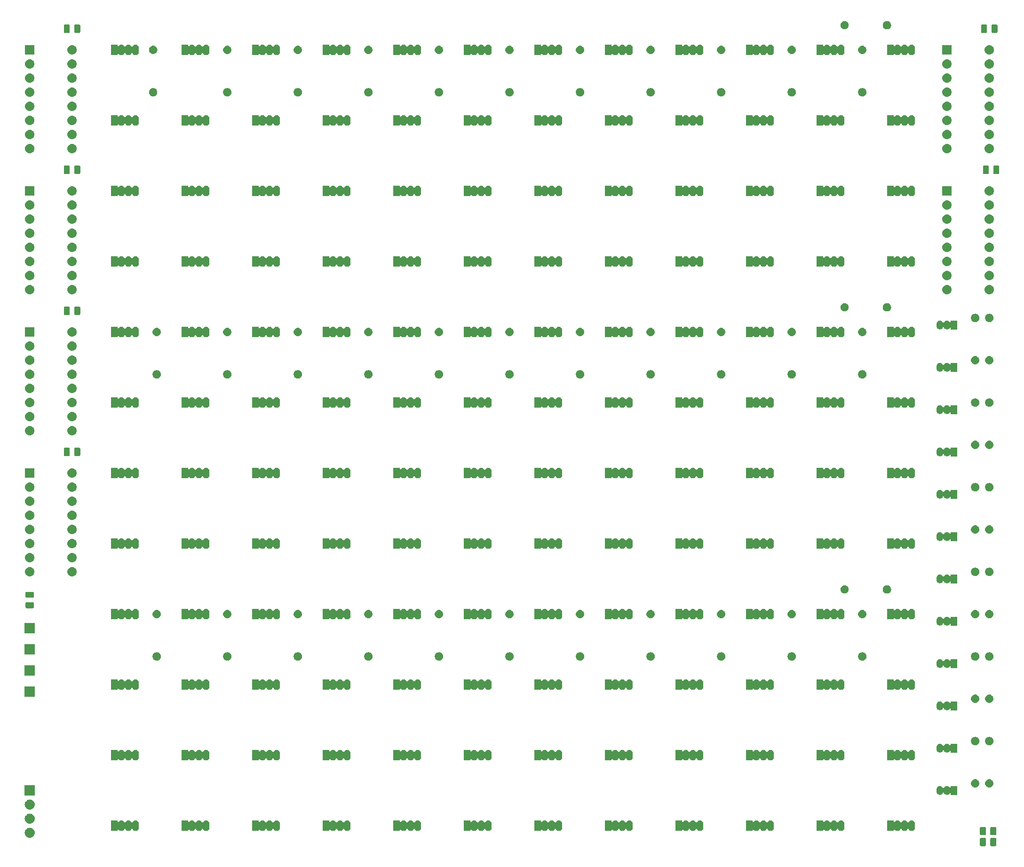
<source format=gbr>
G04 #@! TF.GenerationSoftware,KiCad,Pcbnew,5.0.2+dfsg1-1*
G04 #@! TF.CreationDate,2020-11-23T14:49:08-07:00*
G04 #@! TF.ProjectId,BattleshipLED,42617474-6c65-4736-9869-704c45442e6b,rev?*
G04 #@! TF.SameCoordinates,Original*
G04 #@! TF.FileFunction,Soldermask,Top*
G04 #@! TF.FilePolarity,Negative*
%FSLAX46Y46*%
G04 Gerber Fmt 4.6, Leading zero omitted, Abs format (unit mm)*
G04 Created by KiCad (PCBNEW 5.0.2+dfsg1-1) date Mon 23 Nov 2020 02:49:08 PM MST*
%MOMM*%
%LPD*%
G01*
G04 APERTURE LIST*
%ADD10C,0.100000*%
G04 APERTURE END LIST*
D10*
G36*
X232249467Y-167278566D02*
X232288138Y-167290297D01*
X232323780Y-167309349D01*
X232355018Y-167334984D01*
X232380653Y-167366222D01*
X232399705Y-167401864D01*
X232411436Y-167440535D01*
X232416001Y-167486889D01*
X232416001Y-168563113D01*
X232411436Y-168609467D01*
X232399705Y-168648138D01*
X232380653Y-168683780D01*
X232355018Y-168715018D01*
X232323780Y-168740653D01*
X232288138Y-168759705D01*
X232249467Y-168771436D01*
X232203113Y-168776001D01*
X231551889Y-168776001D01*
X231505535Y-168771436D01*
X231466864Y-168759705D01*
X231431222Y-168740653D01*
X231399984Y-168715018D01*
X231374349Y-168683780D01*
X231355297Y-168648138D01*
X231343566Y-168609467D01*
X231339001Y-168563113D01*
X231339001Y-167486889D01*
X231343566Y-167440535D01*
X231355297Y-167401864D01*
X231374349Y-167366222D01*
X231399984Y-167334984D01*
X231431222Y-167309349D01*
X231466864Y-167290297D01*
X231505535Y-167278566D01*
X231551889Y-167274001D01*
X232203113Y-167274001D01*
X232249467Y-167278566D01*
X232249467Y-167278566D01*
G37*
G36*
X230374467Y-167278566D02*
X230413138Y-167290297D01*
X230448780Y-167309349D01*
X230480018Y-167334984D01*
X230505653Y-167366222D01*
X230524705Y-167401864D01*
X230536436Y-167440535D01*
X230541001Y-167486889D01*
X230541001Y-168563113D01*
X230536436Y-168609467D01*
X230524705Y-168648138D01*
X230505653Y-168683780D01*
X230480018Y-168715018D01*
X230448780Y-168740653D01*
X230413138Y-168759705D01*
X230374467Y-168771436D01*
X230328113Y-168776001D01*
X229676889Y-168776001D01*
X229630535Y-168771436D01*
X229591864Y-168759705D01*
X229556222Y-168740653D01*
X229524984Y-168715018D01*
X229499349Y-168683780D01*
X229480297Y-168648138D01*
X229468566Y-168609467D01*
X229464001Y-168563113D01*
X229464001Y-167486889D01*
X229468566Y-167440535D01*
X229480297Y-167401864D01*
X229499349Y-167366222D01*
X229524984Y-167334984D01*
X229556222Y-167309349D01*
X229591864Y-167290297D01*
X229630535Y-167278566D01*
X229676889Y-167274001D01*
X230328113Y-167274001D01*
X230374467Y-167278566D01*
X230374467Y-167278566D01*
G37*
G36*
X58530443Y-165475519D02*
X58596627Y-165482037D01*
X58709853Y-165516384D01*
X58766467Y-165533557D01*
X58779873Y-165540723D01*
X58922991Y-165617222D01*
X58958729Y-165646552D01*
X59060186Y-165729814D01*
X59124338Y-165807985D01*
X59172778Y-165867009D01*
X59172779Y-165867011D01*
X59256443Y-166023533D01*
X59256443Y-166023534D01*
X59307963Y-166193373D01*
X59325359Y-166370000D01*
X59307963Y-166546627D01*
X59273733Y-166659467D01*
X59256443Y-166716467D01*
X59200335Y-166821436D01*
X59172778Y-166872991D01*
X59143448Y-166908729D01*
X59060186Y-167010186D01*
X58958729Y-167093448D01*
X58922991Y-167122778D01*
X58922989Y-167122779D01*
X58766467Y-167206443D01*
X58709853Y-167223616D01*
X58596627Y-167257963D01*
X58530442Y-167264482D01*
X58464260Y-167271000D01*
X58375740Y-167271000D01*
X58309558Y-167264482D01*
X58243373Y-167257963D01*
X58130147Y-167223616D01*
X58073533Y-167206443D01*
X57917011Y-167122779D01*
X57917009Y-167122778D01*
X57881271Y-167093448D01*
X57779814Y-167010186D01*
X57696552Y-166908729D01*
X57667222Y-166872991D01*
X57639665Y-166821436D01*
X57583557Y-166716467D01*
X57566267Y-166659467D01*
X57532037Y-166546627D01*
X57514641Y-166370000D01*
X57532037Y-166193373D01*
X57583557Y-166023534D01*
X57583557Y-166023533D01*
X57667221Y-165867011D01*
X57667222Y-165867009D01*
X57715662Y-165807985D01*
X57779814Y-165729814D01*
X57881271Y-165646552D01*
X57917009Y-165617222D01*
X58060127Y-165540723D01*
X58073533Y-165533557D01*
X58130147Y-165516384D01*
X58243373Y-165482037D01*
X58309557Y-165475519D01*
X58375740Y-165469000D01*
X58464260Y-165469000D01*
X58530443Y-165475519D01*
X58530443Y-165475519D01*
G37*
G36*
X230374467Y-165328566D02*
X230413138Y-165340297D01*
X230448780Y-165359349D01*
X230480018Y-165384984D01*
X230505653Y-165416222D01*
X230524705Y-165451864D01*
X230536436Y-165490535D01*
X230541001Y-165536889D01*
X230541001Y-166613113D01*
X230536436Y-166659467D01*
X230524705Y-166698138D01*
X230505653Y-166733780D01*
X230480018Y-166765018D01*
X230448780Y-166790653D01*
X230413138Y-166809705D01*
X230374467Y-166821436D01*
X230328113Y-166826001D01*
X229676889Y-166826001D01*
X229630535Y-166821436D01*
X229591864Y-166809705D01*
X229556222Y-166790653D01*
X229524984Y-166765018D01*
X229499349Y-166733780D01*
X229480297Y-166698138D01*
X229468566Y-166659467D01*
X229464001Y-166613113D01*
X229464001Y-165536889D01*
X229468566Y-165490535D01*
X229480297Y-165451864D01*
X229499349Y-165416222D01*
X229524984Y-165384984D01*
X229556222Y-165359349D01*
X229591864Y-165340297D01*
X229630535Y-165328566D01*
X229676889Y-165324001D01*
X230328113Y-165324001D01*
X230374467Y-165328566D01*
X230374467Y-165328566D01*
G37*
G36*
X232249467Y-165328566D02*
X232288138Y-165340297D01*
X232323780Y-165359349D01*
X232355018Y-165384984D01*
X232380653Y-165416222D01*
X232399705Y-165451864D01*
X232411436Y-165490535D01*
X232416001Y-165536889D01*
X232416001Y-166613113D01*
X232411436Y-166659467D01*
X232399705Y-166698138D01*
X232380653Y-166733780D01*
X232355018Y-166765018D01*
X232323780Y-166790653D01*
X232288138Y-166809705D01*
X232249467Y-166821436D01*
X232203113Y-166826001D01*
X231551889Y-166826001D01*
X231505535Y-166821436D01*
X231466864Y-166809705D01*
X231431222Y-166790653D01*
X231399984Y-166765018D01*
X231374349Y-166733780D01*
X231355297Y-166698138D01*
X231343566Y-166659467D01*
X231339001Y-166613113D01*
X231339001Y-165536889D01*
X231343566Y-165490535D01*
X231355297Y-165451864D01*
X231374349Y-165416222D01*
X231399984Y-165384984D01*
X231431222Y-165359349D01*
X231466864Y-165340297D01*
X231505535Y-165328566D01*
X231551889Y-165324001D01*
X232203113Y-165324001D01*
X232249467Y-165328566D01*
X232249467Y-165328566D01*
G37*
G36*
X102984876Y-164157479D02*
X103095337Y-164190987D01*
X103197136Y-164245400D01*
X103197138Y-164245402D01*
X103286369Y-164318631D01*
X103298152Y-164332989D01*
X103359599Y-164407860D01*
X103414013Y-164509662D01*
X103447521Y-164620123D01*
X103456000Y-164706214D01*
X103456000Y-165493786D01*
X103447521Y-165579877D01*
X103414013Y-165690338D01*
X103359600Y-165792137D01*
X103286369Y-165881369D01*
X103197137Y-165954600D01*
X103095338Y-166009013D01*
X102984877Y-166042521D01*
X102870000Y-166053835D01*
X102755124Y-166042521D01*
X102644663Y-166009013D01*
X102542864Y-165954600D01*
X102453632Y-165881369D01*
X102380402Y-165792139D01*
X102347090Y-165729815D01*
X102345239Y-165726352D01*
X102331628Y-165705982D01*
X102314301Y-165688655D01*
X102293927Y-165675040D01*
X102271288Y-165665663D01*
X102247254Y-165660882D01*
X102222750Y-165660882D01*
X102198717Y-165665662D01*
X102176078Y-165675039D01*
X102155703Y-165688653D01*
X102138376Y-165705980D01*
X102124761Y-165726355D01*
X102089599Y-165792138D01*
X102016369Y-165881369D01*
X101927137Y-165954600D01*
X101825338Y-166009013D01*
X101714877Y-166042521D01*
X101600000Y-166053835D01*
X101485124Y-166042521D01*
X101374663Y-166009013D01*
X101272864Y-165954600D01*
X101183632Y-165881369D01*
X101110402Y-165792139D01*
X101077090Y-165729815D01*
X101075239Y-165726352D01*
X101061628Y-165705982D01*
X101044301Y-165688655D01*
X101023927Y-165675040D01*
X101001288Y-165665663D01*
X100977254Y-165660882D01*
X100952750Y-165660882D01*
X100928717Y-165665662D01*
X100906078Y-165675039D01*
X100885703Y-165688653D01*
X100868376Y-165705980D01*
X100854761Y-165726355D01*
X100819599Y-165792138D01*
X100746369Y-165881369D01*
X100657137Y-165954600D01*
X100555338Y-166009013D01*
X100444877Y-166042521D01*
X100330000Y-166053835D01*
X100215124Y-166042521D01*
X100104663Y-166009013D01*
X100002864Y-165954600D01*
X99913632Y-165881369D01*
X99867626Y-165825311D01*
X99850298Y-165807984D01*
X99829924Y-165794370D01*
X99807285Y-165784993D01*
X99783251Y-165780213D01*
X99758747Y-165780213D01*
X99734714Y-165784994D01*
X99712075Y-165794371D01*
X99691700Y-165807985D01*
X99674373Y-165825313D01*
X99660759Y-165845687D01*
X99651382Y-165868326D01*
X99646000Y-165904611D01*
X99646000Y-166051000D01*
X98474000Y-166051000D01*
X98474000Y-164149000D01*
X99646000Y-164149000D01*
X99646000Y-164295389D01*
X99648402Y-164319775D01*
X99655515Y-164343224D01*
X99667066Y-164364835D01*
X99682612Y-164383777D01*
X99701554Y-164399323D01*
X99723165Y-164410874D01*
X99746614Y-164417987D01*
X99771000Y-164420389D01*
X99795386Y-164417987D01*
X99818835Y-164410874D01*
X99840446Y-164399323D01*
X99867626Y-164374689D01*
X99875713Y-164364835D01*
X99913631Y-164318631D01*
X99931694Y-164303807D01*
X100002860Y-164245401D01*
X100104662Y-164190987D01*
X100215123Y-164157479D01*
X100330000Y-164146165D01*
X100444876Y-164157479D01*
X100555337Y-164190987D01*
X100657136Y-164245400D01*
X100657138Y-164245402D01*
X100746369Y-164318631D01*
X100758152Y-164332989D01*
X100819599Y-164407860D01*
X100854760Y-164473643D01*
X100868373Y-164494018D01*
X100885700Y-164511345D01*
X100906075Y-164524959D01*
X100928714Y-164534336D01*
X100952747Y-164539117D01*
X100977252Y-164539117D01*
X101001285Y-164534337D01*
X101023924Y-164524959D01*
X101044299Y-164511346D01*
X101061626Y-164494019D01*
X101075240Y-164473644D01*
X101110401Y-164407863D01*
X101145713Y-164364835D01*
X101183631Y-164318631D01*
X101201694Y-164303807D01*
X101272860Y-164245401D01*
X101374662Y-164190987D01*
X101485123Y-164157479D01*
X101600000Y-164146165D01*
X101714876Y-164157479D01*
X101825337Y-164190987D01*
X101927136Y-164245400D01*
X101927138Y-164245402D01*
X102016369Y-164318631D01*
X102028152Y-164332989D01*
X102089599Y-164407860D01*
X102124760Y-164473643D01*
X102138373Y-164494018D01*
X102155700Y-164511345D01*
X102176075Y-164524959D01*
X102198714Y-164534336D01*
X102222747Y-164539117D01*
X102247252Y-164539117D01*
X102271285Y-164534337D01*
X102293924Y-164524959D01*
X102314299Y-164511346D01*
X102331626Y-164494019D01*
X102345240Y-164473644D01*
X102380401Y-164407863D01*
X102415713Y-164364835D01*
X102453631Y-164318631D01*
X102471694Y-164303807D01*
X102542860Y-164245401D01*
X102644662Y-164190987D01*
X102755123Y-164157479D01*
X102870000Y-164146165D01*
X102984876Y-164157479D01*
X102984876Y-164157479D01*
G37*
G36*
X191884876Y-164157479D02*
X191995337Y-164190987D01*
X192097136Y-164245400D01*
X192097138Y-164245402D01*
X192186369Y-164318631D01*
X192198152Y-164332989D01*
X192259599Y-164407860D01*
X192314013Y-164509662D01*
X192347521Y-164620123D01*
X192356000Y-164706214D01*
X192356000Y-165493786D01*
X192347521Y-165579877D01*
X192314013Y-165690338D01*
X192259600Y-165792137D01*
X192186369Y-165881369D01*
X192097137Y-165954600D01*
X191995338Y-166009013D01*
X191884877Y-166042521D01*
X191770000Y-166053835D01*
X191655124Y-166042521D01*
X191544663Y-166009013D01*
X191442864Y-165954600D01*
X191353632Y-165881369D01*
X191280402Y-165792139D01*
X191247090Y-165729815D01*
X191245239Y-165726352D01*
X191231628Y-165705982D01*
X191214301Y-165688655D01*
X191193927Y-165675040D01*
X191171288Y-165665663D01*
X191147254Y-165660882D01*
X191122750Y-165660882D01*
X191098717Y-165665662D01*
X191076078Y-165675039D01*
X191055703Y-165688653D01*
X191038376Y-165705980D01*
X191024761Y-165726355D01*
X190989599Y-165792138D01*
X190916369Y-165881369D01*
X190827137Y-165954600D01*
X190725338Y-166009013D01*
X190614877Y-166042521D01*
X190500000Y-166053835D01*
X190385124Y-166042521D01*
X190274663Y-166009013D01*
X190172864Y-165954600D01*
X190083632Y-165881369D01*
X190010402Y-165792139D01*
X189977090Y-165729815D01*
X189975239Y-165726352D01*
X189961628Y-165705982D01*
X189944301Y-165688655D01*
X189923927Y-165675040D01*
X189901288Y-165665663D01*
X189877254Y-165660882D01*
X189852750Y-165660882D01*
X189828717Y-165665662D01*
X189806078Y-165675039D01*
X189785703Y-165688653D01*
X189768376Y-165705980D01*
X189754761Y-165726355D01*
X189719599Y-165792138D01*
X189646369Y-165881369D01*
X189557137Y-165954600D01*
X189455338Y-166009013D01*
X189344877Y-166042521D01*
X189230000Y-166053835D01*
X189115124Y-166042521D01*
X189004663Y-166009013D01*
X188902864Y-165954600D01*
X188813632Y-165881369D01*
X188767626Y-165825311D01*
X188750298Y-165807984D01*
X188729924Y-165794370D01*
X188707285Y-165784993D01*
X188683251Y-165780213D01*
X188658747Y-165780213D01*
X188634714Y-165784994D01*
X188612075Y-165794371D01*
X188591700Y-165807985D01*
X188574373Y-165825313D01*
X188560759Y-165845687D01*
X188551382Y-165868326D01*
X188546000Y-165904611D01*
X188546000Y-166051000D01*
X187374000Y-166051000D01*
X187374000Y-164149000D01*
X188546000Y-164149000D01*
X188546000Y-164295389D01*
X188548402Y-164319775D01*
X188555515Y-164343224D01*
X188567066Y-164364835D01*
X188582612Y-164383777D01*
X188601554Y-164399323D01*
X188623165Y-164410874D01*
X188646614Y-164417987D01*
X188671000Y-164420389D01*
X188695386Y-164417987D01*
X188718835Y-164410874D01*
X188740446Y-164399323D01*
X188767626Y-164374689D01*
X188775713Y-164364835D01*
X188813631Y-164318631D01*
X188831694Y-164303807D01*
X188902860Y-164245401D01*
X189004662Y-164190987D01*
X189115123Y-164157479D01*
X189230000Y-164146165D01*
X189344876Y-164157479D01*
X189455337Y-164190987D01*
X189557136Y-164245400D01*
X189557138Y-164245402D01*
X189646369Y-164318631D01*
X189658152Y-164332989D01*
X189719599Y-164407860D01*
X189754760Y-164473643D01*
X189768373Y-164494018D01*
X189785700Y-164511345D01*
X189806075Y-164524959D01*
X189828714Y-164534336D01*
X189852747Y-164539117D01*
X189877252Y-164539117D01*
X189901285Y-164534337D01*
X189923924Y-164524959D01*
X189944299Y-164511346D01*
X189961626Y-164494019D01*
X189975240Y-164473644D01*
X190010401Y-164407863D01*
X190045713Y-164364835D01*
X190083631Y-164318631D01*
X190101694Y-164303807D01*
X190172860Y-164245401D01*
X190274662Y-164190987D01*
X190385123Y-164157479D01*
X190500000Y-164146165D01*
X190614876Y-164157479D01*
X190725337Y-164190987D01*
X190827136Y-164245400D01*
X190827138Y-164245402D01*
X190916369Y-164318631D01*
X190928152Y-164332989D01*
X190989599Y-164407860D01*
X191024760Y-164473643D01*
X191038373Y-164494018D01*
X191055700Y-164511345D01*
X191076075Y-164524959D01*
X191098714Y-164534336D01*
X191122747Y-164539117D01*
X191147252Y-164539117D01*
X191171285Y-164534337D01*
X191193924Y-164524959D01*
X191214299Y-164511346D01*
X191231626Y-164494019D01*
X191245240Y-164473644D01*
X191280401Y-164407863D01*
X191315713Y-164364835D01*
X191353631Y-164318631D01*
X191371694Y-164303807D01*
X191442860Y-164245401D01*
X191544662Y-164190987D01*
X191655123Y-164157479D01*
X191770000Y-164146165D01*
X191884876Y-164157479D01*
X191884876Y-164157479D01*
G37*
G36*
X153784876Y-164157479D02*
X153895337Y-164190987D01*
X153997136Y-164245400D01*
X153997138Y-164245402D01*
X154086369Y-164318631D01*
X154098152Y-164332989D01*
X154159599Y-164407860D01*
X154214013Y-164509662D01*
X154247521Y-164620123D01*
X154256000Y-164706214D01*
X154256000Y-165493786D01*
X154247521Y-165579877D01*
X154214013Y-165690338D01*
X154159600Y-165792137D01*
X154086369Y-165881369D01*
X153997137Y-165954600D01*
X153895338Y-166009013D01*
X153784877Y-166042521D01*
X153670000Y-166053835D01*
X153555124Y-166042521D01*
X153444663Y-166009013D01*
X153342864Y-165954600D01*
X153253632Y-165881369D01*
X153180402Y-165792139D01*
X153147090Y-165729815D01*
X153145239Y-165726352D01*
X153131628Y-165705982D01*
X153114301Y-165688655D01*
X153093927Y-165675040D01*
X153071288Y-165665663D01*
X153047254Y-165660882D01*
X153022750Y-165660882D01*
X152998717Y-165665662D01*
X152976078Y-165675039D01*
X152955703Y-165688653D01*
X152938376Y-165705980D01*
X152924761Y-165726355D01*
X152889599Y-165792138D01*
X152816369Y-165881369D01*
X152727137Y-165954600D01*
X152625338Y-166009013D01*
X152514877Y-166042521D01*
X152400000Y-166053835D01*
X152285124Y-166042521D01*
X152174663Y-166009013D01*
X152072864Y-165954600D01*
X151983632Y-165881369D01*
X151910402Y-165792139D01*
X151877090Y-165729815D01*
X151875239Y-165726352D01*
X151861628Y-165705982D01*
X151844301Y-165688655D01*
X151823927Y-165675040D01*
X151801288Y-165665663D01*
X151777254Y-165660882D01*
X151752750Y-165660882D01*
X151728717Y-165665662D01*
X151706078Y-165675039D01*
X151685703Y-165688653D01*
X151668376Y-165705980D01*
X151654761Y-165726355D01*
X151619599Y-165792138D01*
X151546369Y-165881369D01*
X151457137Y-165954600D01*
X151355338Y-166009013D01*
X151244877Y-166042521D01*
X151130000Y-166053835D01*
X151015124Y-166042521D01*
X150904663Y-166009013D01*
X150802864Y-165954600D01*
X150713632Y-165881369D01*
X150667626Y-165825311D01*
X150650298Y-165807984D01*
X150629924Y-165794370D01*
X150607285Y-165784993D01*
X150583251Y-165780213D01*
X150558747Y-165780213D01*
X150534714Y-165784994D01*
X150512075Y-165794371D01*
X150491700Y-165807985D01*
X150474373Y-165825313D01*
X150460759Y-165845687D01*
X150451382Y-165868326D01*
X150446000Y-165904611D01*
X150446000Y-166051000D01*
X149274000Y-166051000D01*
X149274000Y-164149000D01*
X150446000Y-164149000D01*
X150446000Y-164295389D01*
X150448402Y-164319775D01*
X150455515Y-164343224D01*
X150467066Y-164364835D01*
X150482612Y-164383777D01*
X150501554Y-164399323D01*
X150523165Y-164410874D01*
X150546614Y-164417987D01*
X150571000Y-164420389D01*
X150595386Y-164417987D01*
X150618835Y-164410874D01*
X150640446Y-164399323D01*
X150667626Y-164374689D01*
X150675713Y-164364835D01*
X150713631Y-164318631D01*
X150731694Y-164303807D01*
X150802860Y-164245401D01*
X150904662Y-164190987D01*
X151015123Y-164157479D01*
X151130000Y-164146165D01*
X151244876Y-164157479D01*
X151355337Y-164190987D01*
X151457136Y-164245400D01*
X151457138Y-164245402D01*
X151546369Y-164318631D01*
X151558152Y-164332989D01*
X151619599Y-164407860D01*
X151654760Y-164473643D01*
X151668373Y-164494018D01*
X151685700Y-164511345D01*
X151706075Y-164524959D01*
X151728714Y-164534336D01*
X151752747Y-164539117D01*
X151777252Y-164539117D01*
X151801285Y-164534337D01*
X151823924Y-164524959D01*
X151844299Y-164511346D01*
X151861626Y-164494019D01*
X151875240Y-164473644D01*
X151910401Y-164407863D01*
X151945713Y-164364835D01*
X151983631Y-164318631D01*
X152001694Y-164303807D01*
X152072860Y-164245401D01*
X152174662Y-164190987D01*
X152285123Y-164157479D01*
X152400000Y-164146165D01*
X152514876Y-164157479D01*
X152625337Y-164190987D01*
X152727136Y-164245400D01*
X152727138Y-164245402D01*
X152816369Y-164318631D01*
X152828152Y-164332989D01*
X152889599Y-164407860D01*
X152924760Y-164473643D01*
X152938373Y-164494018D01*
X152955700Y-164511345D01*
X152976075Y-164524959D01*
X152998714Y-164534336D01*
X153022747Y-164539117D01*
X153047252Y-164539117D01*
X153071285Y-164534337D01*
X153093924Y-164524959D01*
X153114299Y-164511346D01*
X153131626Y-164494019D01*
X153145240Y-164473644D01*
X153180401Y-164407863D01*
X153215713Y-164364835D01*
X153253631Y-164318631D01*
X153271694Y-164303807D01*
X153342860Y-164245401D01*
X153444662Y-164190987D01*
X153555123Y-164157479D01*
X153670000Y-164146165D01*
X153784876Y-164157479D01*
X153784876Y-164157479D01*
G37*
G36*
X77584876Y-164157479D02*
X77695337Y-164190987D01*
X77797136Y-164245400D01*
X77797138Y-164245402D01*
X77886369Y-164318631D01*
X77898152Y-164332989D01*
X77959599Y-164407860D01*
X78014013Y-164509662D01*
X78047521Y-164620123D01*
X78056000Y-164706214D01*
X78056000Y-165493786D01*
X78047521Y-165579877D01*
X78014013Y-165690338D01*
X77959600Y-165792137D01*
X77886369Y-165881369D01*
X77797137Y-165954600D01*
X77695338Y-166009013D01*
X77584877Y-166042521D01*
X77470000Y-166053835D01*
X77355124Y-166042521D01*
X77244663Y-166009013D01*
X77142864Y-165954600D01*
X77053632Y-165881369D01*
X76980402Y-165792139D01*
X76947090Y-165729815D01*
X76945239Y-165726352D01*
X76931628Y-165705982D01*
X76914301Y-165688655D01*
X76893927Y-165675040D01*
X76871288Y-165665663D01*
X76847254Y-165660882D01*
X76822750Y-165660882D01*
X76798717Y-165665662D01*
X76776078Y-165675039D01*
X76755703Y-165688653D01*
X76738376Y-165705980D01*
X76724761Y-165726355D01*
X76689599Y-165792138D01*
X76616369Y-165881369D01*
X76527137Y-165954600D01*
X76425338Y-166009013D01*
X76314877Y-166042521D01*
X76200000Y-166053835D01*
X76085124Y-166042521D01*
X75974663Y-166009013D01*
X75872864Y-165954600D01*
X75783632Y-165881369D01*
X75710402Y-165792139D01*
X75677090Y-165729815D01*
X75675239Y-165726352D01*
X75661628Y-165705982D01*
X75644301Y-165688655D01*
X75623927Y-165675040D01*
X75601288Y-165665663D01*
X75577254Y-165660882D01*
X75552750Y-165660882D01*
X75528717Y-165665662D01*
X75506078Y-165675039D01*
X75485703Y-165688653D01*
X75468376Y-165705980D01*
X75454761Y-165726355D01*
X75419599Y-165792138D01*
X75346369Y-165881369D01*
X75257137Y-165954600D01*
X75155338Y-166009013D01*
X75044877Y-166042521D01*
X74930000Y-166053835D01*
X74815124Y-166042521D01*
X74704663Y-166009013D01*
X74602864Y-165954600D01*
X74513632Y-165881369D01*
X74467626Y-165825311D01*
X74450298Y-165807984D01*
X74429924Y-165794370D01*
X74407285Y-165784993D01*
X74383251Y-165780213D01*
X74358747Y-165780213D01*
X74334714Y-165784994D01*
X74312075Y-165794371D01*
X74291700Y-165807985D01*
X74274373Y-165825313D01*
X74260759Y-165845687D01*
X74251382Y-165868326D01*
X74246000Y-165904611D01*
X74246000Y-166051000D01*
X73074000Y-166051000D01*
X73074000Y-164149000D01*
X74246000Y-164149000D01*
X74246000Y-164295389D01*
X74248402Y-164319775D01*
X74255515Y-164343224D01*
X74267066Y-164364835D01*
X74282612Y-164383777D01*
X74301554Y-164399323D01*
X74323165Y-164410874D01*
X74346614Y-164417987D01*
X74371000Y-164420389D01*
X74395386Y-164417987D01*
X74418835Y-164410874D01*
X74440446Y-164399323D01*
X74467626Y-164374689D01*
X74475713Y-164364835D01*
X74513631Y-164318631D01*
X74531694Y-164303807D01*
X74602860Y-164245401D01*
X74704662Y-164190987D01*
X74815123Y-164157479D01*
X74930000Y-164146165D01*
X75044876Y-164157479D01*
X75155337Y-164190987D01*
X75257136Y-164245400D01*
X75257138Y-164245402D01*
X75346369Y-164318631D01*
X75358152Y-164332989D01*
X75419599Y-164407860D01*
X75454760Y-164473643D01*
X75468373Y-164494018D01*
X75485700Y-164511345D01*
X75506075Y-164524959D01*
X75528714Y-164534336D01*
X75552747Y-164539117D01*
X75577252Y-164539117D01*
X75601285Y-164534337D01*
X75623924Y-164524959D01*
X75644299Y-164511346D01*
X75661626Y-164494019D01*
X75675240Y-164473644D01*
X75710401Y-164407863D01*
X75745713Y-164364835D01*
X75783631Y-164318631D01*
X75801694Y-164303807D01*
X75872860Y-164245401D01*
X75974662Y-164190987D01*
X76085123Y-164157479D01*
X76200000Y-164146165D01*
X76314876Y-164157479D01*
X76425337Y-164190987D01*
X76527136Y-164245400D01*
X76527138Y-164245402D01*
X76616369Y-164318631D01*
X76628152Y-164332989D01*
X76689599Y-164407860D01*
X76724760Y-164473643D01*
X76738373Y-164494018D01*
X76755700Y-164511345D01*
X76776075Y-164524959D01*
X76798714Y-164534336D01*
X76822747Y-164539117D01*
X76847252Y-164539117D01*
X76871285Y-164534337D01*
X76893924Y-164524959D01*
X76914299Y-164511346D01*
X76931626Y-164494019D01*
X76945240Y-164473644D01*
X76980401Y-164407863D01*
X77015713Y-164364835D01*
X77053631Y-164318631D01*
X77071694Y-164303807D01*
X77142860Y-164245401D01*
X77244662Y-164190987D01*
X77355123Y-164157479D01*
X77470000Y-164146165D01*
X77584876Y-164157479D01*
X77584876Y-164157479D01*
G37*
G36*
X179184876Y-164157479D02*
X179295337Y-164190987D01*
X179397136Y-164245400D01*
X179397138Y-164245402D01*
X179486369Y-164318631D01*
X179498152Y-164332989D01*
X179559599Y-164407860D01*
X179614013Y-164509662D01*
X179647521Y-164620123D01*
X179656000Y-164706214D01*
X179656000Y-165493786D01*
X179647521Y-165579877D01*
X179614013Y-165690338D01*
X179559600Y-165792137D01*
X179486369Y-165881369D01*
X179397137Y-165954600D01*
X179295338Y-166009013D01*
X179184877Y-166042521D01*
X179070000Y-166053835D01*
X178955124Y-166042521D01*
X178844663Y-166009013D01*
X178742864Y-165954600D01*
X178653632Y-165881369D01*
X178580402Y-165792139D01*
X178547090Y-165729815D01*
X178545239Y-165726352D01*
X178531628Y-165705982D01*
X178514301Y-165688655D01*
X178493927Y-165675040D01*
X178471288Y-165665663D01*
X178447254Y-165660882D01*
X178422750Y-165660882D01*
X178398717Y-165665662D01*
X178376078Y-165675039D01*
X178355703Y-165688653D01*
X178338376Y-165705980D01*
X178324761Y-165726355D01*
X178289599Y-165792138D01*
X178216369Y-165881369D01*
X178127137Y-165954600D01*
X178025338Y-166009013D01*
X177914877Y-166042521D01*
X177800000Y-166053835D01*
X177685124Y-166042521D01*
X177574663Y-166009013D01*
X177472864Y-165954600D01*
X177383632Y-165881369D01*
X177310402Y-165792139D01*
X177277090Y-165729815D01*
X177275239Y-165726352D01*
X177261628Y-165705982D01*
X177244301Y-165688655D01*
X177223927Y-165675040D01*
X177201288Y-165665663D01*
X177177254Y-165660882D01*
X177152750Y-165660882D01*
X177128717Y-165665662D01*
X177106078Y-165675039D01*
X177085703Y-165688653D01*
X177068376Y-165705980D01*
X177054761Y-165726355D01*
X177019599Y-165792138D01*
X176946369Y-165881369D01*
X176857137Y-165954600D01*
X176755338Y-166009013D01*
X176644877Y-166042521D01*
X176530000Y-166053835D01*
X176415124Y-166042521D01*
X176304663Y-166009013D01*
X176202864Y-165954600D01*
X176113632Y-165881369D01*
X176067626Y-165825311D01*
X176050298Y-165807984D01*
X176029924Y-165794370D01*
X176007285Y-165784993D01*
X175983251Y-165780213D01*
X175958747Y-165780213D01*
X175934714Y-165784994D01*
X175912075Y-165794371D01*
X175891700Y-165807985D01*
X175874373Y-165825313D01*
X175860759Y-165845687D01*
X175851382Y-165868326D01*
X175846000Y-165904611D01*
X175846000Y-166051000D01*
X174674000Y-166051000D01*
X174674000Y-164149000D01*
X175846000Y-164149000D01*
X175846000Y-164295389D01*
X175848402Y-164319775D01*
X175855515Y-164343224D01*
X175867066Y-164364835D01*
X175882612Y-164383777D01*
X175901554Y-164399323D01*
X175923165Y-164410874D01*
X175946614Y-164417987D01*
X175971000Y-164420389D01*
X175995386Y-164417987D01*
X176018835Y-164410874D01*
X176040446Y-164399323D01*
X176067626Y-164374689D01*
X176075713Y-164364835D01*
X176113631Y-164318631D01*
X176131694Y-164303807D01*
X176202860Y-164245401D01*
X176304662Y-164190987D01*
X176415123Y-164157479D01*
X176530000Y-164146165D01*
X176644876Y-164157479D01*
X176755337Y-164190987D01*
X176857136Y-164245400D01*
X176857138Y-164245402D01*
X176946369Y-164318631D01*
X176958152Y-164332989D01*
X177019599Y-164407860D01*
X177054760Y-164473643D01*
X177068373Y-164494018D01*
X177085700Y-164511345D01*
X177106075Y-164524959D01*
X177128714Y-164534336D01*
X177152747Y-164539117D01*
X177177252Y-164539117D01*
X177201285Y-164534337D01*
X177223924Y-164524959D01*
X177244299Y-164511346D01*
X177261626Y-164494019D01*
X177275240Y-164473644D01*
X177310401Y-164407863D01*
X177345713Y-164364835D01*
X177383631Y-164318631D01*
X177401694Y-164303807D01*
X177472860Y-164245401D01*
X177574662Y-164190987D01*
X177685123Y-164157479D01*
X177800000Y-164146165D01*
X177914876Y-164157479D01*
X178025337Y-164190987D01*
X178127136Y-164245400D01*
X178127138Y-164245402D01*
X178216369Y-164318631D01*
X178228152Y-164332989D01*
X178289599Y-164407860D01*
X178324760Y-164473643D01*
X178338373Y-164494018D01*
X178355700Y-164511345D01*
X178376075Y-164524959D01*
X178398714Y-164534336D01*
X178422747Y-164539117D01*
X178447252Y-164539117D01*
X178471285Y-164534337D01*
X178493924Y-164524959D01*
X178514299Y-164511346D01*
X178531626Y-164494019D01*
X178545240Y-164473644D01*
X178580401Y-164407863D01*
X178615713Y-164364835D01*
X178653631Y-164318631D01*
X178671694Y-164303807D01*
X178742860Y-164245401D01*
X178844662Y-164190987D01*
X178955123Y-164157479D01*
X179070000Y-164146165D01*
X179184876Y-164157479D01*
X179184876Y-164157479D01*
G37*
G36*
X128384876Y-164157479D02*
X128495337Y-164190987D01*
X128597136Y-164245400D01*
X128597138Y-164245402D01*
X128686369Y-164318631D01*
X128698152Y-164332989D01*
X128759599Y-164407860D01*
X128814013Y-164509662D01*
X128847521Y-164620123D01*
X128856000Y-164706214D01*
X128856000Y-165493786D01*
X128847521Y-165579877D01*
X128814013Y-165690338D01*
X128759600Y-165792137D01*
X128686369Y-165881369D01*
X128597137Y-165954600D01*
X128495338Y-166009013D01*
X128384877Y-166042521D01*
X128270000Y-166053835D01*
X128155124Y-166042521D01*
X128044663Y-166009013D01*
X127942864Y-165954600D01*
X127853632Y-165881369D01*
X127780402Y-165792139D01*
X127747090Y-165729815D01*
X127745239Y-165726352D01*
X127731628Y-165705982D01*
X127714301Y-165688655D01*
X127693927Y-165675040D01*
X127671288Y-165665663D01*
X127647254Y-165660882D01*
X127622750Y-165660882D01*
X127598717Y-165665662D01*
X127576078Y-165675039D01*
X127555703Y-165688653D01*
X127538376Y-165705980D01*
X127524761Y-165726355D01*
X127489599Y-165792138D01*
X127416369Y-165881369D01*
X127327137Y-165954600D01*
X127225338Y-166009013D01*
X127114877Y-166042521D01*
X127000000Y-166053835D01*
X126885124Y-166042521D01*
X126774663Y-166009013D01*
X126672864Y-165954600D01*
X126583632Y-165881369D01*
X126510402Y-165792139D01*
X126477090Y-165729815D01*
X126475239Y-165726352D01*
X126461628Y-165705982D01*
X126444301Y-165688655D01*
X126423927Y-165675040D01*
X126401288Y-165665663D01*
X126377254Y-165660882D01*
X126352750Y-165660882D01*
X126328717Y-165665662D01*
X126306078Y-165675039D01*
X126285703Y-165688653D01*
X126268376Y-165705980D01*
X126254761Y-165726355D01*
X126219599Y-165792138D01*
X126146369Y-165881369D01*
X126057137Y-165954600D01*
X125955338Y-166009013D01*
X125844877Y-166042521D01*
X125730000Y-166053835D01*
X125615124Y-166042521D01*
X125504663Y-166009013D01*
X125402864Y-165954600D01*
X125313632Y-165881369D01*
X125267626Y-165825311D01*
X125250298Y-165807984D01*
X125229924Y-165794370D01*
X125207285Y-165784993D01*
X125183251Y-165780213D01*
X125158747Y-165780213D01*
X125134714Y-165784994D01*
X125112075Y-165794371D01*
X125091700Y-165807985D01*
X125074373Y-165825313D01*
X125060759Y-165845687D01*
X125051382Y-165868326D01*
X125046000Y-165904611D01*
X125046000Y-166051000D01*
X123874000Y-166051000D01*
X123874000Y-164149000D01*
X125046000Y-164149000D01*
X125046000Y-164295389D01*
X125048402Y-164319775D01*
X125055515Y-164343224D01*
X125067066Y-164364835D01*
X125082612Y-164383777D01*
X125101554Y-164399323D01*
X125123165Y-164410874D01*
X125146614Y-164417987D01*
X125171000Y-164420389D01*
X125195386Y-164417987D01*
X125218835Y-164410874D01*
X125240446Y-164399323D01*
X125267626Y-164374689D01*
X125275713Y-164364835D01*
X125313631Y-164318631D01*
X125331694Y-164303807D01*
X125402860Y-164245401D01*
X125504662Y-164190987D01*
X125615123Y-164157479D01*
X125730000Y-164146165D01*
X125844876Y-164157479D01*
X125955337Y-164190987D01*
X126057136Y-164245400D01*
X126057138Y-164245402D01*
X126146369Y-164318631D01*
X126158152Y-164332989D01*
X126219599Y-164407860D01*
X126254760Y-164473643D01*
X126268373Y-164494018D01*
X126285700Y-164511345D01*
X126306075Y-164524959D01*
X126328714Y-164534336D01*
X126352747Y-164539117D01*
X126377252Y-164539117D01*
X126401285Y-164534337D01*
X126423924Y-164524959D01*
X126444299Y-164511346D01*
X126461626Y-164494019D01*
X126475240Y-164473644D01*
X126510401Y-164407863D01*
X126545713Y-164364835D01*
X126583631Y-164318631D01*
X126601694Y-164303807D01*
X126672860Y-164245401D01*
X126774662Y-164190987D01*
X126885123Y-164157479D01*
X127000000Y-164146165D01*
X127114876Y-164157479D01*
X127225337Y-164190987D01*
X127327136Y-164245400D01*
X127327138Y-164245402D01*
X127416369Y-164318631D01*
X127428152Y-164332989D01*
X127489599Y-164407860D01*
X127524760Y-164473643D01*
X127538373Y-164494018D01*
X127555700Y-164511345D01*
X127576075Y-164524959D01*
X127598714Y-164534336D01*
X127622747Y-164539117D01*
X127647252Y-164539117D01*
X127671285Y-164534337D01*
X127693924Y-164524959D01*
X127714299Y-164511346D01*
X127731626Y-164494019D01*
X127745240Y-164473644D01*
X127780401Y-164407863D01*
X127815713Y-164364835D01*
X127853631Y-164318631D01*
X127871694Y-164303807D01*
X127942860Y-164245401D01*
X128044662Y-164190987D01*
X128155123Y-164157479D01*
X128270000Y-164146165D01*
X128384876Y-164157479D01*
X128384876Y-164157479D01*
G37*
G36*
X141084876Y-164157479D02*
X141195337Y-164190987D01*
X141297136Y-164245400D01*
X141297138Y-164245402D01*
X141386369Y-164318631D01*
X141398152Y-164332989D01*
X141459599Y-164407860D01*
X141514013Y-164509662D01*
X141547521Y-164620123D01*
X141556000Y-164706214D01*
X141556000Y-165493786D01*
X141547521Y-165579877D01*
X141514013Y-165690338D01*
X141459600Y-165792137D01*
X141386369Y-165881369D01*
X141297137Y-165954600D01*
X141195338Y-166009013D01*
X141084877Y-166042521D01*
X140970000Y-166053835D01*
X140855124Y-166042521D01*
X140744663Y-166009013D01*
X140642864Y-165954600D01*
X140553632Y-165881369D01*
X140480402Y-165792139D01*
X140447090Y-165729815D01*
X140445239Y-165726352D01*
X140431628Y-165705982D01*
X140414301Y-165688655D01*
X140393927Y-165675040D01*
X140371288Y-165665663D01*
X140347254Y-165660882D01*
X140322750Y-165660882D01*
X140298717Y-165665662D01*
X140276078Y-165675039D01*
X140255703Y-165688653D01*
X140238376Y-165705980D01*
X140224761Y-165726355D01*
X140189599Y-165792138D01*
X140116369Y-165881369D01*
X140027137Y-165954600D01*
X139925338Y-166009013D01*
X139814877Y-166042521D01*
X139700000Y-166053835D01*
X139585124Y-166042521D01*
X139474663Y-166009013D01*
X139372864Y-165954600D01*
X139283632Y-165881369D01*
X139210402Y-165792139D01*
X139177090Y-165729815D01*
X139175239Y-165726352D01*
X139161628Y-165705982D01*
X139144301Y-165688655D01*
X139123927Y-165675040D01*
X139101288Y-165665663D01*
X139077254Y-165660882D01*
X139052750Y-165660882D01*
X139028717Y-165665662D01*
X139006078Y-165675039D01*
X138985703Y-165688653D01*
X138968376Y-165705980D01*
X138954761Y-165726355D01*
X138919599Y-165792138D01*
X138846369Y-165881369D01*
X138757137Y-165954600D01*
X138655338Y-166009013D01*
X138544877Y-166042521D01*
X138430000Y-166053835D01*
X138315124Y-166042521D01*
X138204663Y-166009013D01*
X138102864Y-165954600D01*
X138013632Y-165881369D01*
X137967626Y-165825311D01*
X137950298Y-165807984D01*
X137929924Y-165794370D01*
X137907285Y-165784993D01*
X137883251Y-165780213D01*
X137858747Y-165780213D01*
X137834714Y-165784994D01*
X137812075Y-165794371D01*
X137791700Y-165807985D01*
X137774373Y-165825313D01*
X137760759Y-165845687D01*
X137751382Y-165868326D01*
X137746000Y-165904611D01*
X137746000Y-166051000D01*
X136574000Y-166051000D01*
X136574000Y-164149000D01*
X137746000Y-164149000D01*
X137746000Y-164295389D01*
X137748402Y-164319775D01*
X137755515Y-164343224D01*
X137767066Y-164364835D01*
X137782612Y-164383777D01*
X137801554Y-164399323D01*
X137823165Y-164410874D01*
X137846614Y-164417987D01*
X137871000Y-164420389D01*
X137895386Y-164417987D01*
X137918835Y-164410874D01*
X137940446Y-164399323D01*
X137967626Y-164374689D01*
X137975713Y-164364835D01*
X138013631Y-164318631D01*
X138031694Y-164303807D01*
X138102860Y-164245401D01*
X138204662Y-164190987D01*
X138315123Y-164157479D01*
X138430000Y-164146165D01*
X138544876Y-164157479D01*
X138655337Y-164190987D01*
X138757136Y-164245400D01*
X138757138Y-164245402D01*
X138846369Y-164318631D01*
X138858152Y-164332989D01*
X138919599Y-164407860D01*
X138954760Y-164473643D01*
X138968373Y-164494018D01*
X138985700Y-164511345D01*
X139006075Y-164524959D01*
X139028714Y-164534336D01*
X139052747Y-164539117D01*
X139077252Y-164539117D01*
X139101285Y-164534337D01*
X139123924Y-164524959D01*
X139144299Y-164511346D01*
X139161626Y-164494019D01*
X139175240Y-164473644D01*
X139210401Y-164407863D01*
X139245713Y-164364835D01*
X139283631Y-164318631D01*
X139301694Y-164303807D01*
X139372860Y-164245401D01*
X139474662Y-164190987D01*
X139585123Y-164157479D01*
X139700000Y-164146165D01*
X139814876Y-164157479D01*
X139925337Y-164190987D01*
X140027136Y-164245400D01*
X140027138Y-164245402D01*
X140116369Y-164318631D01*
X140128152Y-164332989D01*
X140189599Y-164407860D01*
X140224760Y-164473643D01*
X140238373Y-164494018D01*
X140255700Y-164511345D01*
X140276075Y-164524959D01*
X140298714Y-164534336D01*
X140322747Y-164539117D01*
X140347252Y-164539117D01*
X140371285Y-164534337D01*
X140393924Y-164524959D01*
X140414299Y-164511346D01*
X140431626Y-164494019D01*
X140445240Y-164473644D01*
X140480401Y-164407863D01*
X140515713Y-164364835D01*
X140553631Y-164318631D01*
X140571694Y-164303807D01*
X140642860Y-164245401D01*
X140744662Y-164190987D01*
X140855123Y-164157479D01*
X140970000Y-164146165D01*
X141084876Y-164157479D01*
X141084876Y-164157479D01*
G37*
G36*
X217284876Y-164157479D02*
X217395337Y-164190987D01*
X217497136Y-164245400D01*
X217497138Y-164245402D01*
X217586369Y-164318631D01*
X217598152Y-164332989D01*
X217659599Y-164407860D01*
X217714013Y-164509662D01*
X217747521Y-164620123D01*
X217756000Y-164706214D01*
X217756000Y-165493786D01*
X217747521Y-165579877D01*
X217714013Y-165690338D01*
X217659600Y-165792137D01*
X217586369Y-165881369D01*
X217497137Y-165954600D01*
X217395338Y-166009013D01*
X217284877Y-166042521D01*
X217170000Y-166053835D01*
X217055124Y-166042521D01*
X216944663Y-166009013D01*
X216842864Y-165954600D01*
X216753632Y-165881369D01*
X216680402Y-165792139D01*
X216647090Y-165729815D01*
X216645239Y-165726352D01*
X216631628Y-165705982D01*
X216614301Y-165688655D01*
X216593927Y-165675040D01*
X216571288Y-165665663D01*
X216547254Y-165660882D01*
X216522750Y-165660882D01*
X216498717Y-165665662D01*
X216476078Y-165675039D01*
X216455703Y-165688653D01*
X216438376Y-165705980D01*
X216424761Y-165726355D01*
X216389599Y-165792138D01*
X216316369Y-165881369D01*
X216227137Y-165954600D01*
X216125338Y-166009013D01*
X216014877Y-166042521D01*
X215900000Y-166053835D01*
X215785124Y-166042521D01*
X215674663Y-166009013D01*
X215572864Y-165954600D01*
X215483632Y-165881369D01*
X215410402Y-165792139D01*
X215377090Y-165729815D01*
X215375239Y-165726352D01*
X215361628Y-165705982D01*
X215344301Y-165688655D01*
X215323927Y-165675040D01*
X215301288Y-165665663D01*
X215277254Y-165660882D01*
X215252750Y-165660882D01*
X215228717Y-165665662D01*
X215206078Y-165675039D01*
X215185703Y-165688653D01*
X215168376Y-165705980D01*
X215154761Y-165726355D01*
X215119599Y-165792138D01*
X215046369Y-165881369D01*
X214957137Y-165954600D01*
X214855338Y-166009013D01*
X214744877Y-166042521D01*
X214630000Y-166053835D01*
X214515124Y-166042521D01*
X214404663Y-166009013D01*
X214302864Y-165954600D01*
X214213632Y-165881369D01*
X214167626Y-165825311D01*
X214150298Y-165807984D01*
X214129924Y-165794370D01*
X214107285Y-165784993D01*
X214083251Y-165780213D01*
X214058747Y-165780213D01*
X214034714Y-165784994D01*
X214012075Y-165794371D01*
X213991700Y-165807985D01*
X213974373Y-165825313D01*
X213960759Y-165845687D01*
X213951382Y-165868326D01*
X213946000Y-165904611D01*
X213946000Y-166051000D01*
X212774000Y-166051000D01*
X212774000Y-164149000D01*
X213946000Y-164149000D01*
X213946000Y-164295389D01*
X213948402Y-164319775D01*
X213955515Y-164343224D01*
X213967066Y-164364835D01*
X213982612Y-164383777D01*
X214001554Y-164399323D01*
X214023165Y-164410874D01*
X214046614Y-164417987D01*
X214071000Y-164420389D01*
X214095386Y-164417987D01*
X214118835Y-164410874D01*
X214140446Y-164399323D01*
X214167626Y-164374689D01*
X214175713Y-164364835D01*
X214213631Y-164318631D01*
X214231694Y-164303807D01*
X214302860Y-164245401D01*
X214404662Y-164190987D01*
X214515123Y-164157479D01*
X214630000Y-164146165D01*
X214744876Y-164157479D01*
X214855337Y-164190987D01*
X214957136Y-164245400D01*
X214957138Y-164245402D01*
X215046369Y-164318631D01*
X215058152Y-164332989D01*
X215119599Y-164407860D01*
X215154760Y-164473643D01*
X215168373Y-164494018D01*
X215185700Y-164511345D01*
X215206075Y-164524959D01*
X215228714Y-164534336D01*
X215252747Y-164539117D01*
X215277252Y-164539117D01*
X215301285Y-164534337D01*
X215323924Y-164524959D01*
X215344299Y-164511346D01*
X215361626Y-164494019D01*
X215375240Y-164473644D01*
X215410401Y-164407863D01*
X215445713Y-164364835D01*
X215483631Y-164318631D01*
X215501694Y-164303807D01*
X215572860Y-164245401D01*
X215674662Y-164190987D01*
X215785123Y-164157479D01*
X215900000Y-164146165D01*
X216014876Y-164157479D01*
X216125337Y-164190987D01*
X216227136Y-164245400D01*
X216227138Y-164245402D01*
X216316369Y-164318631D01*
X216328152Y-164332989D01*
X216389599Y-164407860D01*
X216424760Y-164473643D01*
X216438373Y-164494018D01*
X216455700Y-164511345D01*
X216476075Y-164524959D01*
X216498714Y-164534336D01*
X216522747Y-164539117D01*
X216547252Y-164539117D01*
X216571285Y-164534337D01*
X216593924Y-164524959D01*
X216614299Y-164511346D01*
X216631626Y-164494019D01*
X216645240Y-164473644D01*
X216680401Y-164407863D01*
X216715713Y-164364835D01*
X216753631Y-164318631D01*
X216771694Y-164303807D01*
X216842860Y-164245401D01*
X216944662Y-164190987D01*
X217055123Y-164157479D01*
X217170000Y-164146165D01*
X217284876Y-164157479D01*
X217284876Y-164157479D01*
G37*
G36*
X204584876Y-164157479D02*
X204695337Y-164190987D01*
X204797136Y-164245400D01*
X204797138Y-164245402D01*
X204886369Y-164318631D01*
X204898152Y-164332989D01*
X204959599Y-164407860D01*
X205014013Y-164509662D01*
X205047521Y-164620123D01*
X205056000Y-164706214D01*
X205056000Y-165493786D01*
X205047521Y-165579877D01*
X205014013Y-165690338D01*
X204959600Y-165792137D01*
X204886369Y-165881369D01*
X204797137Y-165954600D01*
X204695338Y-166009013D01*
X204584877Y-166042521D01*
X204470000Y-166053835D01*
X204355124Y-166042521D01*
X204244663Y-166009013D01*
X204142864Y-165954600D01*
X204053632Y-165881369D01*
X203980402Y-165792139D01*
X203947090Y-165729815D01*
X203945239Y-165726352D01*
X203931628Y-165705982D01*
X203914301Y-165688655D01*
X203893927Y-165675040D01*
X203871288Y-165665663D01*
X203847254Y-165660882D01*
X203822750Y-165660882D01*
X203798717Y-165665662D01*
X203776078Y-165675039D01*
X203755703Y-165688653D01*
X203738376Y-165705980D01*
X203724761Y-165726355D01*
X203689599Y-165792138D01*
X203616369Y-165881369D01*
X203527137Y-165954600D01*
X203425338Y-166009013D01*
X203314877Y-166042521D01*
X203200000Y-166053835D01*
X203085124Y-166042521D01*
X202974663Y-166009013D01*
X202872864Y-165954600D01*
X202783632Y-165881369D01*
X202710402Y-165792139D01*
X202677090Y-165729815D01*
X202675239Y-165726352D01*
X202661628Y-165705982D01*
X202644301Y-165688655D01*
X202623927Y-165675040D01*
X202601288Y-165665663D01*
X202577254Y-165660882D01*
X202552750Y-165660882D01*
X202528717Y-165665662D01*
X202506078Y-165675039D01*
X202485703Y-165688653D01*
X202468376Y-165705980D01*
X202454761Y-165726355D01*
X202419599Y-165792138D01*
X202346369Y-165881369D01*
X202257137Y-165954600D01*
X202155338Y-166009013D01*
X202044877Y-166042521D01*
X201930000Y-166053835D01*
X201815124Y-166042521D01*
X201704663Y-166009013D01*
X201602864Y-165954600D01*
X201513632Y-165881369D01*
X201467626Y-165825311D01*
X201450298Y-165807984D01*
X201429924Y-165794370D01*
X201407285Y-165784993D01*
X201383251Y-165780213D01*
X201358747Y-165780213D01*
X201334714Y-165784994D01*
X201312075Y-165794371D01*
X201291700Y-165807985D01*
X201274373Y-165825313D01*
X201260759Y-165845687D01*
X201251382Y-165868326D01*
X201246000Y-165904611D01*
X201246000Y-166051000D01*
X200074000Y-166051000D01*
X200074000Y-164149000D01*
X201246000Y-164149000D01*
X201246000Y-164295389D01*
X201248402Y-164319775D01*
X201255515Y-164343224D01*
X201267066Y-164364835D01*
X201282612Y-164383777D01*
X201301554Y-164399323D01*
X201323165Y-164410874D01*
X201346614Y-164417987D01*
X201371000Y-164420389D01*
X201395386Y-164417987D01*
X201418835Y-164410874D01*
X201440446Y-164399323D01*
X201467626Y-164374689D01*
X201475713Y-164364835D01*
X201513631Y-164318631D01*
X201531694Y-164303807D01*
X201602860Y-164245401D01*
X201704662Y-164190987D01*
X201815123Y-164157479D01*
X201930000Y-164146165D01*
X202044876Y-164157479D01*
X202155337Y-164190987D01*
X202257136Y-164245400D01*
X202257138Y-164245402D01*
X202346369Y-164318631D01*
X202358152Y-164332989D01*
X202419599Y-164407860D01*
X202454760Y-164473643D01*
X202468373Y-164494018D01*
X202485700Y-164511345D01*
X202506075Y-164524959D01*
X202528714Y-164534336D01*
X202552747Y-164539117D01*
X202577252Y-164539117D01*
X202601285Y-164534337D01*
X202623924Y-164524959D01*
X202644299Y-164511346D01*
X202661626Y-164494019D01*
X202675240Y-164473644D01*
X202710401Y-164407863D01*
X202745713Y-164364835D01*
X202783631Y-164318631D01*
X202801694Y-164303807D01*
X202872860Y-164245401D01*
X202974662Y-164190987D01*
X203085123Y-164157479D01*
X203200000Y-164146165D01*
X203314876Y-164157479D01*
X203425337Y-164190987D01*
X203527136Y-164245400D01*
X203527138Y-164245402D01*
X203616369Y-164318631D01*
X203628152Y-164332989D01*
X203689599Y-164407860D01*
X203724760Y-164473643D01*
X203738373Y-164494018D01*
X203755700Y-164511345D01*
X203776075Y-164524959D01*
X203798714Y-164534336D01*
X203822747Y-164539117D01*
X203847252Y-164539117D01*
X203871285Y-164534337D01*
X203893924Y-164524959D01*
X203914299Y-164511346D01*
X203931626Y-164494019D01*
X203945240Y-164473644D01*
X203980401Y-164407863D01*
X204015713Y-164364835D01*
X204053631Y-164318631D01*
X204071694Y-164303807D01*
X204142860Y-164245401D01*
X204244662Y-164190987D01*
X204355123Y-164157479D01*
X204470000Y-164146165D01*
X204584876Y-164157479D01*
X204584876Y-164157479D01*
G37*
G36*
X166484876Y-164157479D02*
X166595337Y-164190987D01*
X166697136Y-164245400D01*
X166697138Y-164245402D01*
X166786369Y-164318631D01*
X166798152Y-164332989D01*
X166859599Y-164407860D01*
X166914013Y-164509662D01*
X166947521Y-164620123D01*
X166956000Y-164706214D01*
X166956000Y-165493786D01*
X166947521Y-165579877D01*
X166914013Y-165690338D01*
X166859600Y-165792137D01*
X166786369Y-165881369D01*
X166697137Y-165954600D01*
X166595338Y-166009013D01*
X166484877Y-166042521D01*
X166370000Y-166053835D01*
X166255124Y-166042521D01*
X166144663Y-166009013D01*
X166042864Y-165954600D01*
X165953632Y-165881369D01*
X165880402Y-165792139D01*
X165847090Y-165729815D01*
X165845239Y-165726352D01*
X165831628Y-165705982D01*
X165814301Y-165688655D01*
X165793927Y-165675040D01*
X165771288Y-165665663D01*
X165747254Y-165660882D01*
X165722750Y-165660882D01*
X165698717Y-165665662D01*
X165676078Y-165675039D01*
X165655703Y-165688653D01*
X165638376Y-165705980D01*
X165624761Y-165726355D01*
X165589599Y-165792138D01*
X165516369Y-165881369D01*
X165427137Y-165954600D01*
X165325338Y-166009013D01*
X165214877Y-166042521D01*
X165100000Y-166053835D01*
X164985124Y-166042521D01*
X164874663Y-166009013D01*
X164772864Y-165954600D01*
X164683632Y-165881369D01*
X164610402Y-165792139D01*
X164577090Y-165729815D01*
X164575239Y-165726352D01*
X164561628Y-165705982D01*
X164544301Y-165688655D01*
X164523927Y-165675040D01*
X164501288Y-165665663D01*
X164477254Y-165660882D01*
X164452750Y-165660882D01*
X164428717Y-165665662D01*
X164406078Y-165675039D01*
X164385703Y-165688653D01*
X164368376Y-165705980D01*
X164354761Y-165726355D01*
X164319599Y-165792138D01*
X164246369Y-165881369D01*
X164157137Y-165954600D01*
X164055338Y-166009013D01*
X163944877Y-166042521D01*
X163830000Y-166053835D01*
X163715124Y-166042521D01*
X163604663Y-166009013D01*
X163502864Y-165954600D01*
X163413632Y-165881369D01*
X163367626Y-165825311D01*
X163350298Y-165807984D01*
X163329924Y-165794370D01*
X163307285Y-165784993D01*
X163283251Y-165780213D01*
X163258747Y-165780213D01*
X163234714Y-165784994D01*
X163212075Y-165794371D01*
X163191700Y-165807985D01*
X163174373Y-165825313D01*
X163160759Y-165845687D01*
X163151382Y-165868326D01*
X163146000Y-165904611D01*
X163146000Y-166051000D01*
X161974000Y-166051000D01*
X161974000Y-164149000D01*
X163146000Y-164149000D01*
X163146000Y-164295389D01*
X163148402Y-164319775D01*
X163155515Y-164343224D01*
X163167066Y-164364835D01*
X163182612Y-164383777D01*
X163201554Y-164399323D01*
X163223165Y-164410874D01*
X163246614Y-164417987D01*
X163271000Y-164420389D01*
X163295386Y-164417987D01*
X163318835Y-164410874D01*
X163340446Y-164399323D01*
X163367626Y-164374689D01*
X163375713Y-164364835D01*
X163413631Y-164318631D01*
X163431694Y-164303807D01*
X163502860Y-164245401D01*
X163604662Y-164190987D01*
X163715123Y-164157479D01*
X163830000Y-164146165D01*
X163944876Y-164157479D01*
X164055337Y-164190987D01*
X164157136Y-164245400D01*
X164157138Y-164245402D01*
X164246369Y-164318631D01*
X164258152Y-164332989D01*
X164319599Y-164407860D01*
X164354760Y-164473643D01*
X164368373Y-164494018D01*
X164385700Y-164511345D01*
X164406075Y-164524959D01*
X164428714Y-164534336D01*
X164452747Y-164539117D01*
X164477252Y-164539117D01*
X164501285Y-164534337D01*
X164523924Y-164524959D01*
X164544299Y-164511346D01*
X164561626Y-164494019D01*
X164575240Y-164473644D01*
X164610401Y-164407863D01*
X164645713Y-164364835D01*
X164683631Y-164318631D01*
X164701694Y-164303807D01*
X164772860Y-164245401D01*
X164874662Y-164190987D01*
X164985123Y-164157479D01*
X165100000Y-164146165D01*
X165214876Y-164157479D01*
X165325337Y-164190987D01*
X165427136Y-164245400D01*
X165427138Y-164245402D01*
X165516369Y-164318631D01*
X165528152Y-164332989D01*
X165589599Y-164407860D01*
X165624760Y-164473643D01*
X165638373Y-164494018D01*
X165655700Y-164511345D01*
X165676075Y-164524959D01*
X165698714Y-164534336D01*
X165722747Y-164539117D01*
X165747252Y-164539117D01*
X165771285Y-164534337D01*
X165793924Y-164524959D01*
X165814299Y-164511346D01*
X165831626Y-164494019D01*
X165845240Y-164473644D01*
X165880401Y-164407863D01*
X165915713Y-164364835D01*
X165953631Y-164318631D01*
X165971694Y-164303807D01*
X166042860Y-164245401D01*
X166144662Y-164190987D01*
X166255123Y-164157479D01*
X166370000Y-164146165D01*
X166484876Y-164157479D01*
X166484876Y-164157479D01*
G37*
G36*
X115684876Y-164157479D02*
X115795337Y-164190987D01*
X115897136Y-164245400D01*
X115897138Y-164245402D01*
X115986369Y-164318631D01*
X115998152Y-164332989D01*
X116059599Y-164407860D01*
X116114013Y-164509662D01*
X116147521Y-164620123D01*
X116156000Y-164706214D01*
X116156000Y-165493786D01*
X116147521Y-165579877D01*
X116114013Y-165690338D01*
X116059600Y-165792137D01*
X115986369Y-165881369D01*
X115897137Y-165954600D01*
X115795338Y-166009013D01*
X115684877Y-166042521D01*
X115570000Y-166053835D01*
X115455124Y-166042521D01*
X115344663Y-166009013D01*
X115242864Y-165954600D01*
X115153632Y-165881369D01*
X115080402Y-165792139D01*
X115047090Y-165729815D01*
X115045239Y-165726352D01*
X115031628Y-165705982D01*
X115014301Y-165688655D01*
X114993927Y-165675040D01*
X114971288Y-165665663D01*
X114947254Y-165660882D01*
X114922750Y-165660882D01*
X114898717Y-165665662D01*
X114876078Y-165675039D01*
X114855703Y-165688653D01*
X114838376Y-165705980D01*
X114824761Y-165726355D01*
X114789599Y-165792138D01*
X114716369Y-165881369D01*
X114627137Y-165954600D01*
X114525338Y-166009013D01*
X114414877Y-166042521D01*
X114300000Y-166053835D01*
X114185124Y-166042521D01*
X114074663Y-166009013D01*
X113972864Y-165954600D01*
X113883632Y-165881369D01*
X113810402Y-165792139D01*
X113777090Y-165729815D01*
X113775239Y-165726352D01*
X113761628Y-165705982D01*
X113744301Y-165688655D01*
X113723927Y-165675040D01*
X113701288Y-165665663D01*
X113677254Y-165660882D01*
X113652750Y-165660882D01*
X113628717Y-165665662D01*
X113606078Y-165675039D01*
X113585703Y-165688653D01*
X113568376Y-165705980D01*
X113554761Y-165726355D01*
X113519599Y-165792138D01*
X113446369Y-165881369D01*
X113357137Y-165954600D01*
X113255338Y-166009013D01*
X113144877Y-166042521D01*
X113030000Y-166053835D01*
X112915124Y-166042521D01*
X112804663Y-166009013D01*
X112702864Y-165954600D01*
X112613632Y-165881369D01*
X112567626Y-165825311D01*
X112550298Y-165807984D01*
X112529924Y-165794370D01*
X112507285Y-165784993D01*
X112483251Y-165780213D01*
X112458747Y-165780213D01*
X112434714Y-165784994D01*
X112412075Y-165794371D01*
X112391700Y-165807985D01*
X112374373Y-165825313D01*
X112360759Y-165845687D01*
X112351382Y-165868326D01*
X112346000Y-165904611D01*
X112346000Y-166051000D01*
X111174000Y-166051000D01*
X111174000Y-164149000D01*
X112346000Y-164149000D01*
X112346000Y-164295389D01*
X112348402Y-164319775D01*
X112355515Y-164343224D01*
X112367066Y-164364835D01*
X112382612Y-164383777D01*
X112401554Y-164399323D01*
X112423165Y-164410874D01*
X112446614Y-164417987D01*
X112471000Y-164420389D01*
X112495386Y-164417987D01*
X112518835Y-164410874D01*
X112540446Y-164399323D01*
X112567626Y-164374689D01*
X112575713Y-164364835D01*
X112613631Y-164318631D01*
X112631694Y-164303807D01*
X112702860Y-164245401D01*
X112804662Y-164190987D01*
X112915123Y-164157479D01*
X113030000Y-164146165D01*
X113144876Y-164157479D01*
X113255337Y-164190987D01*
X113357136Y-164245400D01*
X113357138Y-164245402D01*
X113446369Y-164318631D01*
X113458152Y-164332989D01*
X113519599Y-164407860D01*
X113554760Y-164473643D01*
X113568373Y-164494018D01*
X113585700Y-164511345D01*
X113606075Y-164524959D01*
X113628714Y-164534336D01*
X113652747Y-164539117D01*
X113677252Y-164539117D01*
X113701285Y-164534337D01*
X113723924Y-164524959D01*
X113744299Y-164511346D01*
X113761626Y-164494019D01*
X113775240Y-164473644D01*
X113810401Y-164407863D01*
X113845713Y-164364835D01*
X113883631Y-164318631D01*
X113901694Y-164303807D01*
X113972860Y-164245401D01*
X114074662Y-164190987D01*
X114185123Y-164157479D01*
X114300000Y-164146165D01*
X114414876Y-164157479D01*
X114525337Y-164190987D01*
X114627136Y-164245400D01*
X114627138Y-164245402D01*
X114716369Y-164318631D01*
X114728152Y-164332989D01*
X114789599Y-164407860D01*
X114824760Y-164473643D01*
X114838373Y-164494018D01*
X114855700Y-164511345D01*
X114876075Y-164524959D01*
X114898714Y-164534336D01*
X114922747Y-164539117D01*
X114947252Y-164539117D01*
X114971285Y-164534337D01*
X114993924Y-164524959D01*
X115014299Y-164511346D01*
X115031626Y-164494019D01*
X115045240Y-164473644D01*
X115080401Y-164407863D01*
X115115713Y-164364835D01*
X115153631Y-164318631D01*
X115171694Y-164303807D01*
X115242860Y-164245401D01*
X115344662Y-164190987D01*
X115455123Y-164157479D01*
X115570000Y-164146165D01*
X115684876Y-164157479D01*
X115684876Y-164157479D01*
G37*
G36*
X90284876Y-164157479D02*
X90395337Y-164190987D01*
X90497136Y-164245400D01*
X90497138Y-164245402D01*
X90586369Y-164318631D01*
X90598152Y-164332989D01*
X90659599Y-164407860D01*
X90714013Y-164509662D01*
X90747521Y-164620123D01*
X90756000Y-164706214D01*
X90756000Y-165493786D01*
X90747521Y-165579877D01*
X90714013Y-165690338D01*
X90659600Y-165792137D01*
X90586369Y-165881369D01*
X90497137Y-165954600D01*
X90395338Y-166009013D01*
X90284877Y-166042521D01*
X90170000Y-166053835D01*
X90055124Y-166042521D01*
X89944663Y-166009013D01*
X89842864Y-165954600D01*
X89753632Y-165881369D01*
X89680402Y-165792139D01*
X89647090Y-165729815D01*
X89645239Y-165726352D01*
X89631628Y-165705982D01*
X89614301Y-165688655D01*
X89593927Y-165675040D01*
X89571288Y-165665663D01*
X89547254Y-165660882D01*
X89522750Y-165660882D01*
X89498717Y-165665662D01*
X89476078Y-165675039D01*
X89455703Y-165688653D01*
X89438376Y-165705980D01*
X89424761Y-165726355D01*
X89389599Y-165792138D01*
X89316369Y-165881369D01*
X89227137Y-165954600D01*
X89125338Y-166009013D01*
X89014877Y-166042521D01*
X88900000Y-166053835D01*
X88785124Y-166042521D01*
X88674663Y-166009013D01*
X88572864Y-165954600D01*
X88483632Y-165881369D01*
X88410402Y-165792139D01*
X88377090Y-165729815D01*
X88375239Y-165726352D01*
X88361628Y-165705982D01*
X88344301Y-165688655D01*
X88323927Y-165675040D01*
X88301288Y-165665663D01*
X88277254Y-165660882D01*
X88252750Y-165660882D01*
X88228717Y-165665662D01*
X88206078Y-165675039D01*
X88185703Y-165688653D01*
X88168376Y-165705980D01*
X88154761Y-165726355D01*
X88119599Y-165792138D01*
X88046369Y-165881369D01*
X87957137Y-165954600D01*
X87855338Y-166009013D01*
X87744877Y-166042521D01*
X87630000Y-166053835D01*
X87515124Y-166042521D01*
X87404663Y-166009013D01*
X87302864Y-165954600D01*
X87213632Y-165881369D01*
X87167626Y-165825311D01*
X87150298Y-165807984D01*
X87129924Y-165794370D01*
X87107285Y-165784993D01*
X87083251Y-165780213D01*
X87058747Y-165780213D01*
X87034714Y-165784994D01*
X87012075Y-165794371D01*
X86991700Y-165807985D01*
X86974373Y-165825313D01*
X86960759Y-165845687D01*
X86951382Y-165868326D01*
X86946000Y-165904611D01*
X86946000Y-166051000D01*
X85774000Y-166051000D01*
X85774000Y-164149000D01*
X86946000Y-164149000D01*
X86946000Y-164295389D01*
X86948402Y-164319775D01*
X86955515Y-164343224D01*
X86967066Y-164364835D01*
X86982612Y-164383777D01*
X87001554Y-164399323D01*
X87023165Y-164410874D01*
X87046614Y-164417987D01*
X87071000Y-164420389D01*
X87095386Y-164417987D01*
X87118835Y-164410874D01*
X87140446Y-164399323D01*
X87167626Y-164374689D01*
X87175713Y-164364835D01*
X87213631Y-164318631D01*
X87231694Y-164303807D01*
X87302860Y-164245401D01*
X87404662Y-164190987D01*
X87515123Y-164157479D01*
X87630000Y-164146165D01*
X87744876Y-164157479D01*
X87855337Y-164190987D01*
X87957136Y-164245400D01*
X87957138Y-164245402D01*
X88046369Y-164318631D01*
X88058152Y-164332989D01*
X88119599Y-164407860D01*
X88154760Y-164473643D01*
X88168373Y-164494018D01*
X88185700Y-164511345D01*
X88206075Y-164524959D01*
X88228714Y-164534336D01*
X88252747Y-164539117D01*
X88277252Y-164539117D01*
X88301285Y-164534337D01*
X88323924Y-164524959D01*
X88344299Y-164511346D01*
X88361626Y-164494019D01*
X88375240Y-164473644D01*
X88410401Y-164407863D01*
X88445713Y-164364835D01*
X88483631Y-164318631D01*
X88501694Y-164303807D01*
X88572860Y-164245401D01*
X88674662Y-164190987D01*
X88785123Y-164157479D01*
X88900000Y-164146165D01*
X89014876Y-164157479D01*
X89125337Y-164190987D01*
X89227136Y-164245400D01*
X89227138Y-164245402D01*
X89316369Y-164318631D01*
X89328152Y-164332989D01*
X89389599Y-164407860D01*
X89424760Y-164473643D01*
X89438373Y-164494018D01*
X89455700Y-164511345D01*
X89476075Y-164524959D01*
X89498714Y-164534336D01*
X89522747Y-164539117D01*
X89547252Y-164539117D01*
X89571285Y-164534337D01*
X89593924Y-164524959D01*
X89614299Y-164511346D01*
X89631626Y-164494019D01*
X89645240Y-164473644D01*
X89680401Y-164407863D01*
X89715713Y-164364835D01*
X89753631Y-164318631D01*
X89771694Y-164303807D01*
X89842860Y-164245401D01*
X89944662Y-164190987D01*
X90055123Y-164157479D01*
X90170000Y-164146165D01*
X90284876Y-164157479D01*
X90284876Y-164157479D01*
G37*
G36*
X58530442Y-162935518D02*
X58596627Y-162942037D01*
X58709853Y-162976384D01*
X58766467Y-162993557D01*
X58905087Y-163067652D01*
X58922991Y-163077222D01*
X58958729Y-163106552D01*
X59060186Y-163189814D01*
X59143448Y-163291271D01*
X59172778Y-163327009D01*
X59172779Y-163327011D01*
X59256443Y-163483533D01*
X59256443Y-163483534D01*
X59307963Y-163653373D01*
X59325359Y-163830000D01*
X59307963Y-164006627D01*
X59273616Y-164119853D01*
X59256443Y-164176467D01*
X59219597Y-164245400D01*
X59172778Y-164332991D01*
X59146644Y-164364835D01*
X59060186Y-164470186D01*
X58976192Y-164539117D01*
X58922991Y-164582778D01*
X58922989Y-164582779D01*
X58766467Y-164666443D01*
X58709853Y-164683616D01*
X58596627Y-164717963D01*
X58530443Y-164724481D01*
X58464260Y-164731000D01*
X58375740Y-164731000D01*
X58309557Y-164724481D01*
X58243373Y-164717963D01*
X58130147Y-164683616D01*
X58073533Y-164666443D01*
X57917011Y-164582779D01*
X57917009Y-164582778D01*
X57863808Y-164539117D01*
X57779814Y-164470186D01*
X57693356Y-164364835D01*
X57667222Y-164332991D01*
X57620403Y-164245400D01*
X57583557Y-164176467D01*
X57566384Y-164119853D01*
X57532037Y-164006627D01*
X57514641Y-163830000D01*
X57532037Y-163653373D01*
X57583557Y-163483534D01*
X57583557Y-163483533D01*
X57667221Y-163327011D01*
X57667222Y-163327009D01*
X57696552Y-163291271D01*
X57779814Y-163189814D01*
X57881271Y-163106552D01*
X57917009Y-163077222D01*
X57934913Y-163067652D01*
X58073533Y-162993557D01*
X58130147Y-162976384D01*
X58243373Y-162942037D01*
X58309558Y-162935518D01*
X58375740Y-162929000D01*
X58464260Y-162929000D01*
X58530442Y-162935518D01*
X58530442Y-162935518D01*
G37*
G36*
X58530443Y-160395519D02*
X58596627Y-160402037D01*
X58709853Y-160436384D01*
X58766467Y-160453557D01*
X58905087Y-160527652D01*
X58922991Y-160537222D01*
X58958729Y-160566552D01*
X59060186Y-160649814D01*
X59143448Y-160751271D01*
X59172778Y-160787009D01*
X59172779Y-160787011D01*
X59256443Y-160943533D01*
X59256443Y-160943534D01*
X59307963Y-161113373D01*
X59325359Y-161290000D01*
X59307963Y-161466627D01*
X59273616Y-161579853D01*
X59256443Y-161636467D01*
X59182348Y-161775087D01*
X59172778Y-161792991D01*
X59143448Y-161828729D01*
X59060186Y-161930186D01*
X58958729Y-162013448D01*
X58922991Y-162042778D01*
X58922989Y-162042779D01*
X58766467Y-162126443D01*
X58709853Y-162143616D01*
X58596627Y-162177963D01*
X58530443Y-162184481D01*
X58464260Y-162191000D01*
X58375740Y-162191000D01*
X58309557Y-162184481D01*
X58243373Y-162177963D01*
X58130147Y-162143616D01*
X58073533Y-162126443D01*
X57917011Y-162042779D01*
X57917009Y-162042778D01*
X57881271Y-162013448D01*
X57779814Y-161930186D01*
X57696552Y-161828729D01*
X57667222Y-161792991D01*
X57657652Y-161775087D01*
X57583557Y-161636467D01*
X57566384Y-161579853D01*
X57532037Y-161466627D01*
X57514641Y-161290000D01*
X57532037Y-161113373D01*
X57583557Y-160943534D01*
X57583557Y-160943533D01*
X57667221Y-160787011D01*
X57667222Y-160787009D01*
X57696552Y-160751271D01*
X57779814Y-160649814D01*
X57881271Y-160566552D01*
X57917009Y-160537222D01*
X57934913Y-160527652D01*
X58073533Y-160453557D01*
X58130147Y-160436384D01*
X58243373Y-160402037D01*
X58309557Y-160395519D01*
X58375740Y-160389000D01*
X58464260Y-160389000D01*
X58530443Y-160395519D01*
X58530443Y-160395519D01*
G37*
G36*
X59321000Y-159651000D02*
X57519000Y-159651000D01*
X57519000Y-157849000D01*
X59321000Y-157849000D01*
X59321000Y-159651000D01*
X59321000Y-159651000D01*
G37*
G36*
X223632916Y-157957334D02*
X223741492Y-157990271D01*
X223841557Y-158043756D01*
X223929264Y-158115736D01*
X223979699Y-158177190D01*
X223992374Y-158192635D01*
X224009701Y-158209962D01*
X224030076Y-158223576D01*
X224052715Y-158232954D01*
X224076748Y-158237734D01*
X224101252Y-158237734D01*
X224125286Y-158232953D01*
X224147925Y-158223576D01*
X224168299Y-158209962D01*
X224185626Y-158192635D01*
X224199240Y-158172260D01*
X224208618Y-158149621D01*
X224214000Y-158113336D01*
X224214000Y-157949000D01*
X225366000Y-157949000D01*
X225366000Y-159551000D01*
X224214000Y-159551000D01*
X224214000Y-159386663D01*
X224211598Y-159362277D01*
X224204485Y-159338828D01*
X224192934Y-159317217D01*
X224177388Y-159298275D01*
X224158446Y-159282729D01*
X224136835Y-159271178D01*
X224113386Y-159264065D01*
X224089000Y-159261663D01*
X224064614Y-159264065D01*
X224041165Y-159271178D01*
X224019554Y-159282729D01*
X223992377Y-159307361D01*
X223929264Y-159384264D01*
X223841556Y-159456244D01*
X223741491Y-159509729D01*
X223632915Y-159542666D01*
X223520000Y-159553787D01*
X223407084Y-159542666D01*
X223298508Y-159509729D01*
X223198443Y-159456244D01*
X223110736Y-159384264D01*
X223038756Y-159296556D01*
X222995240Y-159215142D01*
X222981627Y-159194767D01*
X222964299Y-159177440D01*
X222943925Y-159163826D01*
X222921286Y-159154449D01*
X222897253Y-159149668D01*
X222872748Y-159149668D01*
X222848715Y-159154448D01*
X222826076Y-159163826D01*
X222805701Y-159177439D01*
X222788374Y-159194767D01*
X222774767Y-159215131D01*
X222731244Y-159296557D01*
X222659264Y-159384264D01*
X222571556Y-159456244D01*
X222471491Y-159509729D01*
X222362915Y-159542666D01*
X222250000Y-159553787D01*
X222137084Y-159542666D01*
X222028508Y-159509729D01*
X221928443Y-159456244D01*
X221840736Y-159384264D01*
X221768756Y-159296556D01*
X221715271Y-159196491D01*
X221682334Y-159087915D01*
X221674000Y-159003297D01*
X221674000Y-158496702D01*
X221682334Y-158412084D01*
X221715271Y-158303508D01*
X221752983Y-158232954D01*
X221768755Y-158203446D01*
X221790303Y-158177190D01*
X221840737Y-158115736D01*
X221850829Y-158107454D01*
X221928444Y-158043756D01*
X221984852Y-158013606D01*
X222028509Y-157990271D01*
X222137085Y-157957334D01*
X222250000Y-157946213D01*
X222362916Y-157957334D01*
X222471492Y-157990271D01*
X222515149Y-158013606D01*
X222571557Y-158043756D01*
X222659264Y-158115736D01*
X222731244Y-158203443D01*
X222774760Y-158284857D01*
X222788373Y-158305232D01*
X222805701Y-158322559D01*
X222826075Y-158336173D01*
X222848714Y-158345550D01*
X222872747Y-158350331D01*
X222897252Y-158350331D01*
X222921285Y-158345551D01*
X222943924Y-158336173D01*
X222964299Y-158322560D01*
X222981626Y-158305232D01*
X222995240Y-158284857D01*
X223038755Y-158203446D01*
X223060303Y-158177190D01*
X223110737Y-158115736D01*
X223120829Y-158107454D01*
X223198444Y-158043756D01*
X223254852Y-158013606D01*
X223298509Y-157990271D01*
X223407085Y-157957334D01*
X223520000Y-157946213D01*
X223632916Y-157957334D01*
X223632916Y-157957334D01*
G37*
G36*
X228673665Y-156732622D02*
X228747222Y-156739867D01*
X228888786Y-156782810D01*
X229019252Y-156852546D01*
X229133606Y-156946394D01*
X229227454Y-157060748D01*
X229297190Y-157191214D01*
X229340133Y-157332778D01*
X229354633Y-157480000D01*
X229340133Y-157627222D01*
X229297190Y-157768786D01*
X229227454Y-157899252D01*
X229133606Y-158013606D01*
X229019252Y-158107454D01*
X228888786Y-158177190D01*
X228747222Y-158220133D01*
X228673665Y-158227378D01*
X228636888Y-158231000D01*
X228563112Y-158231000D01*
X228526335Y-158227378D01*
X228452778Y-158220133D01*
X228311214Y-158177190D01*
X228180748Y-158107454D01*
X228066394Y-158013606D01*
X227972546Y-157899252D01*
X227902810Y-157768786D01*
X227859867Y-157627222D01*
X227845367Y-157480000D01*
X227859867Y-157332778D01*
X227902810Y-157191214D01*
X227972546Y-157060748D01*
X228066394Y-156946394D01*
X228180748Y-156852546D01*
X228311214Y-156782810D01*
X228452778Y-156739867D01*
X228526335Y-156732622D01*
X228563112Y-156729000D01*
X228636888Y-156729000D01*
X228673665Y-156732622D01*
X228673665Y-156732622D01*
G37*
G36*
X231213665Y-156732622D02*
X231287222Y-156739867D01*
X231428786Y-156782810D01*
X231559252Y-156852546D01*
X231673606Y-156946394D01*
X231767454Y-157060748D01*
X231837190Y-157191214D01*
X231880133Y-157332778D01*
X231894633Y-157480000D01*
X231880133Y-157627222D01*
X231837190Y-157768786D01*
X231767454Y-157899252D01*
X231673606Y-158013606D01*
X231559252Y-158107454D01*
X231428786Y-158177190D01*
X231287222Y-158220133D01*
X231213665Y-158227378D01*
X231176888Y-158231000D01*
X231103112Y-158231000D01*
X231066335Y-158227378D01*
X230992778Y-158220133D01*
X230851214Y-158177190D01*
X230720748Y-158107454D01*
X230606394Y-158013606D01*
X230512546Y-157899252D01*
X230442810Y-157768786D01*
X230399867Y-157627222D01*
X230385367Y-157480000D01*
X230399867Y-157332778D01*
X230442810Y-157191214D01*
X230512546Y-157060748D01*
X230606394Y-156946394D01*
X230720748Y-156852546D01*
X230851214Y-156782810D01*
X230992778Y-156739867D01*
X231066335Y-156732622D01*
X231103112Y-156729000D01*
X231176888Y-156729000D01*
X231213665Y-156732622D01*
X231213665Y-156732622D01*
G37*
G36*
X141084876Y-151457479D02*
X141195337Y-151490987D01*
X141297136Y-151545400D01*
X141297138Y-151545402D01*
X141386369Y-151618631D01*
X141401193Y-151636694D01*
X141459599Y-151707860D01*
X141514013Y-151809662D01*
X141547521Y-151920123D01*
X141556000Y-152006214D01*
X141556000Y-152793786D01*
X141547521Y-152879877D01*
X141514013Y-152990338D01*
X141459600Y-153092137D01*
X141386369Y-153181369D01*
X141297137Y-153254600D01*
X141195338Y-153309013D01*
X141084877Y-153342521D01*
X140970000Y-153353835D01*
X140855124Y-153342521D01*
X140744663Y-153309013D01*
X140642864Y-153254600D01*
X140553632Y-153181369D01*
X140480402Y-153092139D01*
X140459249Y-153052563D01*
X140445239Y-153026352D01*
X140431628Y-153005982D01*
X140414301Y-152988655D01*
X140393927Y-152975040D01*
X140371288Y-152965663D01*
X140347254Y-152960882D01*
X140322750Y-152960882D01*
X140298717Y-152965662D01*
X140276078Y-152975039D01*
X140255703Y-152988653D01*
X140238376Y-153005980D01*
X140224761Y-153026355D01*
X140189599Y-153092138D01*
X140116369Y-153181369D01*
X140027137Y-153254600D01*
X139925338Y-153309013D01*
X139814877Y-153342521D01*
X139700000Y-153353835D01*
X139585124Y-153342521D01*
X139474663Y-153309013D01*
X139372864Y-153254600D01*
X139283632Y-153181369D01*
X139210402Y-153092139D01*
X139189249Y-153052563D01*
X139175239Y-153026352D01*
X139161628Y-153005982D01*
X139144301Y-152988655D01*
X139123927Y-152975040D01*
X139101288Y-152965663D01*
X139077254Y-152960882D01*
X139052750Y-152960882D01*
X139028717Y-152965662D01*
X139006078Y-152975039D01*
X138985703Y-152988653D01*
X138968376Y-153005980D01*
X138954761Y-153026355D01*
X138919599Y-153092138D01*
X138846369Y-153181369D01*
X138757137Y-153254600D01*
X138655338Y-153309013D01*
X138544877Y-153342521D01*
X138430000Y-153353835D01*
X138315124Y-153342521D01*
X138204663Y-153309013D01*
X138102864Y-153254600D01*
X138013632Y-153181369D01*
X137967626Y-153125311D01*
X137950298Y-153107984D01*
X137929924Y-153094370D01*
X137907285Y-153084993D01*
X137883251Y-153080213D01*
X137858747Y-153080213D01*
X137834714Y-153084994D01*
X137812075Y-153094371D01*
X137791700Y-153107985D01*
X137774373Y-153125313D01*
X137760759Y-153145687D01*
X137751382Y-153168326D01*
X137746000Y-153204611D01*
X137746000Y-153351000D01*
X136574000Y-153351000D01*
X136574000Y-151449000D01*
X137746000Y-151449000D01*
X137746000Y-151595389D01*
X137748402Y-151619775D01*
X137755515Y-151643224D01*
X137767066Y-151664835D01*
X137782612Y-151683777D01*
X137801554Y-151699323D01*
X137823165Y-151710874D01*
X137846614Y-151717987D01*
X137871000Y-151720389D01*
X137895386Y-151717987D01*
X137918835Y-151710874D01*
X137940446Y-151699323D01*
X137967626Y-151674689D01*
X137986921Y-151651178D01*
X138013631Y-151618631D01*
X138031694Y-151603807D01*
X138102860Y-151545401D01*
X138204662Y-151490987D01*
X138315123Y-151457479D01*
X138430000Y-151446165D01*
X138544876Y-151457479D01*
X138655337Y-151490987D01*
X138757136Y-151545400D01*
X138757138Y-151545402D01*
X138846369Y-151618631D01*
X138861193Y-151636694D01*
X138919599Y-151707860D01*
X138954760Y-151773643D01*
X138968373Y-151794018D01*
X138985700Y-151811345D01*
X139006075Y-151824959D01*
X139028714Y-151834336D01*
X139052747Y-151839117D01*
X139077252Y-151839117D01*
X139101285Y-151834337D01*
X139123924Y-151824959D01*
X139144299Y-151811346D01*
X139161626Y-151794019D01*
X139175240Y-151773644D01*
X139210401Y-151707863D01*
X139245713Y-151664835D01*
X139283631Y-151618631D01*
X139301694Y-151603807D01*
X139372860Y-151545401D01*
X139474662Y-151490987D01*
X139585123Y-151457479D01*
X139700000Y-151446165D01*
X139814876Y-151457479D01*
X139925337Y-151490987D01*
X140027136Y-151545400D01*
X140027138Y-151545402D01*
X140116369Y-151618631D01*
X140131193Y-151636694D01*
X140189599Y-151707860D01*
X140224760Y-151773643D01*
X140238373Y-151794018D01*
X140255700Y-151811345D01*
X140276075Y-151824959D01*
X140298714Y-151834336D01*
X140322747Y-151839117D01*
X140347252Y-151839117D01*
X140371285Y-151834337D01*
X140393924Y-151824959D01*
X140414299Y-151811346D01*
X140431626Y-151794019D01*
X140445240Y-151773644D01*
X140480401Y-151707863D01*
X140515713Y-151664835D01*
X140553631Y-151618631D01*
X140571694Y-151603807D01*
X140642860Y-151545401D01*
X140744662Y-151490987D01*
X140855123Y-151457479D01*
X140970000Y-151446165D01*
X141084876Y-151457479D01*
X141084876Y-151457479D01*
G37*
G36*
X77584876Y-151457479D02*
X77695337Y-151490987D01*
X77797136Y-151545400D01*
X77797138Y-151545402D01*
X77886369Y-151618631D01*
X77901193Y-151636694D01*
X77959599Y-151707860D01*
X78014013Y-151809662D01*
X78047521Y-151920123D01*
X78056000Y-152006214D01*
X78056000Y-152793786D01*
X78047521Y-152879877D01*
X78014013Y-152990338D01*
X77959600Y-153092137D01*
X77886369Y-153181369D01*
X77797137Y-153254600D01*
X77695338Y-153309013D01*
X77584877Y-153342521D01*
X77470000Y-153353835D01*
X77355124Y-153342521D01*
X77244663Y-153309013D01*
X77142864Y-153254600D01*
X77053632Y-153181369D01*
X76980402Y-153092139D01*
X76959249Y-153052563D01*
X76945239Y-153026352D01*
X76931628Y-153005982D01*
X76914301Y-152988655D01*
X76893927Y-152975040D01*
X76871288Y-152965663D01*
X76847254Y-152960882D01*
X76822750Y-152960882D01*
X76798717Y-152965662D01*
X76776078Y-152975039D01*
X76755703Y-152988653D01*
X76738376Y-153005980D01*
X76724761Y-153026355D01*
X76689599Y-153092138D01*
X76616369Y-153181369D01*
X76527137Y-153254600D01*
X76425338Y-153309013D01*
X76314877Y-153342521D01*
X76200000Y-153353835D01*
X76085124Y-153342521D01*
X75974663Y-153309013D01*
X75872864Y-153254600D01*
X75783632Y-153181369D01*
X75710402Y-153092139D01*
X75689249Y-153052563D01*
X75675239Y-153026352D01*
X75661628Y-153005982D01*
X75644301Y-152988655D01*
X75623927Y-152975040D01*
X75601288Y-152965663D01*
X75577254Y-152960882D01*
X75552750Y-152960882D01*
X75528717Y-152965662D01*
X75506078Y-152975039D01*
X75485703Y-152988653D01*
X75468376Y-153005980D01*
X75454761Y-153026355D01*
X75419599Y-153092138D01*
X75346369Y-153181369D01*
X75257137Y-153254600D01*
X75155338Y-153309013D01*
X75044877Y-153342521D01*
X74930000Y-153353835D01*
X74815124Y-153342521D01*
X74704663Y-153309013D01*
X74602864Y-153254600D01*
X74513632Y-153181369D01*
X74467626Y-153125311D01*
X74450298Y-153107984D01*
X74429924Y-153094370D01*
X74407285Y-153084993D01*
X74383251Y-153080213D01*
X74358747Y-153080213D01*
X74334714Y-153084994D01*
X74312075Y-153094371D01*
X74291700Y-153107985D01*
X74274373Y-153125313D01*
X74260759Y-153145687D01*
X74251382Y-153168326D01*
X74246000Y-153204611D01*
X74246000Y-153351000D01*
X73074000Y-153351000D01*
X73074000Y-151449000D01*
X74246000Y-151449000D01*
X74246000Y-151595389D01*
X74248402Y-151619775D01*
X74255515Y-151643224D01*
X74267066Y-151664835D01*
X74282612Y-151683777D01*
X74301554Y-151699323D01*
X74323165Y-151710874D01*
X74346614Y-151717987D01*
X74371000Y-151720389D01*
X74395386Y-151717987D01*
X74418835Y-151710874D01*
X74440446Y-151699323D01*
X74467626Y-151674689D01*
X74486921Y-151651178D01*
X74513631Y-151618631D01*
X74531694Y-151603807D01*
X74602860Y-151545401D01*
X74704662Y-151490987D01*
X74815123Y-151457479D01*
X74930000Y-151446165D01*
X75044876Y-151457479D01*
X75155337Y-151490987D01*
X75257136Y-151545400D01*
X75257138Y-151545402D01*
X75346369Y-151618631D01*
X75361193Y-151636694D01*
X75419599Y-151707860D01*
X75454760Y-151773643D01*
X75468373Y-151794018D01*
X75485700Y-151811345D01*
X75506075Y-151824959D01*
X75528714Y-151834336D01*
X75552747Y-151839117D01*
X75577252Y-151839117D01*
X75601285Y-151834337D01*
X75623924Y-151824959D01*
X75644299Y-151811346D01*
X75661626Y-151794019D01*
X75675240Y-151773644D01*
X75710401Y-151707863D01*
X75745713Y-151664835D01*
X75783631Y-151618631D01*
X75801694Y-151603807D01*
X75872860Y-151545401D01*
X75974662Y-151490987D01*
X76085123Y-151457479D01*
X76200000Y-151446165D01*
X76314876Y-151457479D01*
X76425337Y-151490987D01*
X76527136Y-151545400D01*
X76527138Y-151545402D01*
X76616369Y-151618631D01*
X76631193Y-151636694D01*
X76689599Y-151707860D01*
X76724760Y-151773643D01*
X76738373Y-151794018D01*
X76755700Y-151811345D01*
X76776075Y-151824959D01*
X76798714Y-151834336D01*
X76822747Y-151839117D01*
X76847252Y-151839117D01*
X76871285Y-151834337D01*
X76893924Y-151824959D01*
X76914299Y-151811346D01*
X76931626Y-151794019D01*
X76945240Y-151773644D01*
X76980401Y-151707863D01*
X77015713Y-151664835D01*
X77053631Y-151618631D01*
X77071694Y-151603807D01*
X77142860Y-151545401D01*
X77244662Y-151490987D01*
X77355123Y-151457479D01*
X77470000Y-151446165D01*
X77584876Y-151457479D01*
X77584876Y-151457479D01*
G37*
G36*
X102984876Y-151457479D02*
X103095337Y-151490987D01*
X103197136Y-151545400D01*
X103197138Y-151545402D01*
X103286369Y-151618631D01*
X103301193Y-151636694D01*
X103359599Y-151707860D01*
X103414013Y-151809662D01*
X103447521Y-151920123D01*
X103456000Y-152006214D01*
X103456000Y-152793786D01*
X103447521Y-152879877D01*
X103414013Y-152990338D01*
X103359600Y-153092137D01*
X103286369Y-153181369D01*
X103197137Y-153254600D01*
X103095338Y-153309013D01*
X102984877Y-153342521D01*
X102870000Y-153353835D01*
X102755124Y-153342521D01*
X102644663Y-153309013D01*
X102542864Y-153254600D01*
X102453632Y-153181369D01*
X102380402Y-153092139D01*
X102359249Y-153052563D01*
X102345239Y-153026352D01*
X102331628Y-153005982D01*
X102314301Y-152988655D01*
X102293927Y-152975040D01*
X102271288Y-152965663D01*
X102247254Y-152960882D01*
X102222750Y-152960882D01*
X102198717Y-152965662D01*
X102176078Y-152975039D01*
X102155703Y-152988653D01*
X102138376Y-153005980D01*
X102124761Y-153026355D01*
X102089599Y-153092138D01*
X102016369Y-153181369D01*
X101927137Y-153254600D01*
X101825338Y-153309013D01*
X101714877Y-153342521D01*
X101600000Y-153353835D01*
X101485124Y-153342521D01*
X101374663Y-153309013D01*
X101272864Y-153254600D01*
X101183632Y-153181369D01*
X101110402Y-153092139D01*
X101089249Y-153052563D01*
X101075239Y-153026352D01*
X101061628Y-153005982D01*
X101044301Y-152988655D01*
X101023927Y-152975040D01*
X101001288Y-152965663D01*
X100977254Y-152960882D01*
X100952750Y-152960882D01*
X100928717Y-152965662D01*
X100906078Y-152975039D01*
X100885703Y-152988653D01*
X100868376Y-153005980D01*
X100854761Y-153026355D01*
X100819599Y-153092138D01*
X100746369Y-153181369D01*
X100657137Y-153254600D01*
X100555338Y-153309013D01*
X100444877Y-153342521D01*
X100330000Y-153353835D01*
X100215124Y-153342521D01*
X100104663Y-153309013D01*
X100002864Y-153254600D01*
X99913632Y-153181369D01*
X99867626Y-153125311D01*
X99850298Y-153107984D01*
X99829924Y-153094370D01*
X99807285Y-153084993D01*
X99783251Y-153080213D01*
X99758747Y-153080213D01*
X99734714Y-153084994D01*
X99712075Y-153094371D01*
X99691700Y-153107985D01*
X99674373Y-153125313D01*
X99660759Y-153145687D01*
X99651382Y-153168326D01*
X99646000Y-153204611D01*
X99646000Y-153351000D01*
X98474000Y-153351000D01*
X98474000Y-151449000D01*
X99646000Y-151449000D01*
X99646000Y-151595389D01*
X99648402Y-151619775D01*
X99655515Y-151643224D01*
X99667066Y-151664835D01*
X99682612Y-151683777D01*
X99701554Y-151699323D01*
X99723165Y-151710874D01*
X99746614Y-151717987D01*
X99771000Y-151720389D01*
X99795386Y-151717987D01*
X99818835Y-151710874D01*
X99840446Y-151699323D01*
X99867626Y-151674689D01*
X99886921Y-151651178D01*
X99913631Y-151618631D01*
X99931694Y-151603807D01*
X100002860Y-151545401D01*
X100104662Y-151490987D01*
X100215123Y-151457479D01*
X100330000Y-151446165D01*
X100444876Y-151457479D01*
X100555337Y-151490987D01*
X100657136Y-151545400D01*
X100657138Y-151545402D01*
X100746369Y-151618631D01*
X100761193Y-151636694D01*
X100819599Y-151707860D01*
X100854760Y-151773643D01*
X100868373Y-151794018D01*
X100885700Y-151811345D01*
X100906075Y-151824959D01*
X100928714Y-151834336D01*
X100952747Y-151839117D01*
X100977252Y-151839117D01*
X101001285Y-151834337D01*
X101023924Y-151824959D01*
X101044299Y-151811346D01*
X101061626Y-151794019D01*
X101075240Y-151773644D01*
X101110401Y-151707863D01*
X101145713Y-151664835D01*
X101183631Y-151618631D01*
X101201694Y-151603807D01*
X101272860Y-151545401D01*
X101374662Y-151490987D01*
X101485123Y-151457479D01*
X101600000Y-151446165D01*
X101714876Y-151457479D01*
X101825337Y-151490987D01*
X101927136Y-151545400D01*
X101927138Y-151545402D01*
X102016369Y-151618631D01*
X102031193Y-151636694D01*
X102089599Y-151707860D01*
X102124760Y-151773643D01*
X102138373Y-151794018D01*
X102155700Y-151811345D01*
X102176075Y-151824959D01*
X102198714Y-151834336D01*
X102222747Y-151839117D01*
X102247252Y-151839117D01*
X102271285Y-151834337D01*
X102293924Y-151824959D01*
X102314299Y-151811346D01*
X102331626Y-151794019D01*
X102345240Y-151773644D01*
X102380401Y-151707863D01*
X102415713Y-151664835D01*
X102453631Y-151618631D01*
X102471694Y-151603807D01*
X102542860Y-151545401D01*
X102644662Y-151490987D01*
X102755123Y-151457479D01*
X102870000Y-151446165D01*
X102984876Y-151457479D01*
X102984876Y-151457479D01*
G37*
G36*
X90284876Y-151457479D02*
X90395337Y-151490987D01*
X90497136Y-151545400D01*
X90497138Y-151545402D01*
X90586369Y-151618631D01*
X90601193Y-151636694D01*
X90659599Y-151707860D01*
X90714013Y-151809662D01*
X90747521Y-151920123D01*
X90756000Y-152006214D01*
X90756000Y-152793786D01*
X90747521Y-152879877D01*
X90714013Y-152990338D01*
X90659600Y-153092137D01*
X90586369Y-153181369D01*
X90497137Y-153254600D01*
X90395338Y-153309013D01*
X90284877Y-153342521D01*
X90170000Y-153353835D01*
X90055124Y-153342521D01*
X89944663Y-153309013D01*
X89842864Y-153254600D01*
X89753632Y-153181369D01*
X89680402Y-153092139D01*
X89659249Y-153052563D01*
X89645239Y-153026352D01*
X89631628Y-153005982D01*
X89614301Y-152988655D01*
X89593927Y-152975040D01*
X89571288Y-152965663D01*
X89547254Y-152960882D01*
X89522750Y-152960882D01*
X89498717Y-152965662D01*
X89476078Y-152975039D01*
X89455703Y-152988653D01*
X89438376Y-153005980D01*
X89424761Y-153026355D01*
X89389599Y-153092138D01*
X89316369Y-153181369D01*
X89227137Y-153254600D01*
X89125338Y-153309013D01*
X89014877Y-153342521D01*
X88900000Y-153353835D01*
X88785124Y-153342521D01*
X88674663Y-153309013D01*
X88572864Y-153254600D01*
X88483632Y-153181369D01*
X88410402Y-153092139D01*
X88389249Y-153052563D01*
X88375239Y-153026352D01*
X88361628Y-153005982D01*
X88344301Y-152988655D01*
X88323927Y-152975040D01*
X88301288Y-152965663D01*
X88277254Y-152960882D01*
X88252750Y-152960882D01*
X88228717Y-152965662D01*
X88206078Y-152975039D01*
X88185703Y-152988653D01*
X88168376Y-153005980D01*
X88154761Y-153026355D01*
X88119599Y-153092138D01*
X88046369Y-153181369D01*
X87957137Y-153254600D01*
X87855338Y-153309013D01*
X87744877Y-153342521D01*
X87630000Y-153353835D01*
X87515124Y-153342521D01*
X87404663Y-153309013D01*
X87302864Y-153254600D01*
X87213632Y-153181369D01*
X87167626Y-153125311D01*
X87150298Y-153107984D01*
X87129924Y-153094370D01*
X87107285Y-153084993D01*
X87083251Y-153080213D01*
X87058747Y-153080213D01*
X87034714Y-153084994D01*
X87012075Y-153094371D01*
X86991700Y-153107985D01*
X86974373Y-153125313D01*
X86960759Y-153145687D01*
X86951382Y-153168326D01*
X86946000Y-153204611D01*
X86946000Y-153351000D01*
X85774000Y-153351000D01*
X85774000Y-151449000D01*
X86946000Y-151449000D01*
X86946000Y-151595389D01*
X86948402Y-151619775D01*
X86955515Y-151643224D01*
X86967066Y-151664835D01*
X86982612Y-151683777D01*
X87001554Y-151699323D01*
X87023165Y-151710874D01*
X87046614Y-151717987D01*
X87071000Y-151720389D01*
X87095386Y-151717987D01*
X87118835Y-151710874D01*
X87140446Y-151699323D01*
X87167626Y-151674689D01*
X87186921Y-151651178D01*
X87213631Y-151618631D01*
X87231694Y-151603807D01*
X87302860Y-151545401D01*
X87404662Y-151490987D01*
X87515123Y-151457479D01*
X87630000Y-151446165D01*
X87744876Y-151457479D01*
X87855337Y-151490987D01*
X87957136Y-151545400D01*
X87957138Y-151545402D01*
X88046369Y-151618631D01*
X88061193Y-151636694D01*
X88119599Y-151707860D01*
X88154760Y-151773643D01*
X88168373Y-151794018D01*
X88185700Y-151811345D01*
X88206075Y-151824959D01*
X88228714Y-151834336D01*
X88252747Y-151839117D01*
X88277252Y-151839117D01*
X88301285Y-151834337D01*
X88323924Y-151824959D01*
X88344299Y-151811346D01*
X88361626Y-151794019D01*
X88375240Y-151773644D01*
X88410401Y-151707863D01*
X88445713Y-151664835D01*
X88483631Y-151618631D01*
X88501694Y-151603807D01*
X88572860Y-151545401D01*
X88674662Y-151490987D01*
X88785123Y-151457479D01*
X88900000Y-151446165D01*
X89014876Y-151457479D01*
X89125337Y-151490987D01*
X89227136Y-151545400D01*
X89227138Y-151545402D01*
X89316369Y-151618631D01*
X89331193Y-151636694D01*
X89389599Y-151707860D01*
X89424760Y-151773643D01*
X89438373Y-151794018D01*
X89455700Y-151811345D01*
X89476075Y-151824959D01*
X89498714Y-151834336D01*
X89522747Y-151839117D01*
X89547252Y-151839117D01*
X89571285Y-151834337D01*
X89593924Y-151824959D01*
X89614299Y-151811346D01*
X89631626Y-151794019D01*
X89645240Y-151773644D01*
X89680401Y-151707863D01*
X89715713Y-151664835D01*
X89753631Y-151618631D01*
X89771694Y-151603807D01*
X89842860Y-151545401D01*
X89944662Y-151490987D01*
X90055123Y-151457479D01*
X90170000Y-151446165D01*
X90284876Y-151457479D01*
X90284876Y-151457479D01*
G37*
G36*
X204584876Y-151457479D02*
X204695337Y-151490987D01*
X204797136Y-151545400D01*
X204797138Y-151545402D01*
X204886369Y-151618631D01*
X204901193Y-151636694D01*
X204959599Y-151707860D01*
X205014013Y-151809662D01*
X205047521Y-151920123D01*
X205056000Y-152006214D01*
X205056000Y-152793786D01*
X205047521Y-152879877D01*
X205014013Y-152990338D01*
X204959600Y-153092137D01*
X204886369Y-153181369D01*
X204797137Y-153254600D01*
X204695338Y-153309013D01*
X204584877Y-153342521D01*
X204470000Y-153353835D01*
X204355124Y-153342521D01*
X204244663Y-153309013D01*
X204142864Y-153254600D01*
X204053632Y-153181369D01*
X203980402Y-153092139D01*
X203959249Y-153052563D01*
X203945239Y-153026352D01*
X203931628Y-153005982D01*
X203914301Y-152988655D01*
X203893927Y-152975040D01*
X203871288Y-152965663D01*
X203847254Y-152960882D01*
X203822750Y-152960882D01*
X203798717Y-152965662D01*
X203776078Y-152975039D01*
X203755703Y-152988653D01*
X203738376Y-153005980D01*
X203724761Y-153026355D01*
X203689599Y-153092138D01*
X203616369Y-153181369D01*
X203527137Y-153254600D01*
X203425338Y-153309013D01*
X203314877Y-153342521D01*
X203200000Y-153353835D01*
X203085124Y-153342521D01*
X202974663Y-153309013D01*
X202872864Y-153254600D01*
X202783632Y-153181369D01*
X202710402Y-153092139D01*
X202689249Y-153052563D01*
X202675239Y-153026352D01*
X202661628Y-153005982D01*
X202644301Y-152988655D01*
X202623927Y-152975040D01*
X202601288Y-152965663D01*
X202577254Y-152960882D01*
X202552750Y-152960882D01*
X202528717Y-152965662D01*
X202506078Y-152975039D01*
X202485703Y-152988653D01*
X202468376Y-153005980D01*
X202454761Y-153026355D01*
X202419599Y-153092138D01*
X202346369Y-153181369D01*
X202257137Y-153254600D01*
X202155338Y-153309013D01*
X202044877Y-153342521D01*
X201930000Y-153353835D01*
X201815124Y-153342521D01*
X201704663Y-153309013D01*
X201602864Y-153254600D01*
X201513632Y-153181369D01*
X201467626Y-153125311D01*
X201450298Y-153107984D01*
X201429924Y-153094370D01*
X201407285Y-153084993D01*
X201383251Y-153080213D01*
X201358747Y-153080213D01*
X201334714Y-153084994D01*
X201312075Y-153094371D01*
X201291700Y-153107985D01*
X201274373Y-153125313D01*
X201260759Y-153145687D01*
X201251382Y-153168326D01*
X201246000Y-153204611D01*
X201246000Y-153351000D01*
X200074000Y-153351000D01*
X200074000Y-151449000D01*
X201246000Y-151449000D01*
X201246000Y-151595389D01*
X201248402Y-151619775D01*
X201255515Y-151643224D01*
X201267066Y-151664835D01*
X201282612Y-151683777D01*
X201301554Y-151699323D01*
X201323165Y-151710874D01*
X201346614Y-151717987D01*
X201371000Y-151720389D01*
X201395386Y-151717987D01*
X201418835Y-151710874D01*
X201440446Y-151699323D01*
X201467626Y-151674689D01*
X201486921Y-151651178D01*
X201513631Y-151618631D01*
X201531694Y-151603807D01*
X201602860Y-151545401D01*
X201704662Y-151490987D01*
X201815123Y-151457479D01*
X201930000Y-151446165D01*
X202044876Y-151457479D01*
X202155337Y-151490987D01*
X202257136Y-151545400D01*
X202257138Y-151545402D01*
X202346369Y-151618631D01*
X202361193Y-151636694D01*
X202419599Y-151707860D01*
X202454760Y-151773643D01*
X202468373Y-151794018D01*
X202485700Y-151811345D01*
X202506075Y-151824959D01*
X202528714Y-151834336D01*
X202552747Y-151839117D01*
X202577252Y-151839117D01*
X202601285Y-151834337D01*
X202623924Y-151824959D01*
X202644299Y-151811346D01*
X202661626Y-151794019D01*
X202675240Y-151773644D01*
X202710401Y-151707863D01*
X202745713Y-151664835D01*
X202783631Y-151618631D01*
X202801694Y-151603807D01*
X202872860Y-151545401D01*
X202974662Y-151490987D01*
X203085123Y-151457479D01*
X203200000Y-151446165D01*
X203314876Y-151457479D01*
X203425337Y-151490987D01*
X203527136Y-151545400D01*
X203527138Y-151545402D01*
X203616369Y-151618631D01*
X203631193Y-151636694D01*
X203689599Y-151707860D01*
X203724760Y-151773643D01*
X203738373Y-151794018D01*
X203755700Y-151811345D01*
X203776075Y-151824959D01*
X203798714Y-151834336D01*
X203822747Y-151839117D01*
X203847252Y-151839117D01*
X203871285Y-151834337D01*
X203893924Y-151824959D01*
X203914299Y-151811346D01*
X203931626Y-151794019D01*
X203945240Y-151773644D01*
X203980401Y-151707863D01*
X204015713Y-151664835D01*
X204053631Y-151618631D01*
X204071694Y-151603807D01*
X204142860Y-151545401D01*
X204244662Y-151490987D01*
X204355123Y-151457479D01*
X204470000Y-151446165D01*
X204584876Y-151457479D01*
X204584876Y-151457479D01*
G37*
G36*
X191884876Y-151457479D02*
X191995337Y-151490987D01*
X192097136Y-151545400D01*
X192097138Y-151545402D01*
X192186369Y-151618631D01*
X192201193Y-151636694D01*
X192259599Y-151707860D01*
X192314013Y-151809662D01*
X192347521Y-151920123D01*
X192356000Y-152006214D01*
X192356000Y-152793786D01*
X192347521Y-152879877D01*
X192314013Y-152990338D01*
X192259600Y-153092137D01*
X192186369Y-153181369D01*
X192097137Y-153254600D01*
X191995338Y-153309013D01*
X191884877Y-153342521D01*
X191770000Y-153353835D01*
X191655124Y-153342521D01*
X191544663Y-153309013D01*
X191442864Y-153254600D01*
X191353632Y-153181369D01*
X191280402Y-153092139D01*
X191259249Y-153052563D01*
X191245239Y-153026352D01*
X191231628Y-153005982D01*
X191214301Y-152988655D01*
X191193927Y-152975040D01*
X191171288Y-152965663D01*
X191147254Y-152960882D01*
X191122750Y-152960882D01*
X191098717Y-152965662D01*
X191076078Y-152975039D01*
X191055703Y-152988653D01*
X191038376Y-153005980D01*
X191024761Y-153026355D01*
X190989599Y-153092138D01*
X190916369Y-153181369D01*
X190827137Y-153254600D01*
X190725338Y-153309013D01*
X190614877Y-153342521D01*
X190500000Y-153353835D01*
X190385124Y-153342521D01*
X190274663Y-153309013D01*
X190172864Y-153254600D01*
X190083632Y-153181369D01*
X190010402Y-153092139D01*
X189989249Y-153052563D01*
X189975239Y-153026352D01*
X189961628Y-153005982D01*
X189944301Y-152988655D01*
X189923927Y-152975040D01*
X189901288Y-152965663D01*
X189877254Y-152960882D01*
X189852750Y-152960882D01*
X189828717Y-152965662D01*
X189806078Y-152975039D01*
X189785703Y-152988653D01*
X189768376Y-153005980D01*
X189754761Y-153026355D01*
X189719599Y-153092138D01*
X189646369Y-153181369D01*
X189557137Y-153254600D01*
X189455338Y-153309013D01*
X189344877Y-153342521D01*
X189230000Y-153353835D01*
X189115124Y-153342521D01*
X189004663Y-153309013D01*
X188902864Y-153254600D01*
X188813632Y-153181369D01*
X188767626Y-153125311D01*
X188750298Y-153107984D01*
X188729924Y-153094370D01*
X188707285Y-153084993D01*
X188683251Y-153080213D01*
X188658747Y-153080213D01*
X188634714Y-153084994D01*
X188612075Y-153094371D01*
X188591700Y-153107985D01*
X188574373Y-153125313D01*
X188560759Y-153145687D01*
X188551382Y-153168326D01*
X188546000Y-153204611D01*
X188546000Y-153351000D01*
X187374000Y-153351000D01*
X187374000Y-151449000D01*
X188546000Y-151449000D01*
X188546000Y-151595389D01*
X188548402Y-151619775D01*
X188555515Y-151643224D01*
X188567066Y-151664835D01*
X188582612Y-151683777D01*
X188601554Y-151699323D01*
X188623165Y-151710874D01*
X188646614Y-151717987D01*
X188671000Y-151720389D01*
X188695386Y-151717987D01*
X188718835Y-151710874D01*
X188740446Y-151699323D01*
X188767626Y-151674689D01*
X188786921Y-151651178D01*
X188813631Y-151618631D01*
X188831694Y-151603807D01*
X188902860Y-151545401D01*
X189004662Y-151490987D01*
X189115123Y-151457479D01*
X189230000Y-151446165D01*
X189344876Y-151457479D01*
X189455337Y-151490987D01*
X189557136Y-151545400D01*
X189557138Y-151545402D01*
X189646369Y-151618631D01*
X189661193Y-151636694D01*
X189719599Y-151707860D01*
X189754760Y-151773643D01*
X189768373Y-151794018D01*
X189785700Y-151811345D01*
X189806075Y-151824959D01*
X189828714Y-151834336D01*
X189852747Y-151839117D01*
X189877252Y-151839117D01*
X189901285Y-151834337D01*
X189923924Y-151824959D01*
X189944299Y-151811346D01*
X189961626Y-151794019D01*
X189975240Y-151773644D01*
X190010401Y-151707863D01*
X190045713Y-151664835D01*
X190083631Y-151618631D01*
X190101694Y-151603807D01*
X190172860Y-151545401D01*
X190274662Y-151490987D01*
X190385123Y-151457479D01*
X190500000Y-151446165D01*
X190614876Y-151457479D01*
X190725337Y-151490987D01*
X190827136Y-151545400D01*
X190827138Y-151545402D01*
X190916369Y-151618631D01*
X190931193Y-151636694D01*
X190989599Y-151707860D01*
X191024760Y-151773643D01*
X191038373Y-151794018D01*
X191055700Y-151811345D01*
X191076075Y-151824959D01*
X191098714Y-151834336D01*
X191122747Y-151839117D01*
X191147252Y-151839117D01*
X191171285Y-151834337D01*
X191193924Y-151824959D01*
X191214299Y-151811346D01*
X191231626Y-151794019D01*
X191245240Y-151773644D01*
X191280401Y-151707863D01*
X191315713Y-151664835D01*
X191353631Y-151618631D01*
X191371694Y-151603807D01*
X191442860Y-151545401D01*
X191544662Y-151490987D01*
X191655123Y-151457479D01*
X191770000Y-151446165D01*
X191884876Y-151457479D01*
X191884876Y-151457479D01*
G37*
G36*
X217284876Y-151457479D02*
X217395337Y-151490987D01*
X217497136Y-151545400D01*
X217497138Y-151545402D01*
X217586369Y-151618631D01*
X217601193Y-151636694D01*
X217659599Y-151707860D01*
X217714013Y-151809662D01*
X217747521Y-151920123D01*
X217756000Y-152006214D01*
X217756000Y-152793786D01*
X217747521Y-152879877D01*
X217714013Y-152990338D01*
X217659600Y-153092137D01*
X217586369Y-153181369D01*
X217497137Y-153254600D01*
X217395338Y-153309013D01*
X217284877Y-153342521D01*
X217170000Y-153353835D01*
X217055124Y-153342521D01*
X216944663Y-153309013D01*
X216842864Y-153254600D01*
X216753632Y-153181369D01*
X216680402Y-153092139D01*
X216659249Y-153052563D01*
X216645239Y-153026352D01*
X216631628Y-153005982D01*
X216614301Y-152988655D01*
X216593927Y-152975040D01*
X216571288Y-152965663D01*
X216547254Y-152960882D01*
X216522750Y-152960882D01*
X216498717Y-152965662D01*
X216476078Y-152975039D01*
X216455703Y-152988653D01*
X216438376Y-153005980D01*
X216424761Y-153026355D01*
X216389599Y-153092138D01*
X216316369Y-153181369D01*
X216227137Y-153254600D01*
X216125338Y-153309013D01*
X216014877Y-153342521D01*
X215900000Y-153353835D01*
X215785124Y-153342521D01*
X215674663Y-153309013D01*
X215572864Y-153254600D01*
X215483632Y-153181369D01*
X215410402Y-153092139D01*
X215389249Y-153052563D01*
X215375239Y-153026352D01*
X215361628Y-153005982D01*
X215344301Y-152988655D01*
X215323927Y-152975040D01*
X215301288Y-152965663D01*
X215277254Y-152960882D01*
X215252750Y-152960882D01*
X215228717Y-152965662D01*
X215206078Y-152975039D01*
X215185703Y-152988653D01*
X215168376Y-153005980D01*
X215154761Y-153026355D01*
X215119599Y-153092138D01*
X215046369Y-153181369D01*
X214957137Y-153254600D01*
X214855338Y-153309013D01*
X214744877Y-153342521D01*
X214630000Y-153353835D01*
X214515124Y-153342521D01*
X214404663Y-153309013D01*
X214302864Y-153254600D01*
X214213632Y-153181369D01*
X214167626Y-153125311D01*
X214150298Y-153107984D01*
X214129924Y-153094370D01*
X214107285Y-153084993D01*
X214083251Y-153080213D01*
X214058747Y-153080213D01*
X214034714Y-153084994D01*
X214012075Y-153094371D01*
X213991700Y-153107985D01*
X213974373Y-153125313D01*
X213960759Y-153145687D01*
X213951382Y-153168326D01*
X213946000Y-153204611D01*
X213946000Y-153351000D01*
X212774000Y-153351000D01*
X212774000Y-151449000D01*
X213946000Y-151449000D01*
X213946000Y-151595389D01*
X213948402Y-151619775D01*
X213955515Y-151643224D01*
X213967066Y-151664835D01*
X213982612Y-151683777D01*
X214001554Y-151699323D01*
X214023165Y-151710874D01*
X214046614Y-151717987D01*
X214071000Y-151720389D01*
X214095386Y-151717987D01*
X214118835Y-151710874D01*
X214140446Y-151699323D01*
X214167626Y-151674689D01*
X214186921Y-151651178D01*
X214213631Y-151618631D01*
X214231694Y-151603807D01*
X214302860Y-151545401D01*
X214404662Y-151490987D01*
X214515123Y-151457479D01*
X214630000Y-151446165D01*
X214744876Y-151457479D01*
X214855337Y-151490987D01*
X214957136Y-151545400D01*
X214957138Y-151545402D01*
X215046369Y-151618631D01*
X215061193Y-151636694D01*
X215119599Y-151707860D01*
X215154760Y-151773643D01*
X215168373Y-151794018D01*
X215185700Y-151811345D01*
X215206075Y-151824959D01*
X215228714Y-151834336D01*
X215252747Y-151839117D01*
X215277252Y-151839117D01*
X215301285Y-151834337D01*
X215323924Y-151824959D01*
X215344299Y-151811346D01*
X215361626Y-151794019D01*
X215375240Y-151773644D01*
X215410401Y-151707863D01*
X215445713Y-151664835D01*
X215483631Y-151618631D01*
X215501694Y-151603807D01*
X215572860Y-151545401D01*
X215674662Y-151490987D01*
X215785123Y-151457479D01*
X215900000Y-151446165D01*
X216014876Y-151457479D01*
X216125337Y-151490987D01*
X216227136Y-151545400D01*
X216227138Y-151545402D01*
X216316369Y-151618631D01*
X216331193Y-151636694D01*
X216389599Y-151707860D01*
X216424760Y-151773643D01*
X216438373Y-151794018D01*
X216455700Y-151811345D01*
X216476075Y-151824959D01*
X216498714Y-151834336D01*
X216522747Y-151839117D01*
X216547252Y-151839117D01*
X216571285Y-151834337D01*
X216593924Y-151824959D01*
X216614299Y-151811346D01*
X216631626Y-151794019D01*
X216645240Y-151773644D01*
X216680401Y-151707863D01*
X216715713Y-151664835D01*
X216753631Y-151618631D01*
X216771694Y-151603807D01*
X216842860Y-151545401D01*
X216944662Y-151490987D01*
X217055123Y-151457479D01*
X217170000Y-151446165D01*
X217284876Y-151457479D01*
X217284876Y-151457479D01*
G37*
G36*
X179184876Y-151457479D02*
X179295337Y-151490987D01*
X179397136Y-151545400D01*
X179397138Y-151545402D01*
X179486369Y-151618631D01*
X179501193Y-151636694D01*
X179559599Y-151707860D01*
X179614013Y-151809662D01*
X179647521Y-151920123D01*
X179656000Y-152006214D01*
X179656000Y-152793786D01*
X179647521Y-152879877D01*
X179614013Y-152990338D01*
X179559600Y-153092137D01*
X179486369Y-153181369D01*
X179397137Y-153254600D01*
X179295338Y-153309013D01*
X179184877Y-153342521D01*
X179070000Y-153353835D01*
X178955124Y-153342521D01*
X178844663Y-153309013D01*
X178742864Y-153254600D01*
X178653632Y-153181369D01*
X178580402Y-153092139D01*
X178559249Y-153052563D01*
X178545239Y-153026352D01*
X178531628Y-153005982D01*
X178514301Y-152988655D01*
X178493927Y-152975040D01*
X178471288Y-152965663D01*
X178447254Y-152960882D01*
X178422750Y-152960882D01*
X178398717Y-152965662D01*
X178376078Y-152975039D01*
X178355703Y-152988653D01*
X178338376Y-153005980D01*
X178324761Y-153026355D01*
X178289599Y-153092138D01*
X178216369Y-153181369D01*
X178127137Y-153254600D01*
X178025338Y-153309013D01*
X177914877Y-153342521D01*
X177800000Y-153353835D01*
X177685124Y-153342521D01*
X177574663Y-153309013D01*
X177472864Y-153254600D01*
X177383632Y-153181369D01*
X177310402Y-153092139D01*
X177289249Y-153052563D01*
X177275239Y-153026352D01*
X177261628Y-153005982D01*
X177244301Y-152988655D01*
X177223927Y-152975040D01*
X177201288Y-152965663D01*
X177177254Y-152960882D01*
X177152750Y-152960882D01*
X177128717Y-152965662D01*
X177106078Y-152975039D01*
X177085703Y-152988653D01*
X177068376Y-153005980D01*
X177054761Y-153026355D01*
X177019599Y-153092138D01*
X176946369Y-153181369D01*
X176857137Y-153254600D01*
X176755338Y-153309013D01*
X176644877Y-153342521D01*
X176530000Y-153353835D01*
X176415124Y-153342521D01*
X176304663Y-153309013D01*
X176202864Y-153254600D01*
X176113632Y-153181369D01*
X176067626Y-153125311D01*
X176050298Y-153107984D01*
X176029924Y-153094370D01*
X176007285Y-153084993D01*
X175983251Y-153080213D01*
X175958747Y-153080213D01*
X175934714Y-153084994D01*
X175912075Y-153094371D01*
X175891700Y-153107985D01*
X175874373Y-153125313D01*
X175860759Y-153145687D01*
X175851382Y-153168326D01*
X175846000Y-153204611D01*
X175846000Y-153351000D01*
X174674000Y-153351000D01*
X174674000Y-151449000D01*
X175846000Y-151449000D01*
X175846000Y-151595389D01*
X175848402Y-151619775D01*
X175855515Y-151643224D01*
X175867066Y-151664835D01*
X175882612Y-151683777D01*
X175901554Y-151699323D01*
X175923165Y-151710874D01*
X175946614Y-151717987D01*
X175971000Y-151720389D01*
X175995386Y-151717987D01*
X176018835Y-151710874D01*
X176040446Y-151699323D01*
X176067626Y-151674689D01*
X176086921Y-151651178D01*
X176113631Y-151618631D01*
X176131694Y-151603807D01*
X176202860Y-151545401D01*
X176304662Y-151490987D01*
X176415123Y-151457479D01*
X176530000Y-151446165D01*
X176644876Y-151457479D01*
X176755337Y-151490987D01*
X176857136Y-151545400D01*
X176857138Y-151545402D01*
X176946369Y-151618631D01*
X176961193Y-151636694D01*
X177019599Y-151707860D01*
X177054760Y-151773643D01*
X177068373Y-151794018D01*
X177085700Y-151811345D01*
X177106075Y-151824959D01*
X177128714Y-151834336D01*
X177152747Y-151839117D01*
X177177252Y-151839117D01*
X177201285Y-151834337D01*
X177223924Y-151824959D01*
X177244299Y-151811346D01*
X177261626Y-151794019D01*
X177275240Y-151773644D01*
X177310401Y-151707863D01*
X177345713Y-151664835D01*
X177383631Y-151618631D01*
X177401694Y-151603807D01*
X177472860Y-151545401D01*
X177574662Y-151490987D01*
X177685123Y-151457479D01*
X177800000Y-151446165D01*
X177914876Y-151457479D01*
X178025337Y-151490987D01*
X178127136Y-151545400D01*
X178127138Y-151545402D01*
X178216369Y-151618631D01*
X178231193Y-151636694D01*
X178289599Y-151707860D01*
X178324760Y-151773643D01*
X178338373Y-151794018D01*
X178355700Y-151811345D01*
X178376075Y-151824959D01*
X178398714Y-151834336D01*
X178422747Y-151839117D01*
X178447252Y-151839117D01*
X178471285Y-151834337D01*
X178493924Y-151824959D01*
X178514299Y-151811346D01*
X178531626Y-151794019D01*
X178545240Y-151773644D01*
X178580401Y-151707863D01*
X178615713Y-151664835D01*
X178653631Y-151618631D01*
X178671694Y-151603807D01*
X178742860Y-151545401D01*
X178844662Y-151490987D01*
X178955123Y-151457479D01*
X179070000Y-151446165D01*
X179184876Y-151457479D01*
X179184876Y-151457479D01*
G37*
G36*
X166484876Y-151457479D02*
X166595337Y-151490987D01*
X166697136Y-151545400D01*
X166697138Y-151545402D01*
X166786369Y-151618631D01*
X166801193Y-151636694D01*
X166859599Y-151707860D01*
X166914013Y-151809662D01*
X166947521Y-151920123D01*
X166956000Y-152006214D01*
X166956000Y-152793786D01*
X166947521Y-152879877D01*
X166914013Y-152990338D01*
X166859600Y-153092137D01*
X166786369Y-153181369D01*
X166697137Y-153254600D01*
X166595338Y-153309013D01*
X166484877Y-153342521D01*
X166370000Y-153353835D01*
X166255124Y-153342521D01*
X166144663Y-153309013D01*
X166042864Y-153254600D01*
X165953632Y-153181369D01*
X165880402Y-153092139D01*
X165859249Y-153052563D01*
X165845239Y-153026352D01*
X165831628Y-153005982D01*
X165814301Y-152988655D01*
X165793927Y-152975040D01*
X165771288Y-152965663D01*
X165747254Y-152960882D01*
X165722750Y-152960882D01*
X165698717Y-152965662D01*
X165676078Y-152975039D01*
X165655703Y-152988653D01*
X165638376Y-153005980D01*
X165624761Y-153026355D01*
X165589599Y-153092138D01*
X165516369Y-153181369D01*
X165427137Y-153254600D01*
X165325338Y-153309013D01*
X165214877Y-153342521D01*
X165100000Y-153353835D01*
X164985124Y-153342521D01*
X164874663Y-153309013D01*
X164772864Y-153254600D01*
X164683632Y-153181369D01*
X164610402Y-153092139D01*
X164589249Y-153052563D01*
X164575239Y-153026352D01*
X164561628Y-153005982D01*
X164544301Y-152988655D01*
X164523927Y-152975040D01*
X164501288Y-152965663D01*
X164477254Y-152960882D01*
X164452750Y-152960882D01*
X164428717Y-152965662D01*
X164406078Y-152975039D01*
X164385703Y-152988653D01*
X164368376Y-153005980D01*
X164354761Y-153026355D01*
X164319599Y-153092138D01*
X164246369Y-153181369D01*
X164157137Y-153254600D01*
X164055338Y-153309013D01*
X163944877Y-153342521D01*
X163830000Y-153353835D01*
X163715124Y-153342521D01*
X163604663Y-153309013D01*
X163502864Y-153254600D01*
X163413632Y-153181369D01*
X163367626Y-153125311D01*
X163350298Y-153107984D01*
X163329924Y-153094370D01*
X163307285Y-153084993D01*
X163283251Y-153080213D01*
X163258747Y-153080213D01*
X163234714Y-153084994D01*
X163212075Y-153094371D01*
X163191700Y-153107985D01*
X163174373Y-153125313D01*
X163160759Y-153145687D01*
X163151382Y-153168326D01*
X163146000Y-153204611D01*
X163146000Y-153351000D01*
X161974000Y-153351000D01*
X161974000Y-151449000D01*
X163146000Y-151449000D01*
X163146000Y-151595389D01*
X163148402Y-151619775D01*
X163155515Y-151643224D01*
X163167066Y-151664835D01*
X163182612Y-151683777D01*
X163201554Y-151699323D01*
X163223165Y-151710874D01*
X163246614Y-151717987D01*
X163271000Y-151720389D01*
X163295386Y-151717987D01*
X163318835Y-151710874D01*
X163340446Y-151699323D01*
X163367626Y-151674689D01*
X163386921Y-151651178D01*
X163413631Y-151618631D01*
X163431694Y-151603807D01*
X163502860Y-151545401D01*
X163604662Y-151490987D01*
X163715123Y-151457479D01*
X163830000Y-151446165D01*
X163944876Y-151457479D01*
X164055337Y-151490987D01*
X164157136Y-151545400D01*
X164157138Y-151545402D01*
X164246369Y-151618631D01*
X164261193Y-151636694D01*
X164319599Y-151707860D01*
X164354760Y-151773643D01*
X164368373Y-151794018D01*
X164385700Y-151811345D01*
X164406075Y-151824959D01*
X164428714Y-151834336D01*
X164452747Y-151839117D01*
X164477252Y-151839117D01*
X164501285Y-151834337D01*
X164523924Y-151824959D01*
X164544299Y-151811346D01*
X164561626Y-151794019D01*
X164575240Y-151773644D01*
X164610401Y-151707863D01*
X164645713Y-151664835D01*
X164683631Y-151618631D01*
X164701694Y-151603807D01*
X164772860Y-151545401D01*
X164874662Y-151490987D01*
X164985123Y-151457479D01*
X165100000Y-151446165D01*
X165214876Y-151457479D01*
X165325337Y-151490987D01*
X165427136Y-151545400D01*
X165427138Y-151545402D01*
X165516369Y-151618631D01*
X165531193Y-151636694D01*
X165589599Y-151707860D01*
X165624760Y-151773643D01*
X165638373Y-151794018D01*
X165655700Y-151811345D01*
X165676075Y-151824959D01*
X165698714Y-151834336D01*
X165722747Y-151839117D01*
X165747252Y-151839117D01*
X165771285Y-151834337D01*
X165793924Y-151824959D01*
X165814299Y-151811346D01*
X165831626Y-151794019D01*
X165845240Y-151773644D01*
X165880401Y-151707863D01*
X165915713Y-151664835D01*
X165953631Y-151618631D01*
X165971694Y-151603807D01*
X166042860Y-151545401D01*
X166144662Y-151490987D01*
X166255123Y-151457479D01*
X166370000Y-151446165D01*
X166484876Y-151457479D01*
X166484876Y-151457479D01*
G37*
G36*
X115684876Y-151457479D02*
X115795337Y-151490987D01*
X115897136Y-151545400D01*
X115897138Y-151545402D01*
X115986369Y-151618631D01*
X116001193Y-151636694D01*
X116059599Y-151707860D01*
X116114013Y-151809662D01*
X116147521Y-151920123D01*
X116156000Y-152006214D01*
X116156000Y-152793786D01*
X116147521Y-152879877D01*
X116114013Y-152990338D01*
X116059600Y-153092137D01*
X115986369Y-153181369D01*
X115897137Y-153254600D01*
X115795338Y-153309013D01*
X115684877Y-153342521D01*
X115570000Y-153353835D01*
X115455124Y-153342521D01*
X115344663Y-153309013D01*
X115242864Y-153254600D01*
X115153632Y-153181369D01*
X115080402Y-153092139D01*
X115059249Y-153052563D01*
X115045239Y-153026352D01*
X115031628Y-153005982D01*
X115014301Y-152988655D01*
X114993927Y-152975040D01*
X114971288Y-152965663D01*
X114947254Y-152960882D01*
X114922750Y-152960882D01*
X114898717Y-152965662D01*
X114876078Y-152975039D01*
X114855703Y-152988653D01*
X114838376Y-153005980D01*
X114824761Y-153026355D01*
X114789599Y-153092138D01*
X114716369Y-153181369D01*
X114627137Y-153254600D01*
X114525338Y-153309013D01*
X114414877Y-153342521D01*
X114300000Y-153353835D01*
X114185124Y-153342521D01*
X114074663Y-153309013D01*
X113972864Y-153254600D01*
X113883632Y-153181369D01*
X113810402Y-153092139D01*
X113789249Y-153052563D01*
X113775239Y-153026352D01*
X113761628Y-153005982D01*
X113744301Y-152988655D01*
X113723927Y-152975040D01*
X113701288Y-152965663D01*
X113677254Y-152960882D01*
X113652750Y-152960882D01*
X113628717Y-152965662D01*
X113606078Y-152975039D01*
X113585703Y-152988653D01*
X113568376Y-153005980D01*
X113554761Y-153026355D01*
X113519599Y-153092138D01*
X113446369Y-153181369D01*
X113357137Y-153254600D01*
X113255338Y-153309013D01*
X113144877Y-153342521D01*
X113030000Y-153353835D01*
X112915124Y-153342521D01*
X112804663Y-153309013D01*
X112702864Y-153254600D01*
X112613632Y-153181369D01*
X112567626Y-153125311D01*
X112550298Y-153107984D01*
X112529924Y-153094370D01*
X112507285Y-153084993D01*
X112483251Y-153080213D01*
X112458747Y-153080213D01*
X112434714Y-153084994D01*
X112412075Y-153094371D01*
X112391700Y-153107985D01*
X112374373Y-153125313D01*
X112360759Y-153145687D01*
X112351382Y-153168326D01*
X112346000Y-153204611D01*
X112346000Y-153351000D01*
X111174000Y-153351000D01*
X111174000Y-151449000D01*
X112346000Y-151449000D01*
X112346000Y-151595389D01*
X112348402Y-151619775D01*
X112355515Y-151643224D01*
X112367066Y-151664835D01*
X112382612Y-151683777D01*
X112401554Y-151699323D01*
X112423165Y-151710874D01*
X112446614Y-151717987D01*
X112471000Y-151720389D01*
X112495386Y-151717987D01*
X112518835Y-151710874D01*
X112540446Y-151699323D01*
X112567626Y-151674689D01*
X112586921Y-151651178D01*
X112613631Y-151618631D01*
X112631694Y-151603807D01*
X112702860Y-151545401D01*
X112804662Y-151490987D01*
X112915123Y-151457479D01*
X113030000Y-151446165D01*
X113144876Y-151457479D01*
X113255337Y-151490987D01*
X113357136Y-151545400D01*
X113357138Y-151545402D01*
X113446369Y-151618631D01*
X113461193Y-151636694D01*
X113519599Y-151707860D01*
X113554760Y-151773643D01*
X113568373Y-151794018D01*
X113585700Y-151811345D01*
X113606075Y-151824959D01*
X113628714Y-151834336D01*
X113652747Y-151839117D01*
X113677252Y-151839117D01*
X113701285Y-151834337D01*
X113723924Y-151824959D01*
X113744299Y-151811346D01*
X113761626Y-151794019D01*
X113775240Y-151773644D01*
X113810401Y-151707863D01*
X113845713Y-151664835D01*
X113883631Y-151618631D01*
X113901694Y-151603807D01*
X113972860Y-151545401D01*
X114074662Y-151490987D01*
X114185123Y-151457479D01*
X114300000Y-151446165D01*
X114414876Y-151457479D01*
X114525337Y-151490987D01*
X114627136Y-151545400D01*
X114627138Y-151545402D01*
X114716369Y-151618631D01*
X114731193Y-151636694D01*
X114789599Y-151707860D01*
X114824760Y-151773643D01*
X114838373Y-151794018D01*
X114855700Y-151811345D01*
X114876075Y-151824959D01*
X114898714Y-151834336D01*
X114922747Y-151839117D01*
X114947252Y-151839117D01*
X114971285Y-151834337D01*
X114993924Y-151824959D01*
X115014299Y-151811346D01*
X115031626Y-151794019D01*
X115045240Y-151773644D01*
X115080401Y-151707863D01*
X115115713Y-151664835D01*
X115153631Y-151618631D01*
X115171694Y-151603807D01*
X115242860Y-151545401D01*
X115344662Y-151490987D01*
X115455123Y-151457479D01*
X115570000Y-151446165D01*
X115684876Y-151457479D01*
X115684876Y-151457479D01*
G37*
G36*
X128384876Y-151457479D02*
X128495337Y-151490987D01*
X128597136Y-151545400D01*
X128597138Y-151545402D01*
X128686369Y-151618631D01*
X128701193Y-151636694D01*
X128759599Y-151707860D01*
X128814013Y-151809662D01*
X128847521Y-151920123D01*
X128856000Y-152006214D01*
X128856000Y-152793786D01*
X128847521Y-152879877D01*
X128814013Y-152990338D01*
X128759600Y-153092137D01*
X128686369Y-153181369D01*
X128597137Y-153254600D01*
X128495338Y-153309013D01*
X128384877Y-153342521D01*
X128270000Y-153353835D01*
X128155124Y-153342521D01*
X128044663Y-153309013D01*
X127942864Y-153254600D01*
X127853632Y-153181369D01*
X127780402Y-153092139D01*
X127759249Y-153052563D01*
X127745239Y-153026352D01*
X127731628Y-153005982D01*
X127714301Y-152988655D01*
X127693927Y-152975040D01*
X127671288Y-152965663D01*
X127647254Y-152960882D01*
X127622750Y-152960882D01*
X127598717Y-152965662D01*
X127576078Y-152975039D01*
X127555703Y-152988653D01*
X127538376Y-153005980D01*
X127524761Y-153026355D01*
X127489599Y-153092138D01*
X127416369Y-153181369D01*
X127327137Y-153254600D01*
X127225338Y-153309013D01*
X127114877Y-153342521D01*
X127000000Y-153353835D01*
X126885124Y-153342521D01*
X126774663Y-153309013D01*
X126672864Y-153254600D01*
X126583632Y-153181369D01*
X126510402Y-153092139D01*
X126489249Y-153052563D01*
X126475239Y-153026352D01*
X126461628Y-153005982D01*
X126444301Y-152988655D01*
X126423927Y-152975040D01*
X126401288Y-152965663D01*
X126377254Y-152960882D01*
X126352750Y-152960882D01*
X126328717Y-152965662D01*
X126306078Y-152975039D01*
X126285703Y-152988653D01*
X126268376Y-153005980D01*
X126254761Y-153026355D01*
X126219599Y-153092138D01*
X126146369Y-153181369D01*
X126057137Y-153254600D01*
X125955338Y-153309013D01*
X125844877Y-153342521D01*
X125730000Y-153353835D01*
X125615124Y-153342521D01*
X125504663Y-153309013D01*
X125402864Y-153254600D01*
X125313632Y-153181369D01*
X125267626Y-153125311D01*
X125250298Y-153107984D01*
X125229924Y-153094370D01*
X125207285Y-153084993D01*
X125183251Y-153080213D01*
X125158747Y-153080213D01*
X125134714Y-153084994D01*
X125112075Y-153094371D01*
X125091700Y-153107985D01*
X125074373Y-153125313D01*
X125060759Y-153145687D01*
X125051382Y-153168326D01*
X125046000Y-153204611D01*
X125046000Y-153351000D01*
X123874000Y-153351000D01*
X123874000Y-151449000D01*
X125046000Y-151449000D01*
X125046000Y-151595389D01*
X125048402Y-151619775D01*
X125055515Y-151643224D01*
X125067066Y-151664835D01*
X125082612Y-151683777D01*
X125101554Y-151699323D01*
X125123165Y-151710874D01*
X125146614Y-151717987D01*
X125171000Y-151720389D01*
X125195386Y-151717987D01*
X125218835Y-151710874D01*
X125240446Y-151699323D01*
X125267626Y-151674689D01*
X125286921Y-151651178D01*
X125313631Y-151618631D01*
X125331694Y-151603807D01*
X125402860Y-151545401D01*
X125504662Y-151490987D01*
X125615123Y-151457479D01*
X125730000Y-151446165D01*
X125844876Y-151457479D01*
X125955337Y-151490987D01*
X126057136Y-151545400D01*
X126057138Y-151545402D01*
X126146369Y-151618631D01*
X126161193Y-151636694D01*
X126219599Y-151707860D01*
X126254760Y-151773643D01*
X126268373Y-151794018D01*
X126285700Y-151811345D01*
X126306075Y-151824959D01*
X126328714Y-151834336D01*
X126352747Y-151839117D01*
X126377252Y-151839117D01*
X126401285Y-151834337D01*
X126423924Y-151824959D01*
X126444299Y-151811346D01*
X126461626Y-151794019D01*
X126475240Y-151773644D01*
X126510401Y-151707863D01*
X126545713Y-151664835D01*
X126583631Y-151618631D01*
X126601694Y-151603807D01*
X126672860Y-151545401D01*
X126774662Y-151490987D01*
X126885123Y-151457479D01*
X127000000Y-151446165D01*
X127114876Y-151457479D01*
X127225337Y-151490987D01*
X127327136Y-151545400D01*
X127327138Y-151545402D01*
X127416369Y-151618631D01*
X127431193Y-151636694D01*
X127489599Y-151707860D01*
X127524760Y-151773643D01*
X127538373Y-151794018D01*
X127555700Y-151811345D01*
X127576075Y-151824959D01*
X127598714Y-151834336D01*
X127622747Y-151839117D01*
X127647252Y-151839117D01*
X127671285Y-151834337D01*
X127693924Y-151824959D01*
X127714299Y-151811346D01*
X127731626Y-151794019D01*
X127745240Y-151773644D01*
X127780401Y-151707863D01*
X127815713Y-151664835D01*
X127853631Y-151618631D01*
X127871694Y-151603807D01*
X127942860Y-151545401D01*
X128044662Y-151490987D01*
X128155123Y-151457479D01*
X128270000Y-151446165D01*
X128384876Y-151457479D01*
X128384876Y-151457479D01*
G37*
G36*
X153784876Y-151457479D02*
X153895337Y-151490987D01*
X153997136Y-151545400D01*
X153997138Y-151545402D01*
X154086369Y-151618631D01*
X154101193Y-151636694D01*
X154159599Y-151707860D01*
X154214013Y-151809662D01*
X154247521Y-151920123D01*
X154256000Y-152006214D01*
X154256000Y-152793786D01*
X154247521Y-152879877D01*
X154214013Y-152990338D01*
X154159600Y-153092137D01*
X154086369Y-153181369D01*
X153997137Y-153254600D01*
X153895338Y-153309013D01*
X153784877Y-153342521D01*
X153670000Y-153353835D01*
X153555124Y-153342521D01*
X153444663Y-153309013D01*
X153342864Y-153254600D01*
X153253632Y-153181369D01*
X153180402Y-153092139D01*
X153159249Y-153052563D01*
X153145239Y-153026352D01*
X153131628Y-153005982D01*
X153114301Y-152988655D01*
X153093927Y-152975040D01*
X153071288Y-152965663D01*
X153047254Y-152960882D01*
X153022750Y-152960882D01*
X152998717Y-152965662D01*
X152976078Y-152975039D01*
X152955703Y-152988653D01*
X152938376Y-153005980D01*
X152924761Y-153026355D01*
X152889599Y-153092138D01*
X152816369Y-153181369D01*
X152727137Y-153254600D01*
X152625338Y-153309013D01*
X152514877Y-153342521D01*
X152400000Y-153353835D01*
X152285124Y-153342521D01*
X152174663Y-153309013D01*
X152072864Y-153254600D01*
X151983632Y-153181369D01*
X151910402Y-153092139D01*
X151889249Y-153052563D01*
X151875239Y-153026352D01*
X151861628Y-153005982D01*
X151844301Y-152988655D01*
X151823927Y-152975040D01*
X151801288Y-152965663D01*
X151777254Y-152960882D01*
X151752750Y-152960882D01*
X151728717Y-152965662D01*
X151706078Y-152975039D01*
X151685703Y-152988653D01*
X151668376Y-153005980D01*
X151654761Y-153026355D01*
X151619599Y-153092138D01*
X151546369Y-153181369D01*
X151457137Y-153254600D01*
X151355338Y-153309013D01*
X151244877Y-153342521D01*
X151130000Y-153353835D01*
X151015124Y-153342521D01*
X150904663Y-153309013D01*
X150802864Y-153254600D01*
X150713632Y-153181369D01*
X150667626Y-153125311D01*
X150650298Y-153107984D01*
X150629924Y-153094370D01*
X150607285Y-153084993D01*
X150583251Y-153080213D01*
X150558747Y-153080213D01*
X150534714Y-153084994D01*
X150512075Y-153094371D01*
X150491700Y-153107985D01*
X150474373Y-153125313D01*
X150460759Y-153145687D01*
X150451382Y-153168326D01*
X150446000Y-153204611D01*
X150446000Y-153351000D01*
X149274000Y-153351000D01*
X149274000Y-151449000D01*
X150446000Y-151449000D01*
X150446000Y-151595389D01*
X150448402Y-151619775D01*
X150455515Y-151643224D01*
X150467066Y-151664835D01*
X150482612Y-151683777D01*
X150501554Y-151699323D01*
X150523165Y-151710874D01*
X150546614Y-151717987D01*
X150571000Y-151720389D01*
X150595386Y-151717987D01*
X150618835Y-151710874D01*
X150640446Y-151699323D01*
X150667626Y-151674689D01*
X150686921Y-151651178D01*
X150713631Y-151618631D01*
X150731694Y-151603807D01*
X150802860Y-151545401D01*
X150904662Y-151490987D01*
X151015123Y-151457479D01*
X151130000Y-151446165D01*
X151244876Y-151457479D01*
X151355337Y-151490987D01*
X151457136Y-151545400D01*
X151457138Y-151545402D01*
X151546369Y-151618631D01*
X151561193Y-151636694D01*
X151619599Y-151707860D01*
X151654760Y-151773643D01*
X151668373Y-151794018D01*
X151685700Y-151811345D01*
X151706075Y-151824959D01*
X151728714Y-151834336D01*
X151752747Y-151839117D01*
X151777252Y-151839117D01*
X151801285Y-151834337D01*
X151823924Y-151824959D01*
X151844299Y-151811346D01*
X151861626Y-151794019D01*
X151875240Y-151773644D01*
X151910401Y-151707863D01*
X151945713Y-151664835D01*
X151983631Y-151618631D01*
X152001694Y-151603807D01*
X152072860Y-151545401D01*
X152174662Y-151490987D01*
X152285123Y-151457479D01*
X152400000Y-151446165D01*
X152514876Y-151457479D01*
X152625337Y-151490987D01*
X152727136Y-151545400D01*
X152727138Y-151545402D01*
X152816369Y-151618631D01*
X152831193Y-151636694D01*
X152889599Y-151707860D01*
X152924760Y-151773643D01*
X152938373Y-151794018D01*
X152955700Y-151811345D01*
X152976075Y-151824959D01*
X152998714Y-151834336D01*
X153022747Y-151839117D01*
X153047252Y-151839117D01*
X153071285Y-151834337D01*
X153093924Y-151824959D01*
X153114299Y-151811346D01*
X153131626Y-151794019D01*
X153145240Y-151773644D01*
X153180401Y-151707863D01*
X153215713Y-151664835D01*
X153253631Y-151618631D01*
X153271694Y-151603807D01*
X153342860Y-151545401D01*
X153444662Y-151490987D01*
X153555123Y-151457479D01*
X153670000Y-151446165D01*
X153784876Y-151457479D01*
X153784876Y-151457479D01*
G37*
G36*
X223632916Y-150337334D02*
X223741492Y-150370271D01*
X223841557Y-150423756D01*
X223929264Y-150495736D01*
X223992374Y-150572635D01*
X224009701Y-150589962D01*
X224030076Y-150603576D01*
X224052715Y-150612954D01*
X224076748Y-150617734D01*
X224101252Y-150617734D01*
X224125286Y-150612953D01*
X224147925Y-150603576D01*
X224168299Y-150589962D01*
X224185626Y-150572635D01*
X224199240Y-150552260D01*
X224208618Y-150529621D01*
X224214000Y-150493336D01*
X224214000Y-150329000D01*
X225366000Y-150329000D01*
X225366000Y-151931000D01*
X224214000Y-151931000D01*
X224214000Y-151766663D01*
X224211598Y-151742277D01*
X224204485Y-151718828D01*
X224192934Y-151697217D01*
X224177388Y-151678275D01*
X224158446Y-151662729D01*
X224136835Y-151651178D01*
X224113386Y-151644065D01*
X224089000Y-151641663D01*
X224064614Y-151644065D01*
X224041165Y-151651178D01*
X224019554Y-151662729D01*
X223992377Y-151687361D01*
X223929264Y-151764264D01*
X223841556Y-151836244D01*
X223741491Y-151889729D01*
X223632915Y-151922666D01*
X223520000Y-151933787D01*
X223407084Y-151922666D01*
X223298508Y-151889729D01*
X223198443Y-151836244D01*
X223110736Y-151764264D01*
X223038756Y-151676556D01*
X222995240Y-151595142D01*
X222981627Y-151574767D01*
X222964299Y-151557440D01*
X222943925Y-151543826D01*
X222921286Y-151534449D01*
X222897253Y-151529668D01*
X222872748Y-151529668D01*
X222848715Y-151534448D01*
X222826076Y-151543826D01*
X222805701Y-151557439D01*
X222788374Y-151574767D01*
X222774767Y-151595131D01*
X222731244Y-151676557D01*
X222659264Y-151764264D01*
X222571556Y-151836244D01*
X222471491Y-151889729D01*
X222362915Y-151922666D01*
X222250000Y-151933787D01*
X222137084Y-151922666D01*
X222028508Y-151889729D01*
X221928443Y-151836244D01*
X221840736Y-151764264D01*
X221768756Y-151676556D01*
X221715271Y-151576491D01*
X221682334Y-151467915D01*
X221674000Y-151383297D01*
X221674000Y-150876702D01*
X221682334Y-150792084D01*
X221715271Y-150683508D01*
X221752983Y-150612954D01*
X221768755Y-150583446D01*
X221769827Y-150582140D01*
X221840737Y-150495736D01*
X221904584Y-150443338D01*
X221928444Y-150423756D01*
X222028509Y-150370271D01*
X222137085Y-150337334D01*
X222250000Y-150326213D01*
X222362916Y-150337334D01*
X222471492Y-150370271D01*
X222571557Y-150423756D01*
X222659264Y-150495736D01*
X222731244Y-150583443D01*
X222774760Y-150664857D01*
X222788373Y-150685232D01*
X222805701Y-150702559D01*
X222826075Y-150716173D01*
X222848714Y-150725550D01*
X222872747Y-150730331D01*
X222897252Y-150730331D01*
X222921285Y-150725551D01*
X222943924Y-150716173D01*
X222964299Y-150702560D01*
X222981626Y-150685232D01*
X222995240Y-150664857D01*
X223038755Y-150583446D01*
X223039827Y-150582140D01*
X223110737Y-150495736D01*
X223174584Y-150443338D01*
X223198444Y-150423756D01*
X223298509Y-150370271D01*
X223407085Y-150337334D01*
X223520000Y-150326213D01*
X223632916Y-150337334D01*
X223632916Y-150337334D01*
G37*
G36*
X231272004Y-149120544D02*
X231359059Y-149137860D01*
X231495732Y-149194472D01*
X231495733Y-149194473D01*
X231618738Y-149276662D01*
X231723338Y-149381262D01*
X231723340Y-149381265D01*
X231805528Y-149504268D01*
X231862140Y-149640941D01*
X231891000Y-149786033D01*
X231891000Y-149933967D01*
X231862140Y-150079059D01*
X231805528Y-150215732D01*
X231805527Y-150215733D01*
X231723338Y-150338738D01*
X231618738Y-150443338D01*
X231618735Y-150443340D01*
X231495732Y-150525528D01*
X231359059Y-150582140D01*
X231272004Y-150599456D01*
X231213969Y-150611000D01*
X231066031Y-150611000D01*
X231007996Y-150599456D01*
X230920941Y-150582140D01*
X230784268Y-150525528D01*
X230661265Y-150443340D01*
X230661262Y-150443338D01*
X230556662Y-150338738D01*
X230474473Y-150215733D01*
X230474472Y-150215732D01*
X230417860Y-150079059D01*
X230389000Y-149933967D01*
X230389000Y-149786033D01*
X230417860Y-149640941D01*
X230474472Y-149504268D01*
X230556660Y-149381265D01*
X230556662Y-149381262D01*
X230661262Y-149276662D01*
X230784267Y-149194473D01*
X230784268Y-149194472D01*
X230920941Y-149137860D01*
X231007996Y-149120544D01*
X231066031Y-149109000D01*
X231213969Y-149109000D01*
X231272004Y-149120544D01*
X231272004Y-149120544D01*
G37*
G36*
X228732004Y-149120544D02*
X228819059Y-149137860D01*
X228955732Y-149194472D01*
X228955733Y-149194473D01*
X229078738Y-149276662D01*
X229183338Y-149381262D01*
X229183340Y-149381265D01*
X229265528Y-149504268D01*
X229322140Y-149640941D01*
X229351000Y-149786033D01*
X229351000Y-149933967D01*
X229322140Y-150079059D01*
X229265528Y-150215732D01*
X229265527Y-150215733D01*
X229183338Y-150338738D01*
X229078738Y-150443338D01*
X229078735Y-150443340D01*
X228955732Y-150525528D01*
X228819059Y-150582140D01*
X228732004Y-150599456D01*
X228673969Y-150611000D01*
X228526031Y-150611000D01*
X228467996Y-150599456D01*
X228380941Y-150582140D01*
X228244268Y-150525528D01*
X228121265Y-150443340D01*
X228121262Y-150443338D01*
X228016662Y-150338738D01*
X227934473Y-150215733D01*
X227934472Y-150215732D01*
X227877860Y-150079059D01*
X227849000Y-149933967D01*
X227849000Y-149786033D01*
X227877860Y-149640941D01*
X227934472Y-149504268D01*
X228016660Y-149381265D01*
X228016662Y-149381262D01*
X228121262Y-149276662D01*
X228244267Y-149194473D01*
X228244268Y-149194472D01*
X228380941Y-149137860D01*
X228467996Y-149120544D01*
X228526031Y-149109000D01*
X228673969Y-149109000D01*
X228732004Y-149120544D01*
X228732004Y-149120544D01*
G37*
G36*
X223632916Y-142717334D02*
X223741492Y-142750271D01*
X223841557Y-142803756D01*
X223929264Y-142875736D01*
X223979699Y-142937190D01*
X223992374Y-142952635D01*
X224009701Y-142969962D01*
X224030076Y-142983576D01*
X224052715Y-142992954D01*
X224076748Y-142997734D01*
X224101252Y-142997734D01*
X224125286Y-142992953D01*
X224147925Y-142983576D01*
X224168299Y-142969962D01*
X224185626Y-142952635D01*
X224199240Y-142932260D01*
X224208618Y-142909621D01*
X224214000Y-142873336D01*
X224214000Y-142709000D01*
X225366000Y-142709000D01*
X225366000Y-144311000D01*
X224214000Y-144311000D01*
X224214000Y-144146663D01*
X224211598Y-144122277D01*
X224204485Y-144098828D01*
X224192934Y-144077217D01*
X224177388Y-144058275D01*
X224158446Y-144042729D01*
X224136835Y-144031178D01*
X224113386Y-144024065D01*
X224089000Y-144021663D01*
X224064614Y-144024065D01*
X224041165Y-144031178D01*
X224019554Y-144042729D01*
X223992377Y-144067361D01*
X223929264Y-144144264D01*
X223841556Y-144216244D01*
X223741491Y-144269729D01*
X223632915Y-144302666D01*
X223520000Y-144313787D01*
X223407084Y-144302666D01*
X223298508Y-144269729D01*
X223198443Y-144216244D01*
X223110736Y-144144264D01*
X223038756Y-144056556D01*
X222995240Y-143975142D01*
X222981627Y-143954767D01*
X222964299Y-143937440D01*
X222943925Y-143923826D01*
X222921286Y-143914449D01*
X222897253Y-143909668D01*
X222872748Y-143909668D01*
X222848715Y-143914448D01*
X222826076Y-143923826D01*
X222805701Y-143937439D01*
X222788374Y-143954767D01*
X222774767Y-143975131D01*
X222731244Y-144056557D01*
X222659264Y-144144264D01*
X222571556Y-144216244D01*
X222471491Y-144269729D01*
X222362915Y-144302666D01*
X222250000Y-144313787D01*
X222137084Y-144302666D01*
X222028508Y-144269729D01*
X221928443Y-144216244D01*
X221840736Y-144144264D01*
X221768756Y-144056556D01*
X221715271Y-143956491D01*
X221682334Y-143847915D01*
X221674000Y-143763297D01*
X221674000Y-143256702D01*
X221682334Y-143172084D01*
X221715271Y-143063508D01*
X221752983Y-142992954D01*
X221768755Y-142963446D01*
X221790303Y-142937190D01*
X221840737Y-142875736D01*
X221850829Y-142867454D01*
X221928444Y-142803756D01*
X221984852Y-142773606D01*
X222028509Y-142750271D01*
X222137085Y-142717334D01*
X222250000Y-142706213D01*
X222362916Y-142717334D01*
X222471492Y-142750271D01*
X222515149Y-142773606D01*
X222571557Y-142803756D01*
X222659264Y-142875736D01*
X222731244Y-142963443D01*
X222774760Y-143044857D01*
X222788373Y-143065232D01*
X222805701Y-143082559D01*
X222826075Y-143096173D01*
X222848714Y-143105550D01*
X222872747Y-143110331D01*
X222897252Y-143110331D01*
X222921285Y-143105551D01*
X222943924Y-143096173D01*
X222964299Y-143082560D01*
X222981626Y-143065232D01*
X222995240Y-143044857D01*
X223038755Y-142963446D01*
X223060303Y-142937190D01*
X223110737Y-142875736D01*
X223120829Y-142867454D01*
X223198444Y-142803756D01*
X223254852Y-142773606D01*
X223298509Y-142750271D01*
X223407085Y-142717334D01*
X223520000Y-142706213D01*
X223632916Y-142717334D01*
X223632916Y-142717334D01*
G37*
G36*
X231213665Y-141492622D02*
X231287222Y-141499867D01*
X231428786Y-141542810D01*
X231559252Y-141612546D01*
X231673606Y-141706394D01*
X231767454Y-141820748D01*
X231837190Y-141951214D01*
X231880133Y-142092778D01*
X231894633Y-142240000D01*
X231880133Y-142387222D01*
X231837190Y-142528786D01*
X231767454Y-142659252D01*
X231673606Y-142773606D01*
X231559252Y-142867454D01*
X231428786Y-142937190D01*
X231287222Y-142980133D01*
X231213665Y-142987378D01*
X231176888Y-142991000D01*
X231103112Y-142991000D01*
X231066335Y-142987378D01*
X230992778Y-142980133D01*
X230851214Y-142937190D01*
X230720748Y-142867454D01*
X230606394Y-142773606D01*
X230512546Y-142659252D01*
X230442810Y-142528786D01*
X230399867Y-142387222D01*
X230385367Y-142240000D01*
X230399867Y-142092778D01*
X230442810Y-141951214D01*
X230512546Y-141820748D01*
X230606394Y-141706394D01*
X230720748Y-141612546D01*
X230851214Y-141542810D01*
X230992778Y-141499867D01*
X231066335Y-141492622D01*
X231103112Y-141489000D01*
X231176888Y-141489000D01*
X231213665Y-141492622D01*
X231213665Y-141492622D01*
G37*
G36*
X228673665Y-141492622D02*
X228747222Y-141499867D01*
X228888786Y-141542810D01*
X229019252Y-141612546D01*
X229133606Y-141706394D01*
X229227454Y-141820748D01*
X229297190Y-141951214D01*
X229340133Y-142092778D01*
X229354633Y-142240000D01*
X229340133Y-142387222D01*
X229297190Y-142528786D01*
X229227454Y-142659252D01*
X229133606Y-142773606D01*
X229019252Y-142867454D01*
X228888786Y-142937190D01*
X228747222Y-142980133D01*
X228673665Y-142987378D01*
X228636888Y-142991000D01*
X228563112Y-142991000D01*
X228526335Y-142987378D01*
X228452778Y-142980133D01*
X228311214Y-142937190D01*
X228180748Y-142867454D01*
X228066394Y-142773606D01*
X227972546Y-142659252D01*
X227902810Y-142528786D01*
X227859867Y-142387222D01*
X227845367Y-142240000D01*
X227859867Y-142092778D01*
X227902810Y-141951214D01*
X227972546Y-141820748D01*
X228066394Y-141706394D01*
X228180748Y-141612546D01*
X228311214Y-141542810D01*
X228452778Y-141499867D01*
X228526335Y-141492622D01*
X228563112Y-141489000D01*
X228636888Y-141489000D01*
X228673665Y-141492622D01*
X228673665Y-141492622D01*
G37*
G36*
X59321000Y-141871000D02*
X57519000Y-141871000D01*
X57519000Y-140069000D01*
X59321000Y-140069000D01*
X59321000Y-141871000D01*
X59321000Y-141871000D01*
G37*
G36*
X115684876Y-138757479D02*
X115795337Y-138790987D01*
X115897136Y-138845400D01*
X115897138Y-138845402D01*
X115986369Y-138918631D01*
X116001193Y-138936694D01*
X116059599Y-139007860D01*
X116114013Y-139109662D01*
X116147521Y-139220123D01*
X116156000Y-139306214D01*
X116156000Y-140093786D01*
X116147521Y-140179877D01*
X116114013Y-140290338D01*
X116059600Y-140392137D01*
X115986369Y-140481369D01*
X115897137Y-140554600D01*
X115795338Y-140609013D01*
X115684877Y-140642521D01*
X115570000Y-140653835D01*
X115455124Y-140642521D01*
X115344663Y-140609013D01*
X115242864Y-140554600D01*
X115153632Y-140481369D01*
X115080402Y-140392138D01*
X115045240Y-140326355D01*
X115031626Y-140305981D01*
X115014299Y-140288654D01*
X114993925Y-140275040D01*
X114971286Y-140265662D01*
X114947252Y-140260882D01*
X114922748Y-140260882D01*
X114898714Y-140265662D01*
X114876075Y-140275040D01*
X114855701Y-140288654D01*
X114838374Y-140305981D01*
X114824762Y-140326352D01*
X114810752Y-140352563D01*
X114789599Y-140392139D01*
X114716369Y-140481369D01*
X114627137Y-140554600D01*
X114525338Y-140609013D01*
X114414877Y-140642521D01*
X114300000Y-140653835D01*
X114185124Y-140642521D01*
X114074663Y-140609013D01*
X113972864Y-140554600D01*
X113883632Y-140481369D01*
X113810402Y-140392138D01*
X113775240Y-140326355D01*
X113761626Y-140305981D01*
X113744299Y-140288654D01*
X113723925Y-140275040D01*
X113701286Y-140265662D01*
X113677252Y-140260882D01*
X113652748Y-140260882D01*
X113628714Y-140265662D01*
X113606075Y-140275040D01*
X113585701Y-140288654D01*
X113568374Y-140305981D01*
X113554762Y-140326352D01*
X113540752Y-140352563D01*
X113519599Y-140392139D01*
X113446369Y-140481369D01*
X113357137Y-140554600D01*
X113255338Y-140609013D01*
X113144877Y-140642521D01*
X113030000Y-140653835D01*
X112915124Y-140642521D01*
X112804663Y-140609013D01*
X112702864Y-140554600D01*
X112613632Y-140481369D01*
X112567626Y-140425311D01*
X112550298Y-140407984D01*
X112529924Y-140394370D01*
X112507285Y-140384993D01*
X112483251Y-140380213D01*
X112458747Y-140380213D01*
X112434714Y-140384994D01*
X112412075Y-140394371D01*
X112391700Y-140407985D01*
X112374373Y-140425313D01*
X112360759Y-140445687D01*
X112351382Y-140468326D01*
X112346000Y-140504611D01*
X112346000Y-140651000D01*
X111174000Y-140651000D01*
X111174000Y-138749000D01*
X112346000Y-138749000D01*
X112346000Y-138895389D01*
X112348402Y-138919775D01*
X112355515Y-138943224D01*
X112367066Y-138964835D01*
X112382612Y-138983777D01*
X112401554Y-138999323D01*
X112423165Y-139010874D01*
X112446614Y-139017987D01*
X112471000Y-139020389D01*
X112495386Y-139017987D01*
X112518835Y-139010874D01*
X112540446Y-138999323D01*
X112567626Y-138974689D01*
X112575713Y-138964835D01*
X112613631Y-138918631D01*
X112631694Y-138903807D01*
X112702860Y-138845401D01*
X112804662Y-138790987D01*
X112915123Y-138757479D01*
X113030000Y-138746165D01*
X113144876Y-138757479D01*
X113255337Y-138790987D01*
X113357136Y-138845400D01*
X113357138Y-138845402D01*
X113446369Y-138918631D01*
X113461193Y-138936694D01*
X113519599Y-139007860D01*
X113554760Y-139073643D01*
X113568373Y-139094018D01*
X113585700Y-139111345D01*
X113606075Y-139124959D01*
X113628714Y-139134336D01*
X113652747Y-139139117D01*
X113677252Y-139139117D01*
X113701285Y-139134337D01*
X113723924Y-139124959D01*
X113744299Y-139111346D01*
X113761626Y-139094019D01*
X113775240Y-139073644D01*
X113810401Y-139007863D01*
X113845713Y-138964835D01*
X113883631Y-138918631D01*
X113901694Y-138903807D01*
X113972860Y-138845401D01*
X114074662Y-138790987D01*
X114185123Y-138757479D01*
X114300000Y-138746165D01*
X114414876Y-138757479D01*
X114525337Y-138790987D01*
X114627136Y-138845400D01*
X114627138Y-138845402D01*
X114716369Y-138918631D01*
X114731193Y-138936694D01*
X114789599Y-139007860D01*
X114824760Y-139073643D01*
X114838373Y-139094018D01*
X114855700Y-139111345D01*
X114876075Y-139124959D01*
X114898714Y-139134336D01*
X114922747Y-139139117D01*
X114947252Y-139139117D01*
X114971285Y-139134337D01*
X114993924Y-139124959D01*
X115014299Y-139111346D01*
X115031626Y-139094019D01*
X115045240Y-139073644D01*
X115080401Y-139007863D01*
X115115713Y-138964835D01*
X115153631Y-138918631D01*
X115171694Y-138903807D01*
X115242860Y-138845401D01*
X115344662Y-138790987D01*
X115455123Y-138757479D01*
X115570000Y-138746165D01*
X115684876Y-138757479D01*
X115684876Y-138757479D01*
G37*
G36*
X204584876Y-138757479D02*
X204695337Y-138790987D01*
X204797136Y-138845400D01*
X204797138Y-138845402D01*
X204886369Y-138918631D01*
X204901193Y-138936694D01*
X204959599Y-139007860D01*
X205014013Y-139109662D01*
X205047521Y-139220123D01*
X205056000Y-139306214D01*
X205056000Y-140093786D01*
X205047521Y-140179877D01*
X205014013Y-140290338D01*
X204959600Y-140392137D01*
X204886369Y-140481369D01*
X204797137Y-140554600D01*
X204695338Y-140609013D01*
X204584877Y-140642521D01*
X204470000Y-140653835D01*
X204355124Y-140642521D01*
X204244663Y-140609013D01*
X204142864Y-140554600D01*
X204053632Y-140481369D01*
X203980402Y-140392139D01*
X203959249Y-140352563D01*
X203945239Y-140326352D01*
X203931628Y-140305982D01*
X203914301Y-140288655D01*
X203893927Y-140275040D01*
X203871288Y-140265663D01*
X203847254Y-140260882D01*
X203822750Y-140260882D01*
X203798717Y-140265662D01*
X203776078Y-140275039D01*
X203755703Y-140288653D01*
X203738376Y-140305980D01*
X203724761Y-140326355D01*
X203689599Y-140392138D01*
X203616369Y-140481369D01*
X203527137Y-140554600D01*
X203425338Y-140609013D01*
X203314877Y-140642521D01*
X203200000Y-140653835D01*
X203085124Y-140642521D01*
X202974663Y-140609013D01*
X202872864Y-140554600D01*
X202783632Y-140481369D01*
X202710402Y-140392139D01*
X202689249Y-140352563D01*
X202675239Y-140326352D01*
X202661628Y-140305982D01*
X202644301Y-140288655D01*
X202623927Y-140275040D01*
X202601288Y-140265663D01*
X202577254Y-140260882D01*
X202552750Y-140260882D01*
X202528717Y-140265662D01*
X202506078Y-140275039D01*
X202485703Y-140288653D01*
X202468376Y-140305980D01*
X202454761Y-140326355D01*
X202419599Y-140392138D01*
X202346369Y-140481369D01*
X202257137Y-140554600D01*
X202155338Y-140609013D01*
X202044877Y-140642521D01*
X201930000Y-140653835D01*
X201815124Y-140642521D01*
X201704663Y-140609013D01*
X201602864Y-140554600D01*
X201513632Y-140481369D01*
X201467626Y-140425311D01*
X201450298Y-140407984D01*
X201429924Y-140394370D01*
X201407285Y-140384993D01*
X201383251Y-140380213D01*
X201358747Y-140380213D01*
X201334714Y-140384994D01*
X201312075Y-140394371D01*
X201291700Y-140407985D01*
X201274373Y-140425313D01*
X201260759Y-140445687D01*
X201251382Y-140468326D01*
X201246000Y-140504611D01*
X201246000Y-140651000D01*
X200074000Y-140651000D01*
X200074000Y-138749000D01*
X201246000Y-138749000D01*
X201246000Y-138895389D01*
X201248402Y-138919775D01*
X201255515Y-138943224D01*
X201267066Y-138964835D01*
X201282612Y-138983777D01*
X201301554Y-138999323D01*
X201323165Y-139010874D01*
X201346614Y-139017987D01*
X201371000Y-139020389D01*
X201395386Y-139017987D01*
X201418835Y-139010874D01*
X201440446Y-138999323D01*
X201467626Y-138974689D01*
X201475713Y-138964835D01*
X201513631Y-138918631D01*
X201531694Y-138903807D01*
X201602860Y-138845401D01*
X201704662Y-138790987D01*
X201815123Y-138757479D01*
X201930000Y-138746165D01*
X202044876Y-138757479D01*
X202155337Y-138790987D01*
X202257136Y-138845400D01*
X202257138Y-138845402D01*
X202346369Y-138918631D01*
X202361193Y-138936694D01*
X202419599Y-139007860D01*
X202454760Y-139073643D01*
X202468373Y-139094018D01*
X202485700Y-139111345D01*
X202506075Y-139124959D01*
X202528714Y-139134336D01*
X202552747Y-139139117D01*
X202577252Y-139139117D01*
X202601285Y-139134337D01*
X202623924Y-139124959D01*
X202644299Y-139111346D01*
X202661626Y-139094019D01*
X202675240Y-139073644D01*
X202710401Y-139007863D01*
X202745713Y-138964835D01*
X202783631Y-138918631D01*
X202801694Y-138903807D01*
X202872860Y-138845401D01*
X202974662Y-138790987D01*
X203085123Y-138757479D01*
X203200000Y-138746165D01*
X203314876Y-138757479D01*
X203425337Y-138790987D01*
X203527136Y-138845400D01*
X203527138Y-138845402D01*
X203616369Y-138918631D01*
X203631193Y-138936694D01*
X203689599Y-139007860D01*
X203724760Y-139073643D01*
X203738373Y-139094018D01*
X203755700Y-139111345D01*
X203776075Y-139124959D01*
X203798714Y-139134336D01*
X203822747Y-139139117D01*
X203847252Y-139139117D01*
X203871285Y-139134337D01*
X203893924Y-139124959D01*
X203914299Y-139111346D01*
X203931626Y-139094019D01*
X203945240Y-139073644D01*
X203980401Y-139007863D01*
X204015713Y-138964835D01*
X204053631Y-138918631D01*
X204071694Y-138903807D01*
X204142860Y-138845401D01*
X204244662Y-138790987D01*
X204355123Y-138757479D01*
X204470000Y-138746165D01*
X204584876Y-138757479D01*
X204584876Y-138757479D01*
G37*
G36*
X90284876Y-138757479D02*
X90395337Y-138790987D01*
X90497136Y-138845400D01*
X90497138Y-138845402D01*
X90586369Y-138918631D01*
X90601193Y-138936694D01*
X90659599Y-139007860D01*
X90714013Y-139109662D01*
X90747521Y-139220123D01*
X90756000Y-139306214D01*
X90756000Y-140093786D01*
X90747521Y-140179877D01*
X90714013Y-140290338D01*
X90659600Y-140392137D01*
X90586369Y-140481369D01*
X90497137Y-140554600D01*
X90395338Y-140609013D01*
X90284877Y-140642521D01*
X90170000Y-140653835D01*
X90055124Y-140642521D01*
X89944663Y-140609013D01*
X89842864Y-140554600D01*
X89753632Y-140481369D01*
X89680402Y-140392138D01*
X89645240Y-140326355D01*
X89631626Y-140305981D01*
X89614299Y-140288654D01*
X89593925Y-140275040D01*
X89571286Y-140265662D01*
X89547252Y-140260882D01*
X89522748Y-140260882D01*
X89498714Y-140265662D01*
X89476075Y-140275040D01*
X89455701Y-140288654D01*
X89438374Y-140305981D01*
X89424762Y-140326352D01*
X89410752Y-140352563D01*
X89389599Y-140392139D01*
X89316369Y-140481369D01*
X89227137Y-140554600D01*
X89125338Y-140609013D01*
X89014877Y-140642521D01*
X88900000Y-140653835D01*
X88785124Y-140642521D01*
X88674663Y-140609013D01*
X88572864Y-140554600D01*
X88483632Y-140481369D01*
X88410402Y-140392138D01*
X88375240Y-140326355D01*
X88361626Y-140305981D01*
X88344299Y-140288654D01*
X88323925Y-140275040D01*
X88301286Y-140265662D01*
X88277252Y-140260882D01*
X88252748Y-140260882D01*
X88228714Y-140265662D01*
X88206075Y-140275040D01*
X88185701Y-140288654D01*
X88168374Y-140305981D01*
X88154762Y-140326352D01*
X88140752Y-140352563D01*
X88119599Y-140392139D01*
X88046369Y-140481369D01*
X87957137Y-140554600D01*
X87855338Y-140609013D01*
X87744877Y-140642521D01*
X87630000Y-140653835D01*
X87515124Y-140642521D01*
X87404663Y-140609013D01*
X87302864Y-140554600D01*
X87213632Y-140481369D01*
X87167626Y-140425311D01*
X87150298Y-140407984D01*
X87129924Y-140394370D01*
X87107285Y-140384993D01*
X87083251Y-140380213D01*
X87058747Y-140380213D01*
X87034714Y-140384994D01*
X87012075Y-140394371D01*
X86991700Y-140407985D01*
X86974373Y-140425313D01*
X86960759Y-140445687D01*
X86951382Y-140468326D01*
X86946000Y-140504611D01*
X86946000Y-140651000D01*
X85774000Y-140651000D01*
X85774000Y-138749000D01*
X86946000Y-138749000D01*
X86946000Y-138895389D01*
X86948402Y-138919775D01*
X86955515Y-138943224D01*
X86967066Y-138964835D01*
X86982612Y-138983777D01*
X87001554Y-138999323D01*
X87023165Y-139010874D01*
X87046614Y-139017987D01*
X87071000Y-139020389D01*
X87095386Y-139017987D01*
X87118835Y-139010874D01*
X87140446Y-138999323D01*
X87167626Y-138974689D01*
X87175713Y-138964835D01*
X87213631Y-138918631D01*
X87231694Y-138903807D01*
X87302860Y-138845401D01*
X87404662Y-138790987D01*
X87515123Y-138757479D01*
X87630000Y-138746165D01*
X87744876Y-138757479D01*
X87855337Y-138790987D01*
X87957136Y-138845400D01*
X87957138Y-138845402D01*
X88046369Y-138918631D01*
X88061193Y-138936694D01*
X88119599Y-139007860D01*
X88154760Y-139073643D01*
X88168373Y-139094018D01*
X88185700Y-139111345D01*
X88206075Y-139124959D01*
X88228714Y-139134336D01*
X88252747Y-139139117D01*
X88277252Y-139139117D01*
X88301285Y-139134337D01*
X88323924Y-139124959D01*
X88344299Y-139111346D01*
X88361626Y-139094019D01*
X88375240Y-139073644D01*
X88410401Y-139007863D01*
X88445713Y-138964835D01*
X88483631Y-138918631D01*
X88501694Y-138903807D01*
X88572860Y-138845401D01*
X88674662Y-138790987D01*
X88785123Y-138757479D01*
X88900000Y-138746165D01*
X89014876Y-138757479D01*
X89125337Y-138790987D01*
X89227136Y-138845400D01*
X89227138Y-138845402D01*
X89316369Y-138918631D01*
X89331193Y-138936694D01*
X89389599Y-139007860D01*
X89424760Y-139073643D01*
X89438373Y-139094018D01*
X89455700Y-139111345D01*
X89476075Y-139124959D01*
X89498714Y-139134336D01*
X89522747Y-139139117D01*
X89547252Y-139139117D01*
X89571285Y-139134337D01*
X89593924Y-139124959D01*
X89614299Y-139111346D01*
X89631626Y-139094019D01*
X89645240Y-139073644D01*
X89680401Y-139007863D01*
X89715713Y-138964835D01*
X89753631Y-138918631D01*
X89771694Y-138903807D01*
X89842860Y-138845401D01*
X89944662Y-138790987D01*
X90055123Y-138757479D01*
X90170000Y-138746165D01*
X90284876Y-138757479D01*
X90284876Y-138757479D01*
G37*
G36*
X102984876Y-138757479D02*
X103095337Y-138790987D01*
X103197136Y-138845400D01*
X103197138Y-138845402D01*
X103286369Y-138918631D01*
X103301193Y-138936694D01*
X103359599Y-139007860D01*
X103414013Y-139109662D01*
X103447521Y-139220123D01*
X103456000Y-139306214D01*
X103456000Y-140093786D01*
X103447521Y-140179877D01*
X103414013Y-140290338D01*
X103359600Y-140392137D01*
X103286369Y-140481369D01*
X103197137Y-140554600D01*
X103095338Y-140609013D01*
X102984877Y-140642521D01*
X102870000Y-140653835D01*
X102755124Y-140642521D01*
X102644663Y-140609013D01*
X102542864Y-140554600D01*
X102453632Y-140481369D01*
X102380402Y-140392138D01*
X102345240Y-140326355D01*
X102331626Y-140305981D01*
X102314299Y-140288654D01*
X102293925Y-140275040D01*
X102271286Y-140265662D01*
X102247252Y-140260882D01*
X102222748Y-140260882D01*
X102198714Y-140265662D01*
X102176075Y-140275040D01*
X102155701Y-140288654D01*
X102138374Y-140305981D01*
X102124762Y-140326352D01*
X102110752Y-140352563D01*
X102089599Y-140392139D01*
X102016369Y-140481369D01*
X101927137Y-140554600D01*
X101825338Y-140609013D01*
X101714877Y-140642521D01*
X101600000Y-140653835D01*
X101485124Y-140642521D01*
X101374663Y-140609013D01*
X101272864Y-140554600D01*
X101183632Y-140481369D01*
X101110402Y-140392138D01*
X101075240Y-140326355D01*
X101061626Y-140305981D01*
X101044299Y-140288654D01*
X101023925Y-140275040D01*
X101001286Y-140265662D01*
X100977252Y-140260882D01*
X100952748Y-140260882D01*
X100928714Y-140265662D01*
X100906075Y-140275040D01*
X100885701Y-140288654D01*
X100868374Y-140305981D01*
X100854762Y-140326352D01*
X100840752Y-140352563D01*
X100819599Y-140392139D01*
X100746369Y-140481369D01*
X100657137Y-140554600D01*
X100555338Y-140609013D01*
X100444877Y-140642521D01*
X100330000Y-140653835D01*
X100215124Y-140642521D01*
X100104663Y-140609013D01*
X100002864Y-140554600D01*
X99913632Y-140481369D01*
X99867626Y-140425311D01*
X99850298Y-140407984D01*
X99829924Y-140394370D01*
X99807285Y-140384993D01*
X99783251Y-140380213D01*
X99758747Y-140380213D01*
X99734714Y-140384994D01*
X99712075Y-140394371D01*
X99691700Y-140407985D01*
X99674373Y-140425313D01*
X99660759Y-140445687D01*
X99651382Y-140468326D01*
X99646000Y-140504611D01*
X99646000Y-140651000D01*
X98474000Y-140651000D01*
X98474000Y-138749000D01*
X99646000Y-138749000D01*
X99646000Y-138895389D01*
X99648402Y-138919775D01*
X99655515Y-138943224D01*
X99667066Y-138964835D01*
X99682612Y-138983777D01*
X99701554Y-138999323D01*
X99723165Y-139010874D01*
X99746614Y-139017987D01*
X99771000Y-139020389D01*
X99795386Y-139017987D01*
X99818835Y-139010874D01*
X99840446Y-138999323D01*
X99867626Y-138974689D01*
X99875713Y-138964835D01*
X99913631Y-138918631D01*
X99931694Y-138903807D01*
X100002860Y-138845401D01*
X100104662Y-138790987D01*
X100215123Y-138757479D01*
X100330000Y-138746165D01*
X100444876Y-138757479D01*
X100555337Y-138790987D01*
X100657136Y-138845400D01*
X100657138Y-138845402D01*
X100746369Y-138918631D01*
X100761193Y-138936694D01*
X100819599Y-139007860D01*
X100854760Y-139073643D01*
X100868373Y-139094018D01*
X100885700Y-139111345D01*
X100906075Y-139124959D01*
X100928714Y-139134336D01*
X100952747Y-139139117D01*
X100977252Y-139139117D01*
X101001285Y-139134337D01*
X101023924Y-139124959D01*
X101044299Y-139111346D01*
X101061626Y-139094019D01*
X101075240Y-139073644D01*
X101110401Y-139007863D01*
X101145713Y-138964835D01*
X101183631Y-138918631D01*
X101201694Y-138903807D01*
X101272860Y-138845401D01*
X101374662Y-138790987D01*
X101485123Y-138757479D01*
X101600000Y-138746165D01*
X101714876Y-138757479D01*
X101825337Y-138790987D01*
X101927136Y-138845400D01*
X101927138Y-138845402D01*
X102016369Y-138918631D01*
X102031193Y-138936694D01*
X102089599Y-139007860D01*
X102124760Y-139073643D01*
X102138373Y-139094018D01*
X102155700Y-139111345D01*
X102176075Y-139124959D01*
X102198714Y-139134336D01*
X102222747Y-139139117D01*
X102247252Y-139139117D01*
X102271285Y-139134337D01*
X102293924Y-139124959D01*
X102314299Y-139111346D01*
X102331626Y-139094019D01*
X102345240Y-139073644D01*
X102380401Y-139007863D01*
X102415713Y-138964835D01*
X102453631Y-138918631D01*
X102471694Y-138903807D01*
X102542860Y-138845401D01*
X102644662Y-138790987D01*
X102755123Y-138757479D01*
X102870000Y-138746165D01*
X102984876Y-138757479D01*
X102984876Y-138757479D01*
G37*
G36*
X141084876Y-138757479D02*
X141195337Y-138790987D01*
X141297136Y-138845400D01*
X141297138Y-138845402D01*
X141386369Y-138918631D01*
X141401193Y-138936694D01*
X141459599Y-139007860D01*
X141514013Y-139109662D01*
X141547521Y-139220123D01*
X141556000Y-139306214D01*
X141556000Y-140093786D01*
X141547521Y-140179877D01*
X141514013Y-140290338D01*
X141459600Y-140392137D01*
X141386369Y-140481369D01*
X141297137Y-140554600D01*
X141195338Y-140609013D01*
X141084877Y-140642521D01*
X140970000Y-140653835D01*
X140855124Y-140642521D01*
X140744663Y-140609013D01*
X140642864Y-140554600D01*
X140553632Y-140481369D01*
X140480402Y-140392139D01*
X140459249Y-140352563D01*
X140445239Y-140326352D01*
X140431628Y-140305982D01*
X140414301Y-140288655D01*
X140393927Y-140275040D01*
X140371288Y-140265663D01*
X140347254Y-140260882D01*
X140322750Y-140260882D01*
X140298717Y-140265662D01*
X140276078Y-140275039D01*
X140255703Y-140288653D01*
X140238376Y-140305980D01*
X140224761Y-140326355D01*
X140189599Y-140392138D01*
X140116369Y-140481369D01*
X140027137Y-140554600D01*
X139925338Y-140609013D01*
X139814877Y-140642521D01*
X139700000Y-140653835D01*
X139585124Y-140642521D01*
X139474663Y-140609013D01*
X139372864Y-140554600D01*
X139283632Y-140481369D01*
X139210402Y-140392139D01*
X139189249Y-140352563D01*
X139175239Y-140326352D01*
X139161628Y-140305982D01*
X139144301Y-140288655D01*
X139123927Y-140275040D01*
X139101288Y-140265663D01*
X139077254Y-140260882D01*
X139052750Y-140260882D01*
X139028717Y-140265662D01*
X139006078Y-140275039D01*
X138985703Y-140288653D01*
X138968376Y-140305980D01*
X138954761Y-140326355D01*
X138919599Y-140392138D01*
X138846369Y-140481369D01*
X138757137Y-140554600D01*
X138655338Y-140609013D01*
X138544877Y-140642521D01*
X138430000Y-140653835D01*
X138315124Y-140642521D01*
X138204663Y-140609013D01*
X138102864Y-140554600D01*
X138013632Y-140481369D01*
X137967626Y-140425311D01*
X137950298Y-140407984D01*
X137929924Y-140394370D01*
X137907285Y-140384993D01*
X137883251Y-140380213D01*
X137858747Y-140380213D01*
X137834714Y-140384994D01*
X137812075Y-140394371D01*
X137791700Y-140407985D01*
X137774373Y-140425313D01*
X137760759Y-140445687D01*
X137751382Y-140468326D01*
X137746000Y-140504611D01*
X137746000Y-140651000D01*
X136574000Y-140651000D01*
X136574000Y-138749000D01*
X137746000Y-138749000D01*
X137746000Y-138895389D01*
X137748402Y-138919775D01*
X137755515Y-138943224D01*
X137767066Y-138964835D01*
X137782612Y-138983777D01*
X137801554Y-138999323D01*
X137823165Y-139010874D01*
X137846614Y-139017987D01*
X137871000Y-139020389D01*
X137895386Y-139017987D01*
X137918835Y-139010874D01*
X137940446Y-138999323D01*
X137967626Y-138974689D01*
X137975713Y-138964835D01*
X138013631Y-138918631D01*
X138031694Y-138903807D01*
X138102860Y-138845401D01*
X138204662Y-138790987D01*
X138315123Y-138757479D01*
X138430000Y-138746165D01*
X138544876Y-138757479D01*
X138655337Y-138790987D01*
X138757136Y-138845400D01*
X138757138Y-138845402D01*
X138846369Y-138918631D01*
X138861193Y-138936694D01*
X138919599Y-139007860D01*
X138954760Y-139073643D01*
X138968373Y-139094018D01*
X138985700Y-139111345D01*
X139006075Y-139124959D01*
X139028714Y-139134336D01*
X139052747Y-139139117D01*
X139077252Y-139139117D01*
X139101285Y-139134337D01*
X139123924Y-139124959D01*
X139144299Y-139111346D01*
X139161626Y-139094019D01*
X139175240Y-139073644D01*
X139210401Y-139007863D01*
X139245713Y-138964835D01*
X139283631Y-138918631D01*
X139301694Y-138903807D01*
X139372860Y-138845401D01*
X139474662Y-138790987D01*
X139585123Y-138757479D01*
X139700000Y-138746165D01*
X139814876Y-138757479D01*
X139925337Y-138790987D01*
X140027136Y-138845400D01*
X140027138Y-138845402D01*
X140116369Y-138918631D01*
X140131193Y-138936694D01*
X140189599Y-139007860D01*
X140224760Y-139073643D01*
X140238373Y-139094018D01*
X140255700Y-139111345D01*
X140276075Y-139124959D01*
X140298714Y-139134336D01*
X140322747Y-139139117D01*
X140347252Y-139139117D01*
X140371285Y-139134337D01*
X140393924Y-139124959D01*
X140414299Y-139111346D01*
X140431626Y-139094019D01*
X140445240Y-139073644D01*
X140480401Y-139007863D01*
X140515713Y-138964835D01*
X140553631Y-138918631D01*
X140571694Y-138903807D01*
X140642860Y-138845401D01*
X140744662Y-138790987D01*
X140855123Y-138757479D01*
X140970000Y-138746165D01*
X141084876Y-138757479D01*
X141084876Y-138757479D01*
G37*
G36*
X153784876Y-138757479D02*
X153895337Y-138790987D01*
X153997136Y-138845400D01*
X153997138Y-138845402D01*
X154086369Y-138918631D01*
X154101193Y-138936694D01*
X154159599Y-139007860D01*
X154214013Y-139109662D01*
X154247521Y-139220123D01*
X154256000Y-139306214D01*
X154256000Y-140093786D01*
X154247521Y-140179877D01*
X154214013Y-140290338D01*
X154159600Y-140392137D01*
X154086369Y-140481369D01*
X153997137Y-140554600D01*
X153895338Y-140609013D01*
X153784877Y-140642521D01*
X153670000Y-140653835D01*
X153555124Y-140642521D01*
X153444663Y-140609013D01*
X153342864Y-140554600D01*
X153253632Y-140481369D01*
X153180402Y-140392139D01*
X153159249Y-140352563D01*
X153145239Y-140326352D01*
X153131628Y-140305982D01*
X153114301Y-140288655D01*
X153093927Y-140275040D01*
X153071288Y-140265663D01*
X153047254Y-140260882D01*
X153022750Y-140260882D01*
X152998717Y-140265662D01*
X152976078Y-140275039D01*
X152955703Y-140288653D01*
X152938376Y-140305980D01*
X152924761Y-140326355D01*
X152889599Y-140392138D01*
X152816369Y-140481369D01*
X152727137Y-140554600D01*
X152625338Y-140609013D01*
X152514877Y-140642521D01*
X152400000Y-140653835D01*
X152285124Y-140642521D01*
X152174663Y-140609013D01*
X152072864Y-140554600D01*
X151983632Y-140481369D01*
X151910402Y-140392139D01*
X151889249Y-140352563D01*
X151875239Y-140326352D01*
X151861628Y-140305982D01*
X151844301Y-140288655D01*
X151823927Y-140275040D01*
X151801288Y-140265663D01*
X151777254Y-140260882D01*
X151752750Y-140260882D01*
X151728717Y-140265662D01*
X151706078Y-140275039D01*
X151685703Y-140288653D01*
X151668376Y-140305980D01*
X151654761Y-140326355D01*
X151619599Y-140392138D01*
X151546369Y-140481369D01*
X151457137Y-140554600D01*
X151355338Y-140609013D01*
X151244877Y-140642521D01*
X151130000Y-140653835D01*
X151015124Y-140642521D01*
X150904663Y-140609013D01*
X150802864Y-140554600D01*
X150713632Y-140481369D01*
X150667626Y-140425311D01*
X150650298Y-140407984D01*
X150629924Y-140394370D01*
X150607285Y-140384993D01*
X150583251Y-140380213D01*
X150558747Y-140380213D01*
X150534714Y-140384994D01*
X150512075Y-140394371D01*
X150491700Y-140407985D01*
X150474373Y-140425313D01*
X150460759Y-140445687D01*
X150451382Y-140468326D01*
X150446000Y-140504611D01*
X150446000Y-140651000D01*
X149274000Y-140651000D01*
X149274000Y-138749000D01*
X150446000Y-138749000D01*
X150446000Y-138895389D01*
X150448402Y-138919775D01*
X150455515Y-138943224D01*
X150467066Y-138964835D01*
X150482612Y-138983777D01*
X150501554Y-138999323D01*
X150523165Y-139010874D01*
X150546614Y-139017987D01*
X150571000Y-139020389D01*
X150595386Y-139017987D01*
X150618835Y-139010874D01*
X150640446Y-138999323D01*
X150667626Y-138974689D01*
X150675713Y-138964835D01*
X150713631Y-138918631D01*
X150731694Y-138903807D01*
X150802860Y-138845401D01*
X150904662Y-138790987D01*
X151015123Y-138757479D01*
X151130000Y-138746165D01*
X151244876Y-138757479D01*
X151355337Y-138790987D01*
X151457136Y-138845400D01*
X151457138Y-138845402D01*
X151546369Y-138918631D01*
X151561193Y-138936694D01*
X151619599Y-139007860D01*
X151654760Y-139073643D01*
X151668373Y-139094018D01*
X151685700Y-139111345D01*
X151706075Y-139124959D01*
X151728714Y-139134336D01*
X151752747Y-139139117D01*
X151777252Y-139139117D01*
X151801285Y-139134337D01*
X151823924Y-139124959D01*
X151844299Y-139111346D01*
X151861626Y-139094019D01*
X151875240Y-139073644D01*
X151910401Y-139007863D01*
X151945713Y-138964835D01*
X151983631Y-138918631D01*
X152001694Y-138903807D01*
X152072860Y-138845401D01*
X152174662Y-138790987D01*
X152285123Y-138757479D01*
X152400000Y-138746165D01*
X152514876Y-138757479D01*
X152625337Y-138790987D01*
X152727136Y-138845400D01*
X152727138Y-138845402D01*
X152816369Y-138918631D01*
X152831193Y-138936694D01*
X152889599Y-139007860D01*
X152924760Y-139073643D01*
X152938373Y-139094018D01*
X152955700Y-139111345D01*
X152976075Y-139124959D01*
X152998714Y-139134336D01*
X153022747Y-139139117D01*
X153047252Y-139139117D01*
X153071285Y-139134337D01*
X153093924Y-139124959D01*
X153114299Y-139111346D01*
X153131626Y-139094019D01*
X153145240Y-139073644D01*
X153180401Y-139007863D01*
X153215713Y-138964835D01*
X153253631Y-138918631D01*
X153271694Y-138903807D01*
X153342860Y-138845401D01*
X153444662Y-138790987D01*
X153555123Y-138757479D01*
X153670000Y-138746165D01*
X153784876Y-138757479D01*
X153784876Y-138757479D01*
G37*
G36*
X128384876Y-138757479D02*
X128495337Y-138790987D01*
X128597136Y-138845400D01*
X128597138Y-138845402D01*
X128686369Y-138918631D01*
X128701193Y-138936694D01*
X128759599Y-139007860D01*
X128814013Y-139109662D01*
X128847521Y-139220123D01*
X128856000Y-139306214D01*
X128856000Y-140093786D01*
X128847521Y-140179877D01*
X128814013Y-140290338D01*
X128759600Y-140392137D01*
X128686369Y-140481369D01*
X128597137Y-140554600D01*
X128495338Y-140609013D01*
X128384877Y-140642521D01*
X128270000Y-140653835D01*
X128155124Y-140642521D01*
X128044663Y-140609013D01*
X127942864Y-140554600D01*
X127853632Y-140481369D01*
X127780402Y-140392138D01*
X127745240Y-140326355D01*
X127731626Y-140305981D01*
X127714299Y-140288654D01*
X127693925Y-140275040D01*
X127671286Y-140265662D01*
X127647252Y-140260882D01*
X127622748Y-140260882D01*
X127598714Y-140265662D01*
X127576075Y-140275040D01*
X127555701Y-140288654D01*
X127538374Y-140305981D01*
X127524762Y-140326352D01*
X127510752Y-140352563D01*
X127489599Y-140392139D01*
X127416369Y-140481369D01*
X127327137Y-140554600D01*
X127225338Y-140609013D01*
X127114877Y-140642521D01*
X127000000Y-140653835D01*
X126885124Y-140642521D01*
X126774663Y-140609013D01*
X126672864Y-140554600D01*
X126583632Y-140481369D01*
X126510402Y-140392138D01*
X126475240Y-140326355D01*
X126461626Y-140305981D01*
X126444299Y-140288654D01*
X126423925Y-140275040D01*
X126401286Y-140265662D01*
X126377252Y-140260882D01*
X126352748Y-140260882D01*
X126328714Y-140265662D01*
X126306075Y-140275040D01*
X126285701Y-140288654D01*
X126268374Y-140305981D01*
X126254762Y-140326352D01*
X126240752Y-140352563D01*
X126219599Y-140392139D01*
X126146369Y-140481369D01*
X126057137Y-140554600D01*
X125955338Y-140609013D01*
X125844877Y-140642521D01*
X125730000Y-140653835D01*
X125615124Y-140642521D01*
X125504663Y-140609013D01*
X125402864Y-140554600D01*
X125313632Y-140481369D01*
X125267626Y-140425311D01*
X125250298Y-140407984D01*
X125229924Y-140394370D01*
X125207285Y-140384993D01*
X125183251Y-140380213D01*
X125158747Y-140380213D01*
X125134714Y-140384994D01*
X125112075Y-140394371D01*
X125091700Y-140407985D01*
X125074373Y-140425313D01*
X125060759Y-140445687D01*
X125051382Y-140468326D01*
X125046000Y-140504611D01*
X125046000Y-140651000D01*
X123874000Y-140651000D01*
X123874000Y-138749000D01*
X125046000Y-138749000D01*
X125046000Y-138895389D01*
X125048402Y-138919775D01*
X125055515Y-138943224D01*
X125067066Y-138964835D01*
X125082612Y-138983777D01*
X125101554Y-138999323D01*
X125123165Y-139010874D01*
X125146614Y-139017987D01*
X125171000Y-139020389D01*
X125195386Y-139017987D01*
X125218835Y-139010874D01*
X125240446Y-138999323D01*
X125267626Y-138974689D01*
X125275713Y-138964835D01*
X125313631Y-138918631D01*
X125331694Y-138903807D01*
X125402860Y-138845401D01*
X125504662Y-138790987D01*
X125615123Y-138757479D01*
X125730000Y-138746165D01*
X125844876Y-138757479D01*
X125955337Y-138790987D01*
X126057136Y-138845400D01*
X126057138Y-138845402D01*
X126146369Y-138918631D01*
X126161193Y-138936694D01*
X126219599Y-139007860D01*
X126254760Y-139073643D01*
X126268373Y-139094018D01*
X126285700Y-139111345D01*
X126306075Y-139124959D01*
X126328714Y-139134336D01*
X126352747Y-139139117D01*
X126377252Y-139139117D01*
X126401285Y-139134337D01*
X126423924Y-139124959D01*
X126444299Y-139111346D01*
X126461626Y-139094019D01*
X126475240Y-139073644D01*
X126510401Y-139007863D01*
X126545713Y-138964835D01*
X126583631Y-138918631D01*
X126601694Y-138903807D01*
X126672860Y-138845401D01*
X126774662Y-138790987D01*
X126885123Y-138757479D01*
X127000000Y-138746165D01*
X127114876Y-138757479D01*
X127225337Y-138790987D01*
X127327136Y-138845400D01*
X127327138Y-138845402D01*
X127416369Y-138918631D01*
X127431193Y-138936694D01*
X127489599Y-139007860D01*
X127524760Y-139073643D01*
X127538373Y-139094018D01*
X127555700Y-139111345D01*
X127576075Y-139124959D01*
X127598714Y-139134336D01*
X127622747Y-139139117D01*
X127647252Y-139139117D01*
X127671285Y-139134337D01*
X127693924Y-139124959D01*
X127714299Y-139111346D01*
X127731626Y-139094019D01*
X127745240Y-139073644D01*
X127780401Y-139007863D01*
X127815713Y-138964835D01*
X127853631Y-138918631D01*
X127871694Y-138903807D01*
X127942860Y-138845401D01*
X128044662Y-138790987D01*
X128155123Y-138757479D01*
X128270000Y-138746165D01*
X128384876Y-138757479D01*
X128384876Y-138757479D01*
G37*
G36*
X77584876Y-138757479D02*
X77695337Y-138790987D01*
X77797136Y-138845400D01*
X77797138Y-138845402D01*
X77886369Y-138918631D01*
X77901193Y-138936694D01*
X77959599Y-139007860D01*
X78014013Y-139109662D01*
X78047521Y-139220123D01*
X78056000Y-139306214D01*
X78056000Y-140093786D01*
X78047521Y-140179877D01*
X78014013Y-140290338D01*
X77959600Y-140392137D01*
X77886369Y-140481369D01*
X77797137Y-140554600D01*
X77695338Y-140609013D01*
X77584877Y-140642521D01*
X77470000Y-140653835D01*
X77355124Y-140642521D01*
X77244663Y-140609013D01*
X77142864Y-140554600D01*
X77053632Y-140481369D01*
X76980402Y-140392138D01*
X76945240Y-140326355D01*
X76931626Y-140305981D01*
X76914299Y-140288654D01*
X76893925Y-140275040D01*
X76871286Y-140265662D01*
X76847252Y-140260882D01*
X76822748Y-140260882D01*
X76798714Y-140265662D01*
X76776075Y-140275040D01*
X76755701Y-140288654D01*
X76738374Y-140305981D01*
X76724762Y-140326352D01*
X76710752Y-140352563D01*
X76689599Y-140392139D01*
X76616369Y-140481369D01*
X76527137Y-140554600D01*
X76425338Y-140609013D01*
X76314877Y-140642521D01*
X76200000Y-140653835D01*
X76085124Y-140642521D01*
X75974663Y-140609013D01*
X75872864Y-140554600D01*
X75783632Y-140481369D01*
X75710402Y-140392138D01*
X75675240Y-140326355D01*
X75661626Y-140305981D01*
X75644299Y-140288654D01*
X75623925Y-140275040D01*
X75601286Y-140265662D01*
X75577252Y-140260882D01*
X75552748Y-140260882D01*
X75528714Y-140265662D01*
X75506075Y-140275040D01*
X75485701Y-140288654D01*
X75468374Y-140305981D01*
X75454762Y-140326352D01*
X75440752Y-140352563D01*
X75419599Y-140392139D01*
X75346369Y-140481369D01*
X75257137Y-140554600D01*
X75155338Y-140609013D01*
X75044877Y-140642521D01*
X74930000Y-140653835D01*
X74815124Y-140642521D01*
X74704663Y-140609013D01*
X74602864Y-140554600D01*
X74513632Y-140481369D01*
X74467626Y-140425311D01*
X74450298Y-140407984D01*
X74429924Y-140394370D01*
X74407285Y-140384993D01*
X74383251Y-140380213D01*
X74358747Y-140380213D01*
X74334714Y-140384994D01*
X74312075Y-140394371D01*
X74291700Y-140407985D01*
X74274373Y-140425313D01*
X74260759Y-140445687D01*
X74251382Y-140468326D01*
X74246000Y-140504611D01*
X74246000Y-140651000D01*
X73074000Y-140651000D01*
X73074000Y-138749000D01*
X74246000Y-138749000D01*
X74246000Y-138895389D01*
X74248402Y-138919775D01*
X74255515Y-138943224D01*
X74267066Y-138964835D01*
X74282612Y-138983777D01*
X74301554Y-138999323D01*
X74323165Y-139010874D01*
X74346614Y-139017987D01*
X74371000Y-139020389D01*
X74395386Y-139017987D01*
X74418835Y-139010874D01*
X74440446Y-138999323D01*
X74467626Y-138974689D01*
X74475713Y-138964835D01*
X74513631Y-138918631D01*
X74531694Y-138903807D01*
X74602860Y-138845401D01*
X74704662Y-138790987D01*
X74815123Y-138757479D01*
X74930000Y-138746165D01*
X75044876Y-138757479D01*
X75155337Y-138790987D01*
X75257136Y-138845400D01*
X75257138Y-138845402D01*
X75346369Y-138918631D01*
X75361193Y-138936694D01*
X75419599Y-139007860D01*
X75454760Y-139073643D01*
X75468373Y-139094018D01*
X75485700Y-139111345D01*
X75506075Y-139124959D01*
X75528714Y-139134336D01*
X75552747Y-139139117D01*
X75577252Y-139139117D01*
X75601285Y-139134337D01*
X75623924Y-139124959D01*
X75644299Y-139111346D01*
X75661626Y-139094019D01*
X75675240Y-139073644D01*
X75710401Y-139007863D01*
X75745713Y-138964835D01*
X75783631Y-138918631D01*
X75801694Y-138903807D01*
X75872860Y-138845401D01*
X75974662Y-138790987D01*
X76085123Y-138757479D01*
X76200000Y-138746165D01*
X76314876Y-138757479D01*
X76425337Y-138790987D01*
X76527136Y-138845400D01*
X76527138Y-138845402D01*
X76616369Y-138918631D01*
X76631193Y-138936694D01*
X76689599Y-139007860D01*
X76724760Y-139073643D01*
X76738373Y-139094018D01*
X76755700Y-139111345D01*
X76776075Y-139124959D01*
X76798714Y-139134336D01*
X76822747Y-139139117D01*
X76847252Y-139139117D01*
X76871285Y-139134337D01*
X76893924Y-139124959D01*
X76914299Y-139111346D01*
X76931626Y-139094019D01*
X76945240Y-139073644D01*
X76980401Y-139007863D01*
X77015713Y-138964835D01*
X77053631Y-138918631D01*
X77071694Y-138903807D01*
X77142860Y-138845401D01*
X77244662Y-138790987D01*
X77355123Y-138757479D01*
X77470000Y-138746165D01*
X77584876Y-138757479D01*
X77584876Y-138757479D01*
G37*
G36*
X179184876Y-138757479D02*
X179295337Y-138790987D01*
X179397136Y-138845400D01*
X179397138Y-138845402D01*
X179486369Y-138918631D01*
X179501193Y-138936694D01*
X179559599Y-139007860D01*
X179614013Y-139109662D01*
X179647521Y-139220123D01*
X179656000Y-139306214D01*
X179656000Y-140093786D01*
X179647521Y-140179877D01*
X179614013Y-140290338D01*
X179559600Y-140392137D01*
X179486369Y-140481369D01*
X179397137Y-140554600D01*
X179295338Y-140609013D01*
X179184877Y-140642521D01*
X179070000Y-140653835D01*
X178955124Y-140642521D01*
X178844663Y-140609013D01*
X178742864Y-140554600D01*
X178653632Y-140481369D01*
X178580402Y-140392139D01*
X178559249Y-140352563D01*
X178545239Y-140326352D01*
X178531628Y-140305982D01*
X178514301Y-140288655D01*
X178493927Y-140275040D01*
X178471288Y-140265663D01*
X178447254Y-140260882D01*
X178422750Y-140260882D01*
X178398717Y-140265662D01*
X178376078Y-140275039D01*
X178355703Y-140288653D01*
X178338376Y-140305980D01*
X178324761Y-140326355D01*
X178289599Y-140392138D01*
X178216369Y-140481369D01*
X178127137Y-140554600D01*
X178025338Y-140609013D01*
X177914877Y-140642521D01*
X177800000Y-140653835D01*
X177685124Y-140642521D01*
X177574663Y-140609013D01*
X177472864Y-140554600D01*
X177383632Y-140481369D01*
X177310402Y-140392139D01*
X177289249Y-140352563D01*
X177275239Y-140326352D01*
X177261628Y-140305982D01*
X177244301Y-140288655D01*
X177223927Y-140275040D01*
X177201288Y-140265663D01*
X177177254Y-140260882D01*
X177152750Y-140260882D01*
X177128717Y-140265662D01*
X177106078Y-140275039D01*
X177085703Y-140288653D01*
X177068376Y-140305980D01*
X177054761Y-140326355D01*
X177019599Y-140392138D01*
X176946369Y-140481369D01*
X176857137Y-140554600D01*
X176755338Y-140609013D01*
X176644877Y-140642521D01*
X176530000Y-140653835D01*
X176415124Y-140642521D01*
X176304663Y-140609013D01*
X176202864Y-140554600D01*
X176113632Y-140481369D01*
X176067626Y-140425311D01*
X176050298Y-140407984D01*
X176029924Y-140394370D01*
X176007285Y-140384993D01*
X175983251Y-140380213D01*
X175958747Y-140380213D01*
X175934714Y-140384994D01*
X175912075Y-140394371D01*
X175891700Y-140407985D01*
X175874373Y-140425313D01*
X175860759Y-140445687D01*
X175851382Y-140468326D01*
X175846000Y-140504611D01*
X175846000Y-140651000D01*
X174674000Y-140651000D01*
X174674000Y-138749000D01*
X175846000Y-138749000D01*
X175846000Y-138895389D01*
X175848402Y-138919775D01*
X175855515Y-138943224D01*
X175867066Y-138964835D01*
X175882612Y-138983777D01*
X175901554Y-138999323D01*
X175923165Y-139010874D01*
X175946614Y-139017987D01*
X175971000Y-139020389D01*
X175995386Y-139017987D01*
X176018835Y-139010874D01*
X176040446Y-138999323D01*
X176067626Y-138974689D01*
X176075713Y-138964835D01*
X176113631Y-138918631D01*
X176131694Y-138903807D01*
X176202860Y-138845401D01*
X176304662Y-138790987D01*
X176415123Y-138757479D01*
X176530000Y-138746165D01*
X176644876Y-138757479D01*
X176755337Y-138790987D01*
X176857136Y-138845400D01*
X176857138Y-138845402D01*
X176946369Y-138918631D01*
X176961193Y-138936694D01*
X177019599Y-139007860D01*
X177054760Y-139073643D01*
X177068373Y-139094018D01*
X177085700Y-139111345D01*
X177106075Y-139124959D01*
X177128714Y-139134336D01*
X177152747Y-139139117D01*
X177177252Y-139139117D01*
X177201285Y-139134337D01*
X177223924Y-139124959D01*
X177244299Y-139111346D01*
X177261626Y-139094019D01*
X177275240Y-139073644D01*
X177310401Y-139007863D01*
X177345713Y-138964835D01*
X177383631Y-138918631D01*
X177401694Y-138903807D01*
X177472860Y-138845401D01*
X177574662Y-138790987D01*
X177685123Y-138757479D01*
X177800000Y-138746165D01*
X177914876Y-138757479D01*
X178025337Y-138790987D01*
X178127136Y-138845400D01*
X178127138Y-138845402D01*
X178216369Y-138918631D01*
X178231193Y-138936694D01*
X178289599Y-139007860D01*
X178324760Y-139073643D01*
X178338373Y-139094018D01*
X178355700Y-139111345D01*
X178376075Y-139124959D01*
X178398714Y-139134336D01*
X178422747Y-139139117D01*
X178447252Y-139139117D01*
X178471285Y-139134337D01*
X178493924Y-139124959D01*
X178514299Y-139111346D01*
X178531626Y-139094019D01*
X178545240Y-139073644D01*
X178580401Y-139007863D01*
X178615713Y-138964835D01*
X178653631Y-138918631D01*
X178671694Y-138903807D01*
X178742860Y-138845401D01*
X178844662Y-138790987D01*
X178955123Y-138757479D01*
X179070000Y-138746165D01*
X179184876Y-138757479D01*
X179184876Y-138757479D01*
G37*
G36*
X166484876Y-138757479D02*
X166595337Y-138790987D01*
X166697136Y-138845400D01*
X166697138Y-138845402D01*
X166786369Y-138918631D01*
X166801193Y-138936694D01*
X166859599Y-139007860D01*
X166914013Y-139109662D01*
X166947521Y-139220123D01*
X166956000Y-139306214D01*
X166956000Y-140093786D01*
X166947521Y-140179877D01*
X166914013Y-140290338D01*
X166859600Y-140392137D01*
X166786369Y-140481369D01*
X166697137Y-140554600D01*
X166595338Y-140609013D01*
X166484877Y-140642521D01*
X166370000Y-140653835D01*
X166255124Y-140642521D01*
X166144663Y-140609013D01*
X166042864Y-140554600D01*
X165953632Y-140481369D01*
X165880402Y-140392139D01*
X165859249Y-140352563D01*
X165845239Y-140326352D01*
X165831628Y-140305982D01*
X165814301Y-140288655D01*
X165793927Y-140275040D01*
X165771288Y-140265663D01*
X165747254Y-140260882D01*
X165722750Y-140260882D01*
X165698717Y-140265662D01*
X165676078Y-140275039D01*
X165655703Y-140288653D01*
X165638376Y-140305980D01*
X165624761Y-140326355D01*
X165589599Y-140392138D01*
X165516369Y-140481369D01*
X165427137Y-140554600D01*
X165325338Y-140609013D01*
X165214877Y-140642521D01*
X165100000Y-140653835D01*
X164985124Y-140642521D01*
X164874663Y-140609013D01*
X164772864Y-140554600D01*
X164683632Y-140481369D01*
X164610402Y-140392139D01*
X164589249Y-140352563D01*
X164575239Y-140326352D01*
X164561628Y-140305982D01*
X164544301Y-140288655D01*
X164523927Y-140275040D01*
X164501288Y-140265663D01*
X164477254Y-140260882D01*
X164452750Y-140260882D01*
X164428717Y-140265662D01*
X164406078Y-140275039D01*
X164385703Y-140288653D01*
X164368376Y-140305980D01*
X164354761Y-140326355D01*
X164319599Y-140392138D01*
X164246369Y-140481369D01*
X164157137Y-140554600D01*
X164055338Y-140609013D01*
X163944877Y-140642521D01*
X163830000Y-140653835D01*
X163715124Y-140642521D01*
X163604663Y-140609013D01*
X163502864Y-140554600D01*
X163413632Y-140481369D01*
X163367626Y-140425311D01*
X163350298Y-140407984D01*
X163329924Y-140394370D01*
X163307285Y-140384993D01*
X163283251Y-140380213D01*
X163258747Y-140380213D01*
X163234714Y-140384994D01*
X163212075Y-140394371D01*
X163191700Y-140407985D01*
X163174373Y-140425313D01*
X163160759Y-140445687D01*
X163151382Y-140468326D01*
X163146000Y-140504611D01*
X163146000Y-140651000D01*
X161974000Y-140651000D01*
X161974000Y-138749000D01*
X163146000Y-138749000D01*
X163146000Y-138895389D01*
X163148402Y-138919775D01*
X163155515Y-138943224D01*
X163167066Y-138964835D01*
X163182612Y-138983777D01*
X163201554Y-138999323D01*
X163223165Y-139010874D01*
X163246614Y-139017987D01*
X163271000Y-139020389D01*
X163295386Y-139017987D01*
X163318835Y-139010874D01*
X163340446Y-138999323D01*
X163367626Y-138974689D01*
X163375713Y-138964835D01*
X163413631Y-138918631D01*
X163431694Y-138903807D01*
X163502860Y-138845401D01*
X163604662Y-138790987D01*
X163715123Y-138757479D01*
X163830000Y-138746165D01*
X163944876Y-138757479D01*
X164055337Y-138790987D01*
X164157136Y-138845400D01*
X164157138Y-138845402D01*
X164246369Y-138918631D01*
X164261193Y-138936694D01*
X164319599Y-139007860D01*
X164354760Y-139073643D01*
X164368373Y-139094018D01*
X164385700Y-139111345D01*
X164406075Y-139124959D01*
X164428714Y-139134336D01*
X164452747Y-139139117D01*
X164477252Y-139139117D01*
X164501285Y-139134337D01*
X164523924Y-139124959D01*
X164544299Y-139111346D01*
X164561626Y-139094019D01*
X164575240Y-139073644D01*
X164610401Y-139007863D01*
X164645713Y-138964835D01*
X164683631Y-138918631D01*
X164701694Y-138903807D01*
X164772860Y-138845401D01*
X164874662Y-138790987D01*
X164985123Y-138757479D01*
X165100000Y-138746165D01*
X165214876Y-138757479D01*
X165325337Y-138790987D01*
X165427136Y-138845400D01*
X165427138Y-138845402D01*
X165516369Y-138918631D01*
X165531193Y-138936694D01*
X165589599Y-139007860D01*
X165624760Y-139073643D01*
X165638373Y-139094018D01*
X165655700Y-139111345D01*
X165676075Y-139124959D01*
X165698714Y-139134336D01*
X165722747Y-139139117D01*
X165747252Y-139139117D01*
X165771285Y-139134337D01*
X165793924Y-139124959D01*
X165814299Y-139111346D01*
X165831626Y-139094019D01*
X165845240Y-139073644D01*
X165880401Y-139007863D01*
X165915713Y-138964835D01*
X165953631Y-138918631D01*
X165971694Y-138903807D01*
X166042860Y-138845401D01*
X166144662Y-138790987D01*
X166255123Y-138757479D01*
X166370000Y-138746165D01*
X166484876Y-138757479D01*
X166484876Y-138757479D01*
G37*
G36*
X191884876Y-138757479D02*
X191995337Y-138790987D01*
X192097136Y-138845400D01*
X192097138Y-138845402D01*
X192186369Y-138918631D01*
X192201193Y-138936694D01*
X192259599Y-139007860D01*
X192314013Y-139109662D01*
X192347521Y-139220123D01*
X192356000Y-139306214D01*
X192356000Y-140093786D01*
X192347521Y-140179877D01*
X192314013Y-140290338D01*
X192259600Y-140392137D01*
X192186369Y-140481369D01*
X192097137Y-140554600D01*
X191995338Y-140609013D01*
X191884877Y-140642521D01*
X191770000Y-140653835D01*
X191655124Y-140642521D01*
X191544663Y-140609013D01*
X191442864Y-140554600D01*
X191353632Y-140481369D01*
X191280402Y-140392139D01*
X191259249Y-140352563D01*
X191245239Y-140326352D01*
X191231628Y-140305982D01*
X191214301Y-140288655D01*
X191193927Y-140275040D01*
X191171288Y-140265663D01*
X191147254Y-140260882D01*
X191122750Y-140260882D01*
X191098717Y-140265662D01*
X191076078Y-140275039D01*
X191055703Y-140288653D01*
X191038376Y-140305980D01*
X191024761Y-140326355D01*
X190989599Y-140392138D01*
X190916369Y-140481369D01*
X190827137Y-140554600D01*
X190725338Y-140609013D01*
X190614877Y-140642521D01*
X190500000Y-140653835D01*
X190385124Y-140642521D01*
X190274663Y-140609013D01*
X190172864Y-140554600D01*
X190083632Y-140481369D01*
X190010402Y-140392139D01*
X189989249Y-140352563D01*
X189975239Y-140326352D01*
X189961628Y-140305982D01*
X189944301Y-140288655D01*
X189923927Y-140275040D01*
X189901288Y-140265663D01*
X189877254Y-140260882D01*
X189852750Y-140260882D01*
X189828717Y-140265662D01*
X189806078Y-140275039D01*
X189785703Y-140288653D01*
X189768376Y-140305980D01*
X189754761Y-140326355D01*
X189719599Y-140392138D01*
X189646369Y-140481369D01*
X189557137Y-140554600D01*
X189455338Y-140609013D01*
X189344877Y-140642521D01*
X189230000Y-140653835D01*
X189115124Y-140642521D01*
X189004663Y-140609013D01*
X188902864Y-140554600D01*
X188813632Y-140481369D01*
X188767626Y-140425311D01*
X188750298Y-140407984D01*
X188729924Y-140394370D01*
X188707285Y-140384993D01*
X188683251Y-140380213D01*
X188658747Y-140380213D01*
X188634714Y-140384994D01*
X188612075Y-140394371D01*
X188591700Y-140407985D01*
X188574373Y-140425313D01*
X188560759Y-140445687D01*
X188551382Y-140468326D01*
X188546000Y-140504611D01*
X188546000Y-140651000D01*
X187374000Y-140651000D01*
X187374000Y-138749000D01*
X188546000Y-138749000D01*
X188546000Y-138895389D01*
X188548402Y-138919775D01*
X188555515Y-138943224D01*
X188567066Y-138964835D01*
X188582612Y-138983777D01*
X188601554Y-138999323D01*
X188623165Y-139010874D01*
X188646614Y-139017987D01*
X188671000Y-139020389D01*
X188695386Y-139017987D01*
X188718835Y-139010874D01*
X188740446Y-138999323D01*
X188767626Y-138974689D01*
X188775713Y-138964835D01*
X188813631Y-138918631D01*
X188831694Y-138903807D01*
X188902860Y-138845401D01*
X189004662Y-138790987D01*
X189115123Y-138757479D01*
X189230000Y-138746165D01*
X189344876Y-138757479D01*
X189455337Y-138790987D01*
X189557136Y-138845400D01*
X189557138Y-138845402D01*
X189646369Y-138918631D01*
X189661193Y-138936694D01*
X189719599Y-139007860D01*
X189754760Y-139073643D01*
X189768373Y-139094018D01*
X189785700Y-139111345D01*
X189806075Y-139124959D01*
X189828714Y-139134336D01*
X189852747Y-139139117D01*
X189877252Y-139139117D01*
X189901285Y-139134337D01*
X189923924Y-139124959D01*
X189944299Y-139111346D01*
X189961626Y-139094019D01*
X189975240Y-139073644D01*
X190010401Y-139007863D01*
X190045713Y-138964835D01*
X190083631Y-138918631D01*
X190101694Y-138903807D01*
X190172860Y-138845401D01*
X190274662Y-138790987D01*
X190385123Y-138757479D01*
X190500000Y-138746165D01*
X190614876Y-138757479D01*
X190725337Y-138790987D01*
X190827136Y-138845400D01*
X190827138Y-138845402D01*
X190916369Y-138918631D01*
X190931193Y-138936694D01*
X190989599Y-139007860D01*
X191024760Y-139073643D01*
X191038373Y-139094018D01*
X191055700Y-139111345D01*
X191076075Y-139124959D01*
X191098714Y-139134336D01*
X191122747Y-139139117D01*
X191147252Y-139139117D01*
X191171285Y-139134337D01*
X191193924Y-139124959D01*
X191214299Y-139111346D01*
X191231626Y-139094019D01*
X191245240Y-139073644D01*
X191280401Y-139007863D01*
X191315713Y-138964835D01*
X191353631Y-138918631D01*
X191371694Y-138903807D01*
X191442860Y-138845401D01*
X191544662Y-138790987D01*
X191655123Y-138757479D01*
X191770000Y-138746165D01*
X191884876Y-138757479D01*
X191884876Y-138757479D01*
G37*
G36*
X217284876Y-138757479D02*
X217395337Y-138790987D01*
X217497136Y-138845400D01*
X217497138Y-138845402D01*
X217586369Y-138918631D01*
X217601193Y-138936694D01*
X217659599Y-139007860D01*
X217714013Y-139109662D01*
X217747521Y-139220123D01*
X217756000Y-139306214D01*
X217756000Y-140093786D01*
X217747521Y-140179877D01*
X217714013Y-140290338D01*
X217659600Y-140392137D01*
X217586369Y-140481369D01*
X217497137Y-140554600D01*
X217395338Y-140609013D01*
X217284877Y-140642521D01*
X217170000Y-140653835D01*
X217055124Y-140642521D01*
X216944663Y-140609013D01*
X216842864Y-140554600D01*
X216753632Y-140481369D01*
X216680402Y-140392139D01*
X216659249Y-140352563D01*
X216645239Y-140326352D01*
X216631628Y-140305982D01*
X216614301Y-140288655D01*
X216593927Y-140275040D01*
X216571288Y-140265663D01*
X216547254Y-140260882D01*
X216522750Y-140260882D01*
X216498717Y-140265662D01*
X216476078Y-140275039D01*
X216455703Y-140288653D01*
X216438376Y-140305980D01*
X216424761Y-140326355D01*
X216389599Y-140392138D01*
X216316369Y-140481369D01*
X216227137Y-140554600D01*
X216125338Y-140609013D01*
X216014877Y-140642521D01*
X215900000Y-140653835D01*
X215785124Y-140642521D01*
X215674663Y-140609013D01*
X215572864Y-140554600D01*
X215483632Y-140481369D01*
X215410402Y-140392139D01*
X215389249Y-140352563D01*
X215375239Y-140326352D01*
X215361628Y-140305982D01*
X215344301Y-140288655D01*
X215323927Y-140275040D01*
X215301288Y-140265663D01*
X215277254Y-140260882D01*
X215252750Y-140260882D01*
X215228717Y-140265662D01*
X215206078Y-140275039D01*
X215185703Y-140288653D01*
X215168376Y-140305980D01*
X215154761Y-140326355D01*
X215119599Y-140392138D01*
X215046369Y-140481369D01*
X214957137Y-140554600D01*
X214855338Y-140609013D01*
X214744877Y-140642521D01*
X214630000Y-140653835D01*
X214515124Y-140642521D01*
X214404663Y-140609013D01*
X214302864Y-140554600D01*
X214213632Y-140481369D01*
X214167626Y-140425311D01*
X214150298Y-140407984D01*
X214129924Y-140394370D01*
X214107285Y-140384993D01*
X214083251Y-140380213D01*
X214058747Y-140380213D01*
X214034714Y-140384994D01*
X214012075Y-140394371D01*
X213991700Y-140407985D01*
X213974373Y-140425313D01*
X213960759Y-140445687D01*
X213951382Y-140468326D01*
X213946000Y-140504611D01*
X213946000Y-140651000D01*
X212774000Y-140651000D01*
X212774000Y-138749000D01*
X213946000Y-138749000D01*
X213946000Y-138895389D01*
X213948402Y-138919775D01*
X213955515Y-138943224D01*
X213967066Y-138964835D01*
X213982612Y-138983777D01*
X214001554Y-138999323D01*
X214023165Y-139010874D01*
X214046614Y-139017987D01*
X214071000Y-139020389D01*
X214095386Y-139017987D01*
X214118835Y-139010874D01*
X214140446Y-138999323D01*
X214167626Y-138974689D01*
X214175713Y-138964835D01*
X214213631Y-138918631D01*
X214231694Y-138903807D01*
X214302860Y-138845401D01*
X214404662Y-138790987D01*
X214515123Y-138757479D01*
X214630000Y-138746165D01*
X214744876Y-138757479D01*
X214855337Y-138790987D01*
X214957136Y-138845400D01*
X214957138Y-138845402D01*
X215046369Y-138918631D01*
X215061193Y-138936694D01*
X215119599Y-139007860D01*
X215154760Y-139073643D01*
X215168373Y-139094018D01*
X215185700Y-139111345D01*
X215206075Y-139124959D01*
X215228714Y-139134336D01*
X215252747Y-139139117D01*
X215277252Y-139139117D01*
X215301285Y-139134337D01*
X215323924Y-139124959D01*
X215344299Y-139111346D01*
X215361626Y-139094019D01*
X215375240Y-139073644D01*
X215410401Y-139007863D01*
X215445713Y-138964835D01*
X215483631Y-138918631D01*
X215501694Y-138903807D01*
X215572860Y-138845401D01*
X215674662Y-138790987D01*
X215785123Y-138757479D01*
X215900000Y-138746165D01*
X216014876Y-138757479D01*
X216125337Y-138790987D01*
X216227136Y-138845400D01*
X216227138Y-138845402D01*
X216316369Y-138918631D01*
X216331193Y-138936694D01*
X216389599Y-139007860D01*
X216424760Y-139073643D01*
X216438373Y-139094018D01*
X216455700Y-139111345D01*
X216476075Y-139124959D01*
X216498714Y-139134336D01*
X216522747Y-139139117D01*
X216547252Y-139139117D01*
X216571285Y-139134337D01*
X216593924Y-139124959D01*
X216614299Y-139111346D01*
X216631626Y-139094019D01*
X216645240Y-139073644D01*
X216680401Y-139007863D01*
X216715713Y-138964835D01*
X216753631Y-138918631D01*
X216771694Y-138903807D01*
X216842860Y-138845401D01*
X216944662Y-138790987D01*
X217055123Y-138757479D01*
X217170000Y-138746165D01*
X217284876Y-138757479D01*
X217284876Y-138757479D01*
G37*
G36*
X59321000Y-138061000D02*
X57519000Y-138061000D01*
X57519000Y-136259000D01*
X59321000Y-136259000D01*
X59321000Y-138061000D01*
X59321000Y-138061000D01*
G37*
G36*
X223632916Y-135097334D02*
X223741492Y-135130271D01*
X223841557Y-135183756D01*
X223929264Y-135255736D01*
X223992374Y-135332635D01*
X224009701Y-135349962D01*
X224030076Y-135363576D01*
X224052715Y-135372954D01*
X224076748Y-135377734D01*
X224101252Y-135377734D01*
X224125286Y-135372953D01*
X224147925Y-135363576D01*
X224168299Y-135349962D01*
X224185626Y-135332635D01*
X224199240Y-135312260D01*
X224208618Y-135289621D01*
X224214000Y-135253336D01*
X224214000Y-135089000D01*
X225366000Y-135089000D01*
X225366000Y-136691000D01*
X224214000Y-136691000D01*
X224214000Y-136526663D01*
X224211598Y-136502277D01*
X224204485Y-136478828D01*
X224192934Y-136457217D01*
X224177388Y-136438275D01*
X224158446Y-136422729D01*
X224136835Y-136411178D01*
X224113386Y-136404065D01*
X224089000Y-136401663D01*
X224064614Y-136404065D01*
X224041165Y-136411178D01*
X224019554Y-136422729D01*
X223992377Y-136447361D01*
X223929264Y-136524264D01*
X223841556Y-136596244D01*
X223741491Y-136649729D01*
X223632915Y-136682666D01*
X223520000Y-136693787D01*
X223407084Y-136682666D01*
X223298508Y-136649729D01*
X223198443Y-136596244D01*
X223110736Y-136524264D01*
X223038756Y-136436556D01*
X222995240Y-136355142D01*
X222981627Y-136334767D01*
X222964299Y-136317440D01*
X222943925Y-136303826D01*
X222921286Y-136294449D01*
X222897253Y-136289668D01*
X222872748Y-136289668D01*
X222848715Y-136294448D01*
X222826076Y-136303826D01*
X222805701Y-136317439D01*
X222788374Y-136334767D01*
X222774767Y-136355131D01*
X222731244Y-136436557D01*
X222659264Y-136524264D01*
X222571556Y-136596244D01*
X222471491Y-136649729D01*
X222362915Y-136682666D01*
X222250000Y-136693787D01*
X222137084Y-136682666D01*
X222028508Y-136649729D01*
X221928443Y-136596244D01*
X221840736Y-136524264D01*
X221768756Y-136436556D01*
X221715271Y-136336491D01*
X221682334Y-136227915D01*
X221674000Y-136143297D01*
X221674000Y-135636702D01*
X221682334Y-135552084D01*
X221715271Y-135443508D01*
X221752983Y-135372954D01*
X221768755Y-135343446D01*
X221769827Y-135342140D01*
X221840737Y-135255736D01*
X221904584Y-135203338D01*
X221928444Y-135183756D01*
X222028509Y-135130271D01*
X222137085Y-135097334D01*
X222250000Y-135086213D01*
X222362916Y-135097334D01*
X222471492Y-135130271D01*
X222571557Y-135183756D01*
X222659264Y-135255736D01*
X222731244Y-135343443D01*
X222774760Y-135424857D01*
X222788373Y-135445232D01*
X222805701Y-135462559D01*
X222826075Y-135476173D01*
X222848714Y-135485550D01*
X222872747Y-135490331D01*
X222897252Y-135490331D01*
X222921285Y-135485551D01*
X222943924Y-135476173D01*
X222964299Y-135462560D01*
X222981626Y-135445232D01*
X222995240Y-135424857D01*
X223038755Y-135343446D01*
X223039827Y-135342140D01*
X223110737Y-135255736D01*
X223174584Y-135203338D01*
X223198444Y-135183756D01*
X223298509Y-135130271D01*
X223407085Y-135097334D01*
X223520000Y-135086213D01*
X223632916Y-135097334D01*
X223632916Y-135097334D01*
G37*
G36*
X132212004Y-133880544D02*
X132299059Y-133897860D01*
X132435732Y-133954472D01*
X132435733Y-133954473D01*
X132558738Y-134036662D01*
X132663338Y-134141262D01*
X132663340Y-134141265D01*
X132745528Y-134264268D01*
X132802140Y-134400941D01*
X132831000Y-134546033D01*
X132831000Y-134693967D01*
X132802140Y-134839059D01*
X132745528Y-134975732D01*
X132745527Y-134975733D01*
X132663338Y-135098738D01*
X132558738Y-135203338D01*
X132558735Y-135203340D01*
X132435732Y-135285528D01*
X132299059Y-135342140D01*
X132212004Y-135359456D01*
X132153969Y-135371000D01*
X132006031Y-135371000D01*
X131947996Y-135359456D01*
X131860941Y-135342140D01*
X131724268Y-135285528D01*
X131601265Y-135203340D01*
X131601262Y-135203338D01*
X131496662Y-135098738D01*
X131414473Y-134975733D01*
X131414472Y-134975732D01*
X131357860Y-134839059D01*
X131329000Y-134693967D01*
X131329000Y-134546033D01*
X131357860Y-134400941D01*
X131414472Y-134264268D01*
X131496660Y-134141265D01*
X131496662Y-134141262D01*
X131601262Y-134036662D01*
X131724267Y-133954473D01*
X131724268Y-133954472D01*
X131860941Y-133897860D01*
X131947996Y-133880544D01*
X132006031Y-133869000D01*
X132153969Y-133869000D01*
X132212004Y-133880544D01*
X132212004Y-133880544D01*
G37*
G36*
X228732004Y-133880544D02*
X228819059Y-133897860D01*
X228955732Y-133954472D01*
X228955733Y-133954473D01*
X229078738Y-134036662D01*
X229183338Y-134141262D01*
X229183340Y-134141265D01*
X229265528Y-134264268D01*
X229322140Y-134400941D01*
X229351000Y-134546033D01*
X229351000Y-134693967D01*
X229322140Y-134839059D01*
X229265528Y-134975732D01*
X229265527Y-134975733D01*
X229183338Y-135098738D01*
X229078738Y-135203338D01*
X229078735Y-135203340D01*
X228955732Y-135285528D01*
X228819059Y-135342140D01*
X228732004Y-135359456D01*
X228673969Y-135371000D01*
X228526031Y-135371000D01*
X228467996Y-135359456D01*
X228380941Y-135342140D01*
X228244268Y-135285528D01*
X228121265Y-135203340D01*
X228121262Y-135203338D01*
X228016662Y-135098738D01*
X227934473Y-134975733D01*
X227934472Y-134975732D01*
X227877860Y-134839059D01*
X227849000Y-134693967D01*
X227849000Y-134546033D01*
X227877860Y-134400941D01*
X227934472Y-134264268D01*
X228016660Y-134141265D01*
X228016662Y-134141262D01*
X228121262Y-134036662D01*
X228244267Y-133954473D01*
X228244268Y-133954472D01*
X228380941Y-133897860D01*
X228467996Y-133880544D01*
X228526031Y-133869000D01*
X228673969Y-133869000D01*
X228732004Y-133880544D01*
X228732004Y-133880544D01*
G37*
G36*
X119512004Y-133880544D02*
X119599059Y-133897860D01*
X119735732Y-133954472D01*
X119735733Y-133954473D01*
X119858738Y-134036662D01*
X119963338Y-134141262D01*
X119963340Y-134141265D01*
X120045528Y-134264268D01*
X120102140Y-134400941D01*
X120131000Y-134546033D01*
X120131000Y-134693967D01*
X120102140Y-134839059D01*
X120045528Y-134975732D01*
X120045527Y-134975733D01*
X119963338Y-135098738D01*
X119858738Y-135203338D01*
X119858735Y-135203340D01*
X119735732Y-135285528D01*
X119599059Y-135342140D01*
X119512004Y-135359456D01*
X119453969Y-135371000D01*
X119306031Y-135371000D01*
X119247996Y-135359456D01*
X119160941Y-135342140D01*
X119024268Y-135285528D01*
X118901265Y-135203340D01*
X118901262Y-135203338D01*
X118796662Y-135098738D01*
X118714473Y-134975733D01*
X118714472Y-134975732D01*
X118657860Y-134839059D01*
X118629000Y-134693967D01*
X118629000Y-134546033D01*
X118657860Y-134400941D01*
X118714472Y-134264268D01*
X118796660Y-134141265D01*
X118796662Y-134141262D01*
X118901262Y-134036662D01*
X119024267Y-133954473D01*
X119024268Y-133954472D01*
X119160941Y-133897860D01*
X119247996Y-133880544D01*
X119306031Y-133869000D01*
X119453969Y-133869000D01*
X119512004Y-133880544D01*
X119512004Y-133880544D01*
G37*
G36*
X81412004Y-133880544D02*
X81499059Y-133897860D01*
X81635732Y-133954472D01*
X81635733Y-133954473D01*
X81758738Y-134036662D01*
X81863338Y-134141262D01*
X81863340Y-134141265D01*
X81945528Y-134264268D01*
X82002140Y-134400941D01*
X82031000Y-134546033D01*
X82031000Y-134693967D01*
X82002140Y-134839059D01*
X81945528Y-134975732D01*
X81945527Y-134975733D01*
X81863338Y-135098738D01*
X81758738Y-135203338D01*
X81758735Y-135203340D01*
X81635732Y-135285528D01*
X81499059Y-135342140D01*
X81412004Y-135359456D01*
X81353969Y-135371000D01*
X81206031Y-135371000D01*
X81147996Y-135359456D01*
X81060941Y-135342140D01*
X80924268Y-135285528D01*
X80801265Y-135203340D01*
X80801262Y-135203338D01*
X80696662Y-135098738D01*
X80614473Y-134975733D01*
X80614472Y-134975732D01*
X80557860Y-134839059D01*
X80529000Y-134693967D01*
X80529000Y-134546033D01*
X80557860Y-134400941D01*
X80614472Y-134264268D01*
X80696660Y-134141265D01*
X80696662Y-134141262D01*
X80801262Y-134036662D01*
X80924267Y-133954473D01*
X80924268Y-133954472D01*
X81060941Y-133897860D01*
X81147996Y-133880544D01*
X81206031Y-133869000D01*
X81353969Y-133869000D01*
X81412004Y-133880544D01*
X81412004Y-133880544D01*
G37*
G36*
X144912004Y-133880544D02*
X144999059Y-133897860D01*
X145135732Y-133954472D01*
X145135733Y-133954473D01*
X145258738Y-134036662D01*
X145363338Y-134141262D01*
X145363340Y-134141265D01*
X145445528Y-134264268D01*
X145502140Y-134400941D01*
X145531000Y-134546033D01*
X145531000Y-134693967D01*
X145502140Y-134839059D01*
X145445528Y-134975732D01*
X145445527Y-134975733D01*
X145363338Y-135098738D01*
X145258738Y-135203338D01*
X145258735Y-135203340D01*
X145135732Y-135285528D01*
X144999059Y-135342140D01*
X144912004Y-135359456D01*
X144853969Y-135371000D01*
X144706031Y-135371000D01*
X144647996Y-135359456D01*
X144560941Y-135342140D01*
X144424268Y-135285528D01*
X144301265Y-135203340D01*
X144301262Y-135203338D01*
X144196662Y-135098738D01*
X144114473Y-134975733D01*
X144114472Y-134975732D01*
X144057860Y-134839059D01*
X144029000Y-134693967D01*
X144029000Y-134546033D01*
X144057860Y-134400941D01*
X144114472Y-134264268D01*
X144196660Y-134141265D01*
X144196662Y-134141262D01*
X144301262Y-134036662D01*
X144424267Y-133954473D01*
X144424268Y-133954472D01*
X144560941Y-133897860D01*
X144647996Y-133880544D01*
X144706031Y-133869000D01*
X144853969Y-133869000D01*
X144912004Y-133880544D01*
X144912004Y-133880544D01*
G37*
G36*
X208412004Y-133880544D02*
X208499059Y-133897860D01*
X208635732Y-133954472D01*
X208635733Y-133954473D01*
X208758738Y-134036662D01*
X208863338Y-134141262D01*
X208863340Y-134141265D01*
X208945528Y-134264268D01*
X209002140Y-134400941D01*
X209031000Y-134546033D01*
X209031000Y-134693967D01*
X209002140Y-134839059D01*
X208945528Y-134975732D01*
X208945527Y-134975733D01*
X208863338Y-135098738D01*
X208758738Y-135203338D01*
X208758735Y-135203340D01*
X208635732Y-135285528D01*
X208499059Y-135342140D01*
X208412004Y-135359456D01*
X208353969Y-135371000D01*
X208206031Y-135371000D01*
X208147996Y-135359456D01*
X208060941Y-135342140D01*
X207924268Y-135285528D01*
X207801265Y-135203340D01*
X207801262Y-135203338D01*
X207696662Y-135098738D01*
X207614473Y-134975733D01*
X207614472Y-134975732D01*
X207557860Y-134839059D01*
X207529000Y-134693967D01*
X207529000Y-134546033D01*
X207557860Y-134400941D01*
X207614472Y-134264268D01*
X207696660Y-134141265D01*
X207696662Y-134141262D01*
X207801262Y-134036662D01*
X207924267Y-133954473D01*
X207924268Y-133954472D01*
X208060941Y-133897860D01*
X208147996Y-133880544D01*
X208206031Y-133869000D01*
X208353969Y-133869000D01*
X208412004Y-133880544D01*
X208412004Y-133880544D01*
G37*
G36*
X195712004Y-133880544D02*
X195799059Y-133897860D01*
X195935732Y-133954472D01*
X195935733Y-133954473D01*
X196058738Y-134036662D01*
X196163338Y-134141262D01*
X196163340Y-134141265D01*
X196245528Y-134264268D01*
X196302140Y-134400941D01*
X196331000Y-134546033D01*
X196331000Y-134693967D01*
X196302140Y-134839059D01*
X196245528Y-134975732D01*
X196245527Y-134975733D01*
X196163338Y-135098738D01*
X196058738Y-135203338D01*
X196058735Y-135203340D01*
X195935732Y-135285528D01*
X195799059Y-135342140D01*
X195712004Y-135359456D01*
X195653969Y-135371000D01*
X195506031Y-135371000D01*
X195447996Y-135359456D01*
X195360941Y-135342140D01*
X195224268Y-135285528D01*
X195101265Y-135203340D01*
X195101262Y-135203338D01*
X194996662Y-135098738D01*
X194914473Y-134975733D01*
X194914472Y-134975732D01*
X194857860Y-134839059D01*
X194829000Y-134693967D01*
X194829000Y-134546033D01*
X194857860Y-134400941D01*
X194914472Y-134264268D01*
X194996660Y-134141265D01*
X194996662Y-134141262D01*
X195101262Y-134036662D01*
X195224267Y-133954473D01*
X195224268Y-133954472D01*
X195360941Y-133897860D01*
X195447996Y-133880544D01*
X195506031Y-133869000D01*
X195653969Y-133869000D01*
X195712004Y-133880544D01*
X195712004Y-133880544D01*
G37*
G36*
X183012004Y-133880544D02*
X183099059Y-133897860D01*
X183235732Y-133954472D01*
X183235733Y-133954473D01*
X183358738Y-134036662D01*
X183463338Y-134141262D01*
X183463340Y-134141265D01*
X183545528Y-134264268D01*
X183602140Y-134400941D01*
X183631000Y-134546033D01*
X183631000Y-134693967D01*
X183602140Y-134839059D01*
X183545528Y-134975732D01*
X183545527Y-134975733D01*
X183463338Y-135098738D01*
X183358738Y-135203338D01*
X183358735Y-135203340D01*
X183235732Y-135285528D01*
X183099059Y-135342140D01*
X183012004Y-135359456D01*
X182953969Y-135371000D01*
X182806031Y-135371000D01*
X182747996Y-135359456D01*
X182660941Y-135342140D01*
X182524268Y-135285528D01*
X182401265Y-135203340D01*
X182401262Y-135203338D01*
X182296662Y-135098738D01*
X182214473Y-134975733D01*
X182214472Y-134975732D01*
X182157860Y-134839059D01*
X182129000Y-134693967D01*
X182129000Y-134546033D01*
X182157860Y-134400941D01*
X182214472Y-134264268D01*
X182296660Y-134141265D01*
X182296662Y-134141262D01*
X182401262Y-134036662D01*
X182524267Y-133954473D01*
X182524268Y-133954472D01*
X182660941Y-133897860D01*
X182747996Y-133880544D01*
X182806031Y-133869000D01*
X182953969Y-133869000D01*
X183012004Y-133880544D01*
X183012004Y-133880544D01*
G37*
G36*
X170312004Y-133880544D02*
X170399059Y-133897860D01*
X170535732Y-133954472D01*
X170535733Y-133954473D01*
X170658738Y-134036662D01*
X170763338Y-134141262D01*
X170763340Y-134141265D01*
X170845528Y-134264268D01*
X170902140Y-134400941D01*
X170931000Y-134546033D01*
X170931000Y-134693967D01*
X170902140Y-134839059D01*
X170845528Y-134975732D01*
X170845527Y-134975733D01*
X170763338Y-135098738D01*
X170658738Y-135203338D01*
X170658735Y-135203340D01*
X170535732Y-135285528D01*
X170399059Y-135342140D01*
X170312004Y-135359456D01*
X170253969Y-135371000D01*
X170106031Y-135371000D01*
X170047996Y-135359456D01*
X169960941Y-135342140D01*
X169824268Y-135285528D01*
X169701265Y-135203340D01*
X169701262Y-135203338D01*
X169596662Y-135098738D01*
X169514473Y-134975733D01*
X169514472Y-134975732D01*
X169457860Y-134839059D01*
X169429000Y-134693967D01*
X169429000Y-134546033D01*
X169457860Y-134400941D01*
X169514472Y-134264268D01*
X169596660Y-134141265D01*
X169596662Y-134141262D01*
X169701262Y-134036662D01*
X169824267Y-133954473D01*
X169824268Y-133954472D01*
X169960941Y-133897860D01*
X170047996Y-133880544D01*
X170106031Y-133869000D01*
X170253969Y-133869000D01*
X170312004Y-133880544D01*
X170312004Y-133880544D01*
G37*
G36*
X94112004Y-133880544D02*
X94199059Y-133897860D01*
X94335732Y-133954472D01*
X94335733Y-133954473D01*
X94458738Y-134036662D01*
X94563338Y-134141262D01*
X94563340Y-134141265D01*
X94645528Y-134264268D01*
X94702140Y-134400941D01*
X94731000Y-134546033D01*
X94731000Y-134693967D01*
X94702140Y-134839059D01*
X94645528Y-134975732D01*
X94645527Y-134975733D01*
X94563338Y-135098738D01*
X94458738Y-135203338D01*
X94458735Y-135203340D01*
X94335732Y-135285528D01*
X94199059Y-135342140D01*
X94112004Y-135359456D01*
X94053969Y-135371000D01*
X93906031Y-135371000D01*
X93847996Y-135359456D01*
X93760941Y-135342140D01*
X93624268Y-135285528D01*
X93501265Y-135203340D01*
X93501262Y-135203338D01*
X93396662Y-135098738D01*
X93314473Y-134975733D01*
X93314472Y-134975732D01*
X93257860Y-134839059D01*
X93229000Y-134693967D01*
X93229000Y-134546033D01*
X93257860Y-134400941D01*
X93314472Y-134264268D01*
X93396660Y-134141265D01*
X93396662Y-134141262D01*
X93501262Y-134036662D01*
X93624267Y-133954473D01*
X93624268Y-133954472D01*
X93760941Y-133897860D01*
X93847996Y-133880544D01*
X93906031Y-133869000D01*
X94053969Y-133869000D01*
X94112004Y-133880544D01*
X94112004Y-133880544D01*
G37*
G36*
X231272004Y-133880544D02*
X231359059Y-133897860D01*
X231495732Y-133954472D01*
X231495733Y-133954473D01*
X231618738Y-134036662D01*
X231723338Y-134141262D01*
X231723340Y-134141265D01*
X231805528Y-134264268D01*
X231862140Y-134400941D01*
X231891000Y-134546033D01*
X231891000Y-134693967D01*
X231862140Y-134839059D01*
X231805528Y-134975732D01*
X231805527Y-134975733D01*
X231723338Y-135098738D01*
X231618738Y-135203338D01*
X231618735Y-135203340D01*
X231495732Y-135285528D01*
X231359059Y-135342140D01*
X231272004Y-135359456D01*
X231213969Y-135371000D01*
X231066031Y-135371000D01*
X231007996Y-135359456D01*
X230920941Y-135342140D01*
X230784268Y-135285528D01*
X230661265Y-135203340D01*
X230661262Y-135203338D01*
X230556662Y-135098738D01*
X230474473Y-134975733D01*
X230474472Y-134975732D01*
X230417860Y-134839059D01*
X230389000Y-134693967D01*
X230389000Y-134546033D01*
X230417860Y-134400941D01*
X230474472Y-134264268D01*
X230556660Y-134141265D01*
X230556662Y-134141262D01*
X230661262Y-134036662D01*
X230784267Y-133954473D01*
X230784268Y-133954472D01*
X230920941Y-133897860D01*
X231007996Y-133880544D01*
X231066031Y-133869000D01*
X231213969Y-133869000D01*
X231272004Y-133880544D01*
X231272004Y-133880544D01*
G37*
G36*
X157612004Y-133880544D02*
X157699059Y-133897860D01*
X157835732Y-133954472D01*
X157835733Y-133954473D01*
X157958738Y-134036662D01*
X158063338Y-134141262D01*
X158063340Y-134141265D01*
X158145528Y-134264268D01*
X158202140Y-134400941D01*
X158231000Y-134546033D01*
X158231000Y-134693967D01*
X158202140Y-134839059D01*
X158145528Y-134975732D01*
X158145527Y-134975733D01*
X158063338Y-135098738D01*
X157958738Y-135203338D01*
X157958735Y-135203340D01*
X157835732Y-135285528D01*
X157699059Y-135342140D01*
X157612004Y-135359456D01*
X157553969Y-135371000D01*
X157406031Y-135371000D01*
X157347996Y-135359456D01*
X157260941Y-135342140D01*
X157124268Y-135285528D01*
X157001265Y-135203340D01*
X157001262Y-135203338D01*
X156896662Y-135098738D01*
X156814473Y-134975733D01*
X156814472Y-134975732D01*
X156757860Y-134839059D01*
X156729000Y-134693967D01*
X156729000Y-134546033D01*
X156757860Y-134400941D01*
X156814472Y-134264268D01*
X156896660Y-134141265D01*
X156896662Y-134141262D01*
X157001262Y-134036662D01*
X157124267Y-133954473D01*
X157124268Y-133954472D01*
X157260941Y-133897860D01*
X157347996Y-133880544D01*
X157406031Y-133869000D01*
X157553969Y-133869000D01*
X157612004Y-133880544D01*
X157612004Y-133880544D01*
G37*
G36*
X106812004Y-133880544D02*
X106899059Y-133897860D01*
X107035732Y-133954472D01*
X107035733Y-133954473D01*
X107158738Y-134036662D01*
X107263338Y-134141262D01*
X107263340Y-134141265D01*
X107345528Y-134264268D01*
X107402140Y-134400941D01*
X107431000Y-134546033D01*
X107431000Y-134693967D01*
X107402140Y-134839059D01*
X107345528Y-134975732D01*
X107345527Y-134975733D01*
X107263338Y-135098738D01*
X107158738Y-135203338D01*
X107158735Y-135203340D01*
X107035732Y-135285528D01*
X106899059Y-135342140D01*
X106812004Y-135359456D01*
X106753969Y-135371000D01*
X106606031Y-135371000D01*
X106547996Y-135359456D01*
X106460941Y-135342140D01*
X106324268Y-135285528D01*
X106201265Y-135203340D01*
X106201262Y-135203338D01*
X106096662Y-135098738D01*
X106014473Y-134975733D01*
X106014472Y-134975732D01*
X105957860Y-134839059D01*
X105929000Y-134693967D01*
X105929000Y-134546033D01*
X105957860Y-134400941D01*
X106014472Y-134264268D01*
X106096660Y-134141265D01*
X106096662Y-134141262D01*
X106201262Y-134036662D01*
X106324267Y-133954473D01*
X106324268Y-133954472D01*
X106460941Y-133897860D01*
X106547996Y-133880544D01*
X106606031Y-133869000D01*
X106753969Y-133869000D01*
X106812004Y-133880544D01*
X106812004Y-133880544D01*
G37*
G36*
X59321000Y-134251000D02*
X57519000Y-134251000D01*
X57519000Y-132449000D01*
X59321000Y-132449000D01*
X59321000Y-134251000D01*
X59321000Y-134251000D01*
G37*
G36*
X59321000Y-130441000D02*
X57519000Y-130441000D01*
X57519000Y-128639000D01*
X59321000Y-128639000D01*
X59321000Y-130441000D01*
X59321000Y-130441000D01*
G37*
G36*
X223632916Y-127477334D02*
X223741492Y-127510271D01*
X223841557Y-127563756D01*
X223929264Y-127635736D01*
X223979699Y-127697190D01*
X223992374Y-127712635D01*
X224009701Y-127729962D01*
X224030076Y-127743576D01*
X224052715Y-127752954D01*
X224076748Y-127757734D01*
X224101252Y-127757734D01*
X224125286Y-127752953D01*
X224147925Y-127743576D01*
X224168299Y-127729962D01*
X224185626Y-127712635D01*
X224199240Y-127692260D01*
X224208618Y-127669621D01*
X224214000Y-127633336D01*
X224214000Y-127469000D01*
X225366000Y-127469000D01*
X225366000Y-129071000D01*
X224214000Y-129071000D01*
X224214000Y-128906663D01*
X224211598Y-128882277D01*
X224204485Y-128858828D01*
X224192934Y-128837217D01*
X224177388Y-128818275D01*
X224158446Y-128802729D01*
X224136835Y-128791178D01*
X224113386Y-128784065D01*
X224089000Y-128781663D01*
X224064614Y-128784065D01*
X224041165Y-128791178D01*
X224019554Y-128802729D01*
X223992377Y-128827361D01*
X223929264Y-128904264D01*
X223841556Y-128976244D01*
X223741491Y-129029729D01*
X223632915Y-129062666D01*
X223520000Y-129073787D01*
X223407084Y-129062666D01*
X223298508Y-129029729D01*
X223198443Y-128976244D01*
X223110736Y-128904264D01*
X223038756Y-128816556D01*
X222995240Y-128735142D01*
X222981627Y-128714767D01*
X222964299Y-128697440D01*
X222943925Y-128683826D01*
X222921286Y-128674449D01*
X222897253Y-128669668D01*
X222872748Y-128669668D01*
X222848715Y-128674448D01*
X222826076Y-128683826D01*
X222805701Y-128697439D01*
X222788374Y-128714767D01*
X222774767Y-128735131D01*
X222731244Y-128816557D01*
X222659264Y-128904264D01*
X222571556Y-128976244D01*
X222471491Y-129029729D01*
X222362915Y-129062666D01*
X222250000Y-129073787D01*
X222137084Y-129062666D01*
X222028508Y-129029729D01*
X221928443Y-128976244D01*
X221840736Y-128904264D01*
X221768756Y-128816556D01*
X221715271Y-128716491D01*
X221682334Y-128607915D01*
X221674000Y-128523297D01*
X221674000Y-128016702D01*
X221682334Y-127932084D01*
X221715271Y-127823508D01*
X221752983Y-127752954D01*
X221768755Y-127723446D01*
X221781444Y-127707985D01*
X221840737Y-127635736D01*
X221850829Y-127627454D01*
X221928444Y-127563756D01*
X221984852Y-127533606D01*
X222028509Y-127510271D01*
X222137085Y-127477334D01*
X222250000Y-127466213D01*
X222362916Y-127477334D01*
X222471492Y-127510271D01*
X222515149Y-127533606D01*
X222571557Y-127563756D01*
X222659264Y-127635736D01*
X222731244Y-127723443D01*
X222774760Y-127804857D01*
X222788373Y-127825232D01*
X222805701Y-127842559D01*
X222826075Y-127856173D01*
X222848714Y-127865550D01*
X222872747Y-127870331D01*
X222897252Y-127870331D01*
X222921285Y-127865551D01*
X222943924Y-127856173D01*
X222964299Y-127842560D01*
X222981626Y-127825232D01*
X222995240Y-127804857D01*
X223038755Y-127723446D01*
X223051444Y-127707985D01*
X223110737Y-127635736D01*
X223120829Y-127627454D01*
X223198444Y-127563756D01*
X223254852Y-127533606D01*
X223298509Y-127510271D01*
X223407085Y-127477334D01*
X223520000Y-127466213D01*
X223632916Y-127477334D01*
X223632916Y-127477334D01*
G37*
G36*
X166484876Y-126057479D02*
X166595337Y-126090987D01*
X166697136Y-126145400D01*
X166697138Y-126145402D01*
X166786369Y-126218631D01*
X166801193Y-126236694D01*
X166859599Y-126307860D01*
X166914013Y-126409662D01*
X166947521Y-126520123D01*
X166956000Y-126606214D01*
X166956000Y-127393786D01*
X166947521Y-127479877D01*
X16691401
... [681062 chars truncated]
</source>
